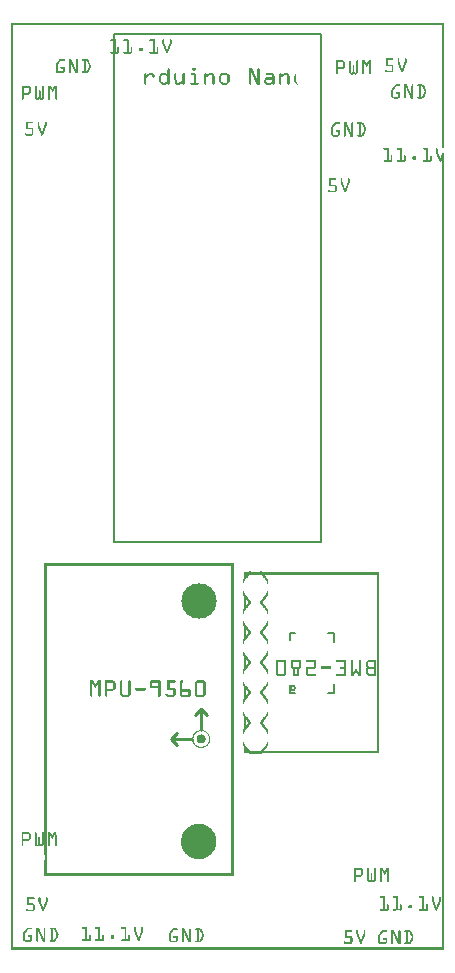
<source format=gto>
G04 MADE WITH FRITZING*
G04 WWW.FRITZING.ORG*
G04 DOUBLE SIDED*
G04 HOLES PLATED*
G04 CONTOUR ON CENTER OF CONTOUR VECTOR*
%ASAXBY*%
%FSLAX23Y23*%
%MOIN*%
%OFA0B0*%
%SFA1.0B1.0*%
%ADD10C,0.020830X0.0107903*%
%ADD11C,0.118110*%
%ADD12C,0.008031*%
%ADD13C,0.005020*%
%ADD14C,0.010000*%
%ADD15C,0.008000*%
%ADD16R,0.001000X0.001000*%
%LNSILK1*%
G90*
G70*
G54D10*
X941Y875D03*
G54D11*
X626Y1165D03*
G54D12*
X797Y657D02*
X834Y657D01*
D02*
X797Y1259D02*
X834Y1259D01*
G54D13*
D02*
X929Y859D02*
X947Y859D01*
D02*
X929Y859D02*
X929Y883D01*
D02*
X929Y1057D02*
X929Y1033D01*
D02*
X929Y1057D02*
X947Y1057D01*
D02*
X1076Y859D02*
X1058Y859D01*
D02*
X1076Y859D02*
X1076Y887D01*
D02*
X1076Y1057D02*
X1076Y1029D01*
D02*
X1076Y1057D02*
X1058Y1057D01*
G54D14*
D02*
X604Y703D02*
X534Y703D01*
D02*
X534Y703D02*
X554Y683D01*
D02*
X534Y703D02*
X554Y723D01*
D02*
X634Y733D02*
X634Y803D01*
D02*
X614Y783D02*
X634Y803D01*
D02*
X634Y803D02*
X654Y783D01*
G54D15*
X343Y1362D02*
X1035Y1362D01*
X1035Y3055D01*
X343Y3055D01*
X343Y1362D01*
D02*
G54D16*
X0Y3091D02*
X1443Y3091D01*
X0Y3090D02*
X1443Y3090D01*
X0Y3089D02*
X1443Y3089D01*
X0Y3088D02*
X1443Y3088D01*
X0Y3087D02*
X1443Y3087D01*
X0Y3086D02*
X1443Y3086D01*
X0Y3085D02*
X1443Y3085D01*
X0Y3084D02*
X1443Y3084D01*
X0Y3083D02*
X7Y3083D01*
X1436Y3083D02*
X1443Y3083D01*
X0Y3082D02*
X7Y3082D01*
X1436Y3082D02*
X1443Y3082D01*
X0Y3081D02*
X7Y3081D01*
X1436Y3081D02*
X1443Y3081D01*
X0Y3080D02*
X7Y3080D01*
X1436Y3080D02*
X1443Y3080D01*
X0Y3079D02*
X7Y3079D01*
X1436Y3079D02*
X1443Y3079D01*
X0Y3078D02*
X7Y3078D01*
X1436Y3078D02*
X1443Y3078D01*
X0Y3077D02*
X7Y3077D01*
X1436Y3077D02*
X1443Y3077D01*
X0Y3076D02*
X7Y3076D01*
X1436Y3076D02*
X1443Y3076D01*
X0Y3075D02*
X7Y3075D01*
X1436Y3075D02*
X1443Y3075D01*
X0Y3074D02*
X7Y3074D01*
X1436Y3074D02*
X1443Y3074D01*
X0Y3073D02*
X7Y3073D01*
X1436Y3073D02*
X1443Y3073D01*
X0Y3072D02*
X7Y3072D01*
X1436Y3072D02*
X1443Y3072D01*
X0Y3071D02*
X7Y3071D01*
X1436Y3071D02*
X1443Y3071D01*
X0Y3070D02*
X7Y3070D01*
X1436Y3070D02*
X1443Y3070D01*
X0Y3069D02*
X7Y3069D01*
X1436Y3069D02*
X1443Y3069D01*
X0Y3068D02*
X7Y3068D01*
X1436Y3068D02*
X1443Y3068D01*
X0Y3067D02*
X7Y3067D01*
X1436Y3067D02*
X1443Y3067D01*
X0Y3066D02*
X7Y3066D01*
X1436Y3066D02*
X1443Y3066D01*
X0Y3065D02*
X7Y3065D01*
X1436Y3065D02*
X1443Y3065D01*
X0Y3064D02*
X7Y3064D01*
X1436Y3064D02*
X1443Y3064D01*
X0Y3063D02*
X7Y3063D01*
X1436Y3063D02*
X1443Y3063D01*
X0Y3062D02*
X7Y3062D01*
X1436Y3062D02*
X1443Y3062D01*
X0Y3061D02*
X7Y3061D01*
X1436Y3061D02*
X1443Y3061D01*
X0Y3060D02*
X7Y3060D01*
X1436Y3060D02*
X1443Y3060D01*
X0Y3059D02*
X7Y3059D01*
X1436Y3059D02*
X1443Y3059D01*
X0Y3058D02*
X7Y3058D01*
X1436Y3058D02*
X1443Y3058D01*
X0Y3057D02*
X7Y3057D01*
X1436Y3057D02*
X1443Y3057D01*
X0Y3056D02*
X7Y3056D01*
X1436Y3056D02*
X1443Y3056D01*
X0Y3055D02*
X7Y3055D01*
X1436Y3055D02*
X1443Y3055D01*
X0Y3054D02*
X7Y3054D01*
X1436Y3054D02*
X1443Y3054D01*
X0Y3053D02*
X7Y3053D01*
X1436Y3053D02*
X1443Y3053D01*
X0Y3052D02*
X7Y3052D01*
X1436Y3052D02*
X1443Y3052D01*
X0Y3051D02*
X7Y3051D01*
X1436Y3051D02*
X1443Y3051D01*
X0Y3050D02*
X7Y3050D01*
X1436Y3050D02*
X1443Y3050D01*
X0Y3049D02*
X7Y3049D01*
X1436Y3049D02*
X1443Y3049D01*
X0Y3048D02*
X7Y3048D01*
X1436Y3048D02*
X1443Y3048D01*
X0Y3047D02*
X7Y3047D01*
X1436Y3047D02*
X1443Y3047D01*
X0Y3046D02*
X7Y3046D01*
X1436Y3046D02*
X1443Y3046D01*
X0Y3045D02*
X7Y3045D01*
X1436Y3045D02*
X1443Y3045D01*
X0Y3044D02*
X7Y3044D01*
X1436Y3044D02*
X1443Y3044D01*
X0Y3043D02*
X7Y3043D01*
X1436Y3043D02*
X1443Y3043D01*
X0Y3042D02*
X7Y3042D01*
X1436Y3042D02*
X1443Y3042D01*
X0Y3041D02*
X7Y3041D01*
X1436Y3041D02*
X1443Y3041D01*
X0Y3040D02*
X7Y3040D01*
X1436Y3040D02*
X1443Y3040D01*
X0Y3039D02*
X7Y3039D01*
X1436Y3039D02*
X1443Y3039D01*
X0Y3038D02*
X7Y3038D01*
X1436Y3038D02*
X1443Y3038D01*
X0Y3037D02*
X7Y3037D01*
X1436Y3037D02*
X1443Y3037D01*
X0Y3036D02*
X7Y3036D01*
X333Y3036D02*
X348Y3036D01*
X377Y3036D02*
X391Y3036D01*
X464Y3036D02*
X479Y3036D01*
X507Y3036D02*
X509Y3036D01*
X532Y3036D02*
X533Y3036D01*
X1436Y3036D02*
X1443Y3036D01*
X0Y3035D02*
X7Y3035D01*
X332Y3035D02*
X348Y3035D01*
X375Y3035D02*
X392Y3035D01*
X463Y3035D02*
X479Y3035D01*
X506Y3035D02*
X510Y3035D01*
X530Y3035D02*
X534Y3035D01*
X1436Y3035D02*
X1443Y3035D01*
X0Y3034D02*
X7Y3034D01*
X331Y3034D02*
X348Y3034D01*
X375Y3034D02*
X392Y3034D01*
X462Y3034D02*
X479Y3034D01*
X506Y3034D02*
X510Y3034D01*
X530Y3034D02*
X535Y3034D01*
X1436Y3034D02*
X1443Y3034D01*
X0Y3033D02*
X7Y3033D01*
X331Y3033D02*
X348Y3033D01*
X375Y3033D02*
X392Y3033D01*
X462Y3033D02*
X479Y3033D01*
X505Y3033D02*
X511Y3033D01*
X530Y3033D02*
X535Y3033D01*
X1436Y3033D02*
X1443Y3033D01*
X0Y3032D02*
X7Y3032D01*
X331Y3032D02*
X348Y3032D01*
X375Y3032D02*
X392Y3032D01*
X462Y3032D02*
X479Y3032D01*
X505Y3032D02*
X511Y3032D01*
X530Y3032D02*
X535Y3032D01*
X1436Y3032D02*
X1443Y3032D01*
X0Y3031D02*
X7Y3031D01*
X332Y3031D02*
X348Y3031D01*
X376Y3031D02*
X392Y3031D01*
X463Y3031D02*
X479Y3031D01*
X505Y3031D02*
X511Y3031D01*
X530Y3031D02*
X535Y3031D01*
X1436Y3031D02*
X1443Y3031D01*
X0Y3030D02*
X7Y3030D01*
X343Y3030D02*
X348Y3030D01*
X386Y3030D02*
X392Y3030D01*
X473Y3030D02*
X479Y3030D01*
X505Y3030D02*
X511Y3030D01*
X530Y3030D02*
X535Y3030D01*
X1436Y3030D02*
X1443Y3030D01*
X0Y3029D02*
X7Y3029D01*
X343Y3029D02*
X348Y3029D01*
X387Y3029D02*
X392Y3029D01*
X474Y3029D02*
X479Y3029D01*
X505Y3029D02*
X511Y3029D01*
X530Y3029D02*
X535Y3029D01*
X1436Y3029D02*
X1443Y3029D01*
X0Y3028D02*
X7Y3028D01*
X343Y3028D02*
X348Y3028D01*
X387Y3028D02*
X392Y3028D01*
X474Y3028D02*
X479Y3028D01*
X505Y3028D02*
X511Y3028D01*
X530Y3028D02*
X535Y3028D01*
X1436Y3028D02*
X1443Y3028D01*
X0Y3027D02*
X7Y3027D01*
X343Y3027D02*
X348Y3027D01*
X387Y3027D02*
X392Y3027D01*
X474Y3027D02*
X479Y3027D01*
X505Y3027D02*
X511Y3027D01*
X530Y3027D02*
X535Y3027D01*
X1436Y3027D02*
X1443Y3027D01*
X0Y3026D02*
X7Y3026D01*
X343Y3026D02*
X348Y3026D01*
X387Y3026D02*
X392Y3026D01*
X474Y3026D02*
X479Y3026D01*
X505Y3026D02*
X511Y3026D01*
X530Y3026D02*
X535Y3026D01*
X1436Y3026D02*
X1443Y3026D01*
X0Y3025D02*
X7Y3025D01*
X343Y3025D02*
X348Y3025D01*
X387Y3025D02*
X392Y3025D01*
X474Y3025D02*
X479Y3025D01*
X505Y3025D02*
X511Y3025D01*
X530Y3025D02*
X535Y3025D01*
X1436Y3025D02*
X1443Y3025D01*
X0Y3024D02*
X7Y3024D01*
X343Y3024D02*
X348Y3024D01*
X387Y3024D02*
X392Y3024D01*
X474Y3024D02*
X479Y3024D01*
X505Y3024D02*
X511Y3024D01*
X530Y3024D02*
X535Y3024D01*
X1436Y3024D02*
X1443Y3024D01*
X0Y3023D02*
X7Y3023D01*
X343Y3023D02*
X348Y3023D01*
X387Y3023D02*
X392Y3023D01*
X474Y3023D02*
X479Y3023D01*
X505Y3023D02*
X511Y3023D01*
X529Y3023D02*
X535Y3023D01*
X1436Y3023D02*
X1443Y3023D01*
X0Y3022D02*
X7Y3022D01*
X343Y3022D02*
X348Y3022D01*
X387Y3022D02*
X392Y3022D01*
X474Y3022D02*
X479Y3022D01*
X506Y3022D02*
X511Y3022D01*
X529Y3022D02*
X535Y3022D01*
X1436Y3022D02*
X1443Y3022D01*
X0Y3021D02*
X7Y3021D01*
X343Y3021D02*
X348Y3021D01*
X387Y3021D02*
X392Y3021D01*
X474Y3021D02*
X479Y3021D01*
X506Y3021D02*
X512Y3021D01*
X529Y3021D02*
X534Y3021D01*
X1436Y3021D02*
X1443Y3021D01*
X0Y3020D02*
X7Y3020D01*
X343Y3020D02*
X348Y3020D01*
X387Y3020D02*
X392Y3020D01*
X474Y3020D02*
X479Y3020D01*
X506Y3020D02*
X512Y3020D01*
X528Y3020D02*
X534Y3020D01*
X1436Y3020D02*
X1443Y3020D01*
X0Y3019D02*
X7Y3019D01*
X343Y3019D02*
X348Y3019D01*
X387Y3019D02*
X392Y3019D01*
X474Y3019D02*
X479Y3019D01*
X507Y3019D02*
X512Y3019D01*
X528Y3019D02*
X533Y3019D01*
X1436Y3019D02*
X1443Y3019D01*
X0Y3018D02*
X7Y3018D01*
X343Y3018D02*
X348Y3018D01*
X387Y3018D02*
X392Y3018D01*
X474Y3018D02*
X479Y3018D01*
X507Y3018D02*
X513Y3018D01*
X527Y3018D02*
X533Y3018D01*
X1436Y3018D02*
X1443Y3018D01*
X0Y3017D02*
X7Y3017D01*
X343Y3017D02*
X348Y3017D01*
X387Y3017D02*
X392Y3017D01*
X474Y3017D02*
X479Y3017D01*
X507Y3017D02*
X513Y3017D01*
X527Y3017D02*
X533Y3017D01*
X1436Y3017D02*
X1443Y3017D01*
X0Y3016D02*
X7Y3016D01*
X343Y3016D02*
X348Y3016D01*
X387Y3016D02*
X392Y3016D01*
X474Y3016D02*
X479Y3016D01*
X508Y3016D02*
X514Y3016D01*
X527Y3016D02*
X532Y3016D01*
X1436Y3016D02*
X1443Y3016D01*
X0Y3015D02*
X7Y3015D01*
X343Y3015D02*
X348Y3015D01*
X387Y3015D02*
X392Y3015D01*
X474Y3015D02*
X479Y3015D01*
X508Y3015D02*
X514Y3015D01*
X526Y3015D02*
X532Y3015D01*
X1436Y3015D02*
X1443Y3015D01*
X0Y3014D02*
X7Y3014D01*
X343Y3014D02*
X348Y3014D01*
X387Y3014D02*
X392Y3014D01*
X474Y3014D02*
X479Y3014D01*
X509Y3014D02*
X514Y3014D01*
X526Y3014D02*
X531Y3014D01*
X1436Y3014D02*
X1443Y3014D01*
X0Y3013D02*
X7Y3013D01*
X343Y3013D02*
X348Y3013D01*
X387Y3013D02*
X392Y3013D01*
X474Y3013D02*
X479Y3013D01*
X509Y3013D02*
X515Y3013D01*
X525Y3013D02*
X531Y3013D01*
X1436Y3013D02*
X1443Y3013D01*
X0Y3012D02*
X7Y3012D01*
X343Y3012D02*
X348Y3012D01*
X387Y3012D02*
X392Y3012D01*
X474Y3012D02*
X479Y3012D01*
X509Y3012D02*
X515Y3012D01*
X525Y3012D02*
X531Y3012D01*
X1436Y3012D02*
X1443Y3012D01*
X0Y3011D02*
X7Y3011D01*
X343Y3011D02*
X348Y3011D01*
X387Y3011D02*
X392Y3011D01*
X474Y3011D02*
X479Y3011D01*
X510Y3011D02*
X515Y3011D01*
X525Y3011D02*
X530Y3011D01*
X1436Y3011D02*
X1443Y3011D01*
X0Y3010D02*
X7Y3010D01*
X343Y3010D02*
X348Y3010D01*
X356Y3010D02*
X359Y3010D01*
X387Y3010D02*
X392Y3010D01*
X400Y3010D02*
X402Y3010D01*
X474Y3010D02*
X479Y3010D01*
X487Y3010D02*
X490Y3010D01*
X510Y3010D02*
X516Y3010D01*
X524Y3010D02*
X530Y3010D01*
X1436Y3010D02*
X1443Y3010D01*
X0Y3009D02*
X7Y3009D01*
X343Y3009D02*
X348Y3009D01*
X355Y3009D02*
X360Y3009D01*
X387Y3009D02*
X392Y3009D01*
X399Y3009D02*
X403Y3009D01*
X474Y3009D02*
X479Y3009D01*
X486Y3009D02*
X491Y3009D01*
X511Y3009D02*
X516Y3009D01*
X524Y3009D02*
X529Y3009D01*
X1436Y3009D02*
X1443Y3009D01*
X0Y3008D02*
X7Y3008D01*
X343Y3008D02*
X348Y3008D01*
X355Y3008D02*
X360Y3008D01*
X387Y3008D02*
X392Y3008D01*
X399Y3008D02*
X404Y3008D01*
X474Y3008D02*
X479Y3008D01*
X486Y3008D02*
X491Y3008D01*
X511Y3008D02*
X517Y3008D01*
X524Y3008D02*
X529Y3008D01*
X1436Y3008D02*
X1443Y3008D01*
X0Y3007D02*
X7Y3007D01*
X343Y3007D02*
X348Y3007D01*
X355Y3007D02*
X360Y3007D01*
X387Y3007D02*
X392Y3007D01*
X399Y3007D02*
X404Y3007D01*
X428Y3007D02*
X437Y3007D01*
X474Y3007D02*
X479Y3007D01*
X486Y3007D02*
X491Y3007D01*
X511Y3007D02*
X517Y3007D01*
X523Y3007D02*
X529Y3007D01*
X1436Y3007D02*
X1443Y3007D01*
X0Y3006D02*
X7Y3006D01*
X343Y3006D02*
X348Y3006D01*
X355Y3006D02*
X360Y3006D01*
X387Y3006D02*
X392Y3006D01*
X399Y3006D02*
X404Y3006D01*
X427Y3006D02*
X438Y3006D01*
X474Y3006D02*
X479Y3006D01*
X486Y3006D02*
X491Y3006D01*
X512Y3006D02*
X517Y3006D01*
X523Y3006D02*
X528Y3006D01*
X1436Y3006D02*
X1443Y3006D01*
X0Y3005D02*
X7Y3005D01*
X343Y3005D02*
X348Y3005D01*
X355Y3005D02*
X360Y3005D01*
X387Y3005D02*
X392Y3005D01*
X399Y3005D02*
X404Y3005D01*
X427Y3005D02*
X438Y3005D01*
X474Y3005D02*
X479Y3005D01*
X486Y3005D02*
X491Y3005D01*
X512Y3005D02*
X518Y3005D01*
X522Y3005D02*
X528Y3005D01*
X1436Y3005D02*
X1443Y3005D01*
X0Y3004D02*
X7Y3004D01*
X343Y3004D02*
X348Y3004D01*
X355Y3004D02*
X360Y3004D01*
X387Y3004D02*
X392Y3004D01*
X399Y3004D02*
X404Y3004D01*
X427Y3004D02*
X438Y3004D01*
X474Y3004D02*
X479Y3004D01*
X486Y3004D02*
X491Y3004D01*
X513Y3004D02*
X518Y3004D01*
X522Y3004D02*
X528Y3004D01*
X1436Y3004D02*
X1443Y3004D01*
X0Y3003D02*
X7Y3003D01*
X343Y3003D02*
X348Y3003D01*
X355Y3003D02*
X360Y3003D01*
X387Y3003D02*
X392Y3003D01*
X399Y3003D02*
X404Y3003D01*
X427Y3003D02*
X438Y3003D01*
X474Y3003D02*
X479Y3003D01*
X486Y3003D02*
X491Y3003D01*
X513Y3003D02*
X519Y3003D01*
X522Y3003D02*
X527Y3003D01*
X1436Y3003D02*
X1443Y3003D01*
X0Y3002D02*
X7Y3002D01*
X343Y3002D02*
X348Y3002D01*
X355Y3002D02*
X360Y3002D01*
X387Y3002D02*
X392Y3002D01*
X399Y3002D02*
X404Y3002D01*
X427Y3002D02*
X438Y3002D01*
X474Y3002D02*
X479Y3002D01*
X486Y3002D02*
X491Y3002D01*
X513Y3002D02*
X519Y3002D01*
X521Y3002D02*
X527Y3002D01*
X1436Y3002D02*
X1443Y3002D01*
X0Y3001D02*
X7Y3001D01*
X343Y3001D02*
X348Y3001D01*
X355Y3001D02*
X360Y3001D01*
X387Y3001D02*
X392Y3001D01*
X399Y3001D02*
X404Y3001D01*
X427Y3001D02*
X438Y3001D01*
X474Y3001D02*
X479Y3001D01*
X486Y3001D02*
X491Y3001D01*
X514Y3001D02*
X526Y3001D01*
X1436Y3001D02*
X1443Y3001D01*
X0Y3000D02*
X7Y3000D01*
X343Y3000D02*
X348Y3000D01*
X355Y3000D02*
X360Y3000D01*
X387Y3000D02*
X392Y3000D01*
X399Y3000D02*
X404Y3000D01*
X427Y3000D02*
X438Y3000D01*
X474Y3000D02*
X479Y3000D01*
X486Y3000D02*
X491Y3000D01*
X514Y3000D02*
X526Y3000D01*
X1436Y3000D02*
X1443Y3000D01*
X0Y2999D02*
X7Y2999D01*
X343Y2999D02*
X348Y2999D01*
X355Y2999D02*
X360Y2999D01*
X387Y2999D02*
X392Y2999D01*
X399Y2999D02*
X404Y2999D01*
X427Y2999D02*
X438Y2999D01*
X474Y2999D02*
X479Y2999D01*
X486Y2999D02*
X491Y2999D01*
X514Y2999D02*
X526Y2999D01*
X1436Y2999D02*
X1443Y2999D01*
X0Y2998D02*
X7Y2998D01*
X343Y2998D02*
X348Y2998D01*
X355Y2998D02*
X360Y2998D01*
X387Y2998D02*
X392Y2998D01*
X399Y2998D02*
X404Y2998D01*
X428Y2998D02*
X438Y2998D01*
X474Y2998D02*
X479Y2998D01*
X486Y2998D02*
X491Y2998D01*
X515Y2998D02*
X525Y2998D01*
X1436Y2998D02*
X1443Y2998D01*
X0Y2997D02*
X7Y2997D01*
X343Y2997D02*
X348Y2997D01*
X355Y2997D02*
X360Y2997D01*
X387Y2997D02*
X392Y2997D01*
X399Y2997D02*
X404Y2997D01*
X429Y2997D02*
X437Y2997D01*
X474Y2997D02*
X479Y2997D01*
X486Y2997D02*
X491Y2997D01*
X515Y2997D02*
X525Y2997D01*
X1436Y2997D02*
X1443Y2997D01*
X0Y2996D02*
X7Y2996D01*
X343Y2996D02*
X348Y2996D01*
X355Y2996D02*
X360Y2996D01*
X387Y2996D02*
X392Y2996D01*
X399Y2996D02*
X404Y2996D01*
X474Y2996D02*
X479Y2996D01*
X486Y2996D02*
X491Y2996D01*
X516Y2996D02*
X524Y2996D01*
X1436Y2996D02*
X1443Y2996D01*
X0Y2995D02*
X7Y2995D01*
X334Y2995D02*
X360Y2995D01*
X377Y2995D02*
X404Y2995D01*
X465Y2995D02*
X491Y2995D01*
X516Y2995D02*
X524Y2995D01*
X1436Y2995D02*
X1443Y2995D01*
X0Y2994D02*
X7Y2994D01*
X332Y2994D02*
X360Y2994D01*
X375Y2994D02*
X404Y2994D01*
X463Y2994D02*
X491Y2994D01*
X516Y2994D02*
X524Y2994D01*
X1436Y2994D02*
X1443Y2994D01*
X0Y2993D02*
X7Y2993D01*
X331Y2993D02*
X360Y2993D01*
X375Y2993D02*
X404Y2993D01*
X462Y2993D02*
X491Y2993D01*
X517Y2993D02*
X523Y2993D01*
X1436Y2993D02*
X1443Y2993D01*
X0Y2992D02*
X7Y2992D01*
X331Y2992D02*
X360Y2992D01*
X375Y2992D02*
X404Y2992D01*
X462Y2992D02*
X491Y2992D01*
X517Y2992D02*
X523Y2992D01*
X1436Y2992D02*
X1443Y2992D01*
X0Y2991D02*
X7Y2991D01*
X331Y2991D02*
X360Y2991D01*
X375Y2991D02*
X403Y2991D01*
X462Y2991D02*
X491Y2991D01*
X518Y2991D02*
X522Y2991D01*
X1436Y2991D02*
X1443Y2991D01*
X0Y2990D02*
X7Y2990D01*
X332Y2990D02*
X359Y2990D01*
X375Y2990D02*
X403Y2990D01*
X463Y2990D02*
X490Y2990D01*
X518Y2990D02*
X522Y2990D01*
X1436Y2990D02*
X1443Y2990D01*
X0Y2989D02*
X7Y2989D01*
X334Y2989D02*
X357Y2989D01*
X377Y2989D02*
X401Y2989D01*
X465Y2989D02*
X488Y2989D01*
X520Y2989D02*
X520Y2989D01*
X1436Y2989D02*
X1443Y2989D01*
X0Y2988D02*
X7Y2988D01*
X1436Y2988D02*
X1443Y2988D01*
X0Y2987D02*
X7Y2987D01*
X1436Y2987D02*
X1443Y2987D01*
X0Y2986D02*
X7Y2986D01*
X1436Y2986D02*
X1443Y2986D01*
X0Y2985D02*
X7Y2985D01*
X1436Y2985D02*
X1443Y2985D01*
X0Y2984D02*
X7Y2984D01*
X1436Y2984D02*
X1443Y2984D01*
X0Y2983D02*
X7Y2983D01*
X1436Y2983D02*
X1443Y2983D01*
X0Y2982D02*
X7Y2982D01*
X1436Y2982D02*
X1443Y2982D01*
X0Y2981D02*
X7Y2981D01*
X1436Y2981D02*
X1443Y2981D01*
X0Y2980D02*
X7Y2980D01*
X1436Y2980D02*
X1443Y2980D01*
X0Y2979D02*
X7Y2979D01*
X1436Y2979D02*
X1443Y2979D01*
X0Y2978D02*
X7Y2978D01*
X1436Y2978D02*
X1443Y2978D01*
X0Y2977D02*
X7Y2977D01*
X1436Y2977D02*
X1443Y2977D01*
X0Y2976D02*
X7Y2976D01*
X1436Y2976D02*
X1443Y2976D01*
X0Y2975D02*
X7Y2975D01*
X1436Y2975D02*
X1443Y2975D01*
X0Y2974D02*
X7Y2974D01*
X1436Y2974D02*
X1443Y2974D01*
X0Y2973D02*
X7Y2973D01*
X1251Y2973D02*
X1273Y2973D01*
X1291Y2973D02*
X1292Y2973D01*
X1315Y2973D02*
X1316Y2973D01*
X1436Y2973D02*
X1443Y2973D01*
X0Y2972D02*
X7Y2972D01*
X1251Y2972D02*
X1274Y2972D01*
X1289Y2972D02*
X1293Y2972D01*
X1313Y2972D02*
X1317Y2972D01*
X1436Y2972D02*
X1443Y2972D01*
X0Y2971D02*
X7Y2971D01*
X1251Y2971D02*
X1274Y2971D01*
X1289Y2971D02*
X1294Y2971D01*
X1313Y2971D02*
X1318Y2971D01*
X1436Y2971D02*
X1443Y2971D01*
X0Y2970D02*
X7Y2970D01*
X164Y2970D02*
X177Y2970D01*
X193Y2970D02*
X200Y2970D01*
X218Y2970D02*
X221Y2970D01*
X238Y2970D02*
X253Y2970D01*
X1251Y2970D02*
X1274Y2970D01*
X1289Y2970D02*
X1294Y2970D01*
X1313Y2970D02*
X1318Y2970D01*
X1436Y2970D02*
X1443Y2970D01*
X0Y2969D02*
X7Y2969D01*
X162Y2969D02*
X178Y2969D01*
X193Y2969D02*
X201Y2969D01*
X217Y2969D02*
X222Y2969D01*
X237Y2969D02*
X255Y2969D01*
X1251Y2969D02*
X1274Y2969D01*
X1289Y2969D02*
X1294Y2969D01*
X1313Y2969D02*
X1318Y2969D01*
X1436Y2969D02*
X1443Y2969D01*
X0Y2968D02*
X7Y2968D01*
X161Y2968D02*
X178Y2968D01*
X193Y2968D02*
X201Y2968D01*
X217Y2968D02*
X222Y2968D01*
X237Y2968D02*
X256Y2968D01*
X1251Y2968D02*
X1273Y2968D01*
X1289Y2968D02*
X1294Y2968D01*
X1313Y2968D02*
X1318Y2968D01*
X1436Y2968D02*
X1443Y2968D01*
X0Y2967D02*
X7Y2967D01*
X160Y2967D02*
X178Y2967D01*
X193Y2967D02*
X202Y2967D01*
X217Y2967D02*
X222Y2967D01*
X237Y2967D02*
X257Y2967D01*
X1251Y2967D02*
X1256Y2967D01*
X1289Y2967D02*
X1294Y2967D01*
X1313Y2967D02*
X1318Y2967D01*
X1436Y2967D02*
X1443Y2967D01*
X0Y2966D02*
X7Y2966D01*
X159Y2966D02*
X178Y2966D01*
X193Y2966D02*
X202Y2966D01*
X217Y2966D02*
X222Y2966D01*
X237Y2966D02*
X258Y2966D01*
X1084Y2966D02*
X1106Y2966D01*
X1129Y2966D02*
X1130Y2966D01*
X1153Y2966D02*
X1155Y2966D01*
X1171Y2966D02*
X1178Y2966D01*
X1193Y2966D02*
X1200Y2966D01*
X1251Y2966D02*
X1256Y2966D01*
X1289Y2966D02*
X1294Y2966D01*
X1313Y2966D02*
X1318Y2966D01*
X1436Y2966D02*
X1443Y2966D01*
X0Y2965D02*
X7Y2965D01*
X159Y2965D02*
X177Y2965D01*
X193Y2965D02*
X203Y2965D01*
X217Y2965D02*
X222Y2965D01*
X238Y2965D02*
X258Y2965D01*
X1084Y2965D02*
X1108Y2965D01*
X1128Y2965D02*
X1132Y2965D01*
X1152Y2965D02*
X1156Y2965D01*
X1171Y2965D02*
X1178Y2965D01*
X1193Y2965D02*
X1200Y2965D01*
X1251Y2965D02*
X1256Y2965D01*
X1289Y2965D02*
X1294Y2965D01*
X1313Y2965D02*
X1318Y2965D01*
X1436Y2965D02*
X1443Y2965D01*
X0Y2964D02*
X7Y2964D01*
X158Y2964D02*
X165Y2964D01*
X193Y2964D02*
X203Y2964D01*
X217Y2964D02*
X222Y2964D01*
X243Y2964D02*
X248Y2964D01*
X253Y2964D02*
X259Y2964D01*
X1084Y2964D02*
X1110Y2964D01*
X1127Y2964D02*
X1132Y2964D01*
X1151Y2964D02*
X1156Y2964D01*
X1171Y2964D02*
X1179Y2964D01*
X1192Y2964D02*
X1200Y2964D01*
X1251Y2964D02*
X1256Y2964D01*
X1289Y2964D02*
X1294Y2964D01*
X1313Y2964D02*
X1318Y2964D01*
X1436Y2964D02*
X1443Y2964D01*
X0Y2963D02*
X7Y2963D01*
X157Y2963D02*
X164Y2963D01*
X193Y2963D02*
X203Y2963D01*
X217Y2963D02*
X222Y2963D01*
X243Y2963D02*
X248Y2963D01*
X253Y2963D02*
X259Y2963D01*
X1084Y2963D02*
X1111Y2963D01*
X1127Y2963D02*
X1132Y2963D01*
X1151Y2963D02*
X1156Y2963D01*
X1171Y2963D02*
X1180Y2963D01*
X1191Y2963D02*
X1200Y2963D01*
X1251Y2963D02*
X1256Y2963D01*
X1289Y2963D02*
X1294Y2963D01*
X1313Y2963D02*
X1318Y2963D01*
X1436Y2963D02*
X1443Y2963D01*
X0Y2962D02*
X7Y2962D01*
X156Y2962D02*
X163Y2962D01*
X193Y2962D02*
X204Y2962D01*
X217Y2962D02*
X222Y2962D01*
X243Y2962D02*
X248Y2962D01*
X254Y2962D02*
X260Y2962D01*
X1084Y2962D02*
X1111Y2962D01*
X1127Y2962D02*
X1132Y2962D01*
X1151Y2962D02*
X1156Y2962D01*
X1171Y2962D02*
X1181Y2962D01*
X1190Y2962D02*
X1200Y2962D01*
X1251Y2962D02*
X1256Y2962D01*
X1289Y2962D02*
X1294Y2962D01*
X1313Y2962D02*
X1318Y2962D01*
X1436Y2962D02*
X1443Y2962D01*
X0Y2961D02*
X7Y2961D01*
X155Y2961D02*
X162Y2961D01*
X193Y2961D02*
X204Y2961D01*
X217Y2961D02*
X222Y2961D01*
X243Y2961D02*
X248Y2961D01*
X255Y2961D02*
X260Y2961D01*
X1084Y2961D02*
X1112Y2961D01*
X1127Y2961D02*
X1132Y2961D01*
X1151Y2961D02*
X1156Y2961D01*
X1171Y2961D02*
X1181Y2961D01*
X1190Y2961D02*
X1200Y2961D01*
X1251Y2961D02*
X1256Y2961D01*
X1289Y2961D02*
X1294Y2961D01*
X1313Y2961D02*
X1318Y2961D01*
X1436Y2961D02*
X1443Y2961D01*
X0Y2960D02*
X7Y2960D01*
X155Y2960D02*
X161Y2960D01*
X193Y2960D02*
X205Y2960D01*
X217Y2960D02*
X222Y2960D01*
X243Y2960D02*
X248Y2960D01*
X255Y2960D02*
X261Y2960D01*
X1084Y2960D02*
X1089Y2960D01*
X1105Y2960D02*
X1112Y2960D01*
X1127Y2960D02*
X1132Y2960D01*
X1151Y2960D02*
X1156Y2960D01*
X1171Y2960D02*
X1182Y2960D01*
X1189Y2960D02*
X1200Y2960D01*
X1251Y2960D02*
X1256Y2960D01*
X1289Y2960D02*
X1294Y2960D01*
X1313Y2960D02*
X1318Y2960D01*
X1436Y2960D02*
X1443Y2960D01*
X0Y2959D02*
X7Y2959D01*
X154Y2959D02*
X161Y2959D01*
X193Y2959D02*
X205Y2959D01*
X217Y2959D02*
X222Y2959D01*
X243Y2959D02*
X248Y2959D01*
X256Y2959D02*
X261Y2959D01*
X1084Y2959D02*
X1089Y2959D01*
X1107Y2959D02*
X1113Y2959D01*
X1127Y2959D02*
X1132Y2959D01*
X1151Y2959D02*
X1156Y2959D01*
X1171Y2959D02*
X1183Y2959D01*
X1188Y2959D02*
X1200Y2959D01*
X1251Y2959D02*
X1256Y2959D01*
X1289Y2959D02*
X1295Y2959D01*
X1312Y2959D02*
X1318Y2959D01*
X1436Y2959D02*
X1443Y2959D01*
X0Y2958D02*
X7Y2958D01*
X153Y2958D02*
X160Y2958D01*
X193Y2958D02*
X198Y2958D01*
X200Y2958D02*
X206Y2958D01*
X217Y2958D02*
X222Y2958D01*
X243Y2958D02*
X248Y2958D01*
X256Y2958D02*
X262Y2958D01*
X1084Y2958D02*
X1089Y2958D01*
X1107Y2958D02*
X1113Y2958D01*
X1127Y2958D02*
X1132Y2958D01*
X1151Y2958D02*
X1156Y2958D01*
X1171Y2958D02*
X1183Y2958D01*
X1188Y2958D02*
X1200Y2958D01*
X1251Y2958D02*
X1256Y2958D01*
X1289Y2958D02*
X1295Y2958D01*
X1312Y2958D02*
X1317Y2958D01*
X1436Y2958D02*
X1443Y2958D01*
X0Y2957D02*
X7Y2957D01*
X152Y2957D02*
X159Y2957D01*
X193Y2957D02*
X198Y2957D01*
X200Y2957D02*
X206Y2957D01*
X217Y2957D02*
X222Y2957D01*
X243Y2957D02*
X248Y2957D01*
X257Y2957D02*
X262Y2957D01*
X1084Y2957D02*
X1089Y2957D01*
X1108Y2957D02*
X1113Y2957D01*
X1127Y2957D02*
X1132Y2957D01*
X1151Y2957D02*
X1156Y2957D01*
X1171Y2957D02*
X1176Y2957D01*
X1178Y2957D02*
X1184Y2957D01*
X1187Y2957D02*
X1193Y2957D01*
X1195Y2957D02*
X1200Y2957D01*
X1251Y2957D02*
X1256Y2957D01*
X1290Y2957D02*
X1295Y2957D01*
X1312Y2957D02*
X1317Y2957D01*
X1436Y2957D02*
X1443Y2957D01*
X0Y2956D02*
X7Y2956D01*
X152Y2956D02*
X158Y2956D01*
X193Y2956D02*
X198Y2956D01*
X201Y2956D02*
X207Y2956D01*
X217Y2956D02*
X222Y2956D01*
X243Y2956D02*
X248Y2956D01*
X257Y2956D02*
X263Y2956D01*
X1084Y2956D02*
X1089Y2956D01*
X1108Y2956D02*
X1113Y2956D01*
X1127Y2956D02*
X1132Y2956D01*
X1151Y2956D02*
X1156Y2956D01*
X1171Y2956D02*
X1176Y2956D01*
X1178Y2956D02*
X1193Y2956D01*
X1195Y2956D02*
X1200Y2956D01*
X1251Y2956D02*
X1256Y2956D01*
X1290Y2956D02*
X1296Y2956D01*
X1311Y2956D02*
X1317Y2956D01*
X1436Y2956D02*
X1443Y2956D01*
X0Y2955D02*
X7Y2955D01*
X151Y2955D02*
X158Y2955D01*
X193Y2955D02*
X198Y2955D01*
X201Y2955D02*
X207Y2955D01*
X217Y2955D02*
X222Y2955D01*
X243Y2955D02*
X248Y2955D01*
X258Y2955D02*
X263Y2955D01*
X1084Y2955D02*
X1089Y2955D01*
X1108Y2955D02*
X1113Y2955D01*
X1127Y2955D02*
X1132Y2955D01*
X1151Y2955D02*
X1156Y2955D01*
X1171Y2955D02*
X1176Y2955D01*
X1179Y2955D02*
X1192Y2955D01*
X1195Y2955D02*
X1200Y2955D01*
X1251Y2955D02*
X1256Y2955D01*
X1291Y2955D02*
X1296Y2955D01*
X1311Y2955D02*
X1316Y2955D01*
X1436Y2955D02*
X1443Y2955D01*
X0Y2954D02*
X7Y2954D01*
X150Y2954D02*
X157Y2954D01*
X193Y2954D02*
X198Y2954D01*
X202Y2954D02*
X207Y2954D01*
X217Y2954D02*
X222Y2954D01*
X243Y2954D02*
X248Y2954D01*
X258Y2954D02*
X264Y2954D01*
X1084Y2954D02*
X1089Y2954D01*
X1108Y2954D02*
X1113Y2954D01*
X1127Y2954D02*
X1132Y2954D01*
X1151Y2954D02*
X1156Y2954D01*
X1171Y2954D02*
X1176Y2954D01*
X1180Y2954D02*
X1191Y2954D01*
X1195Y2954D02*
X1200Y2954D01*
X1251Y2954D02*
X1256Y2954D01*
X1291Y2954D02*
X1297Y2954D01*
X1310Y2954D02*
X1316Y2954D01*
X1436Y2954D02*
X1443Y2954D01*
X0Y2953D02*
X7Y2953D01*
X150Y2953D02*
X156Y2953D01*
X193Y2953D02*
X198Y2953D01*
X202Y2953D02*
X208Y2953D01*
X217Y2953D02*
X222Y2953D01*
X243Y2953D02*
X248Y2953D01*
X259Y2953D02*
X264Y2953D01*
X1084Y2953D02*
X1089Y2953D01*
X1108Y2953D02*
X1113Y2953D01*
X1127Y2953D02*
X1132Y2953D01*
X1151Y2953D02*
X1156Y2953D01*
X1171Y2953D02*
X1176Y2953D01*
X1180Y2953D02*
X1191Y2953D01*
X1195Y2953D02*
X1200Y2953D01*
X1251Y2953D02*
X1257Y2953D01*
X1291Y2953D02*
X1297Y2953D01*
X1310Y2953D02*
X1316Y2953D01*
X1436Y2953D02*
X1443Y2953D01*
X0Y2952D02*
X7Y2952D01*
X150Y2952D02*
X155Y2952D01*
X193Y2952D02*
X198Y2952D01*
X203Y2952D02*
X208Y2952D01*
X217Y2952D02*
X222Y2952D01*
X243Y2952D02*
X248Y2952D01*
X259Y2952D02*
X265Y2952D01*
X1084Y2952D02*
X1089Y2952D01*
X1108Y2952D02*
X1113Y2952D01*
X1127Y2952D02*
X1132Y2952D01*
X1151Y2952D02*
X1156Y2952D01*
X1171Y2952D02*
X1176Y2952D01*
X1181Y2952D02*
X1190Y2952D01*
X1195Y2952D02*
X1200Y2952D01*
X1251Y2952D02*
X1271Y2952D01*
X1292Y2952D02*
X1297Y2952D01*
X1310Y2952D02*
X1315Y2952D01*
X1436Y2952D02*
X1443Y2952D01*
X0Y2951D02*
X7Y2951D01*
X150Y2951D02*
X155Y2951D01*
X193Y2951D02*
X198Y2951D01*
X203Y2951D02*
X209Y2951D01*
X217Y2951D02*
X222Y2951D01*
X243Y2951D02*
X248Y2951D01*
X260Y2951D02*
X265Y2951D01*
X1084Y2951D02*
X1089Y2951D01*
X1108Y2951D02*
X1113Y2951D01*
X1127Y2951D02*
X1132Y2951D01*
X1151Y2951D02*
X1156Y2951D01*
X1171Y2951D02*
X1176Y2951D01*
X1182Y2951D02*
X1189Y2951D01*
X1195Y2951D02*
X1200Y2951D01*
X1251Y2951D02*
X1272Y2951D01*
X1292Y2951D02*
X1298Y2951D01*
X1309Y2951D02*
X1315Y2951D01*
X1436Y2951D02*
X1443Y2951D01*
X0Y2950D02*
X7Y2950D01*
X149Y2950D02*
X155Y2950D01*
X193Y2950D02*
X198Y2950D01*
X203Y2950D02*
X209Y2950D01*
X217Y2950D02*
X222Y2950D01*
X243Y2950D02*
X248Y2950D01*
X260Y2950D02*
X265Y2950D01*
X1084Y2950D02*
X1089Y2950D01*
X1108Y2950D02*
X1113Y2950D01*
X1127Y2950D02*
X1132Y2950D01*
X1140Y2950D02*
X1143Y2950D01*
X1151Y2950D02*
X1156Y2950D01*
X1171Y2950D02*
X1176Y2950D01*
X1182Y2950D02*
X1188Y2950D01*
X1195Y2950D02*
X1200Y2950D01*
X1251Y2950D02*
X1273Y2950D01*
X1293Y2950D02*
X1298Y2950D01*
X1309Y2950D02*
X1314Y2950D01*
X1436Y2950D02*
X1443Y2950D01*
X0Y2949D02*
X7Y2949D01*
X149Y2949D02*
X155Y2949D01*
X193Y2949D02*
X198Y2949D01*
X204Y2949D02*
X210Y2949D01*
X217Y2949D02*
X222Y2949D01*
X243Y2949D02*
X248Y2949D01*
X260Y2949D02*
X266Y2949D01*
X1084Y2949D02*
X1089Y2949D01*
X1108Y2949D02*
X1113Y2949D01*
X1127Y2949D02*
X1132Y2949D01*
X1140Y2949D02*
X1144Y2949D01*
X1151Y2949D02*
X1156Y2949D01*
X1171Y2949D02*
X1176Y2949D01*
X1183Y2949D02*
X1188Y2949D01*
X1195Y2949D02*
X1200Y2949D01*
X1251Y2949D02*
X1274Y2949D01*
X1293Y2949D02*
X1299Y2949D01*
X1308Y2949D02*
X1314Y2949D01*
X1436Y2949D02*
X1443Y2949D01*
X0Y2948D02*
X7Y2948D01*
X149Y2948D02*
X155Y2948D01*
X193Y2948D02*
X198Y2948D01*
X204Y2948D02*
X210Y2948D01*
X217Y2948D02*
X222Y2948D01*
X243Y2948D02*
X248Y2948D01*
X261Y2948D02*
X266Y2948D01*
X1084Y2948D02*
X1089Y2948D01*
X1108Y2948D02*
X1113Y2948D01*
X1127Y2948D02*
X1132Y2948D01*
X1139Y2948D02*
X1144Y2948D01*
X1151Y2948D02*
X1156Y2948D01*
X1171Y2948D02*
X1176Y2948D01*
X1183Y2948D02*
X1188Y2948D01*
X1195Y2948D02*
X1200Y2948D01*
X1251Y2948D02*
X1274Y2948D01*
X1293Y2948D02*
X1299Y2948D01*
X1308Y2948D02*
X1314Y2948D01*
X1436Y2948D02*
X1443Y2948D01*
X0Y2947D02*
X7Y2947D01*
X149Y2947D02*
X155Y2947D01*
X193Y2947D02*
X198Y2947D01*
X205Y2947D02*
X210Y2947D01*
X217Y2947D02*
X222Y2947D01*
X243Y2947D02*
X248Y2947D01*
X261Y2947D02*
X266Y2947D01*
X1084Y2947D02*
X1089Y2947D01*
X1108Y2947D02*
X1113Y2947D01*
X1127Y2947D02*
X1132Y2947D01*
X1139Y2947D02*
X1144Y2947D01*
X1151Y2947D02*
X1156Y2947D01*
X1171Y2947D02*
X1176Y2947D01*
X1183Y2947D02*
X1188Y2947D01*
X1195Y2947D02*
X1200Y2947D01*
X1251Y2947D02*
X1274Y2947D01*
X1294Y2947D02*
X1299Y2947D01*
X1308Y2947D02*
X1313Y2947D01*
X1436Y2947D02*
X1443Y2947D01*
X0Y2946D02*
X7Y2946D01*
X149Y2946D02*
X155Y2946D01*
X193Y2946D02*
X198Y2946D01*
X205Y2946D02*
X211Y2946D01*
X217Y2946D02*
X222Y2946D01*
X243Y2946D02*
X248Y2946D01*
X261Y2946D02*
X266Y2946D01*
X1084Y2946D02*
X1089Y2946D01*
X1108Y2946D02*
X1113Y2946D01*
X1127Y2946D02*
X1132Y2946D01*
X1139Y2946D02*
X1144Y2946D01*
X1151Y2946D02*
X1156Y2946D01*
X1171Y2946D02*
X1176Y2946D01*
X1184Y2946D02*
X1187Y2946D01*
X1195Y2946D02*
X1200Y2946D01*
X1269Y2946D02*
X1274Y2946D01*
X1294Y2946D02*
X1300Y2946D01*
X1307Y2946D02*
X1313Y2946D01*
X1436Y2946D02*
X1443Y2946D01*
X0Y2945D02*
X7Y2945D01*
X149Y2945D02*
X155Y2945D01*
X193Y2945D02*
X198Y2945D01*
X206Y2945D02*
X211Y2945D01*
X217Y2945D02*
X222Y2945D01*
X243Y2945D02*
X248Y2945D01*
X260Y2945D02*
X266Y2945D01*
X1084Y2945D02*
X1089Y2945D01*
X1107Y2945D02*
X1113Y2945D01*
X1127Y2945D02*
X1132Y2945D01*
X1139Y2945D02*
X1144Y2945D01*
X1151Y2945D02*
X1156Y2945D01*
X1171Y2945D02*
X1176Y2945D01*
X1185Y2945D02*
X1186Y2945D01*
X1195Y2945D02*
X1200Y2945D01*
X1269Y2945D02*
X1274Y2945D01*
X1294Y2945D02*
X1300Y2945D01*
X1307Y2945D02*
X1312Y2945D01*
X1436Y2945D02*
X1443Y2945D01*
X0Y2944D02*
X7Y2944D01*
X149Y2944D02*
X155Y2944D01*
X165Y2944D02*
X179Y2944D01*
X193Y2944D02*
X198Y2944D01*
X206Y2944D02*
X212Y2944D01*
X217Y2944D02*
X222Y2944D01*
X243Y2944D02*
X248Y2944D01*
X260Y2944D02*
X265Y2944D01*
X1084Y2944D02*
X1089Y2944D01*
X1107Y2944D02*
X1113Y2944D01*
X1127Y2944D02*
X1132Y2944D01*
X1139Y2944D02*
X1144Y2944D01*
X1151Y2944D02*
X1156Y2944D01*
X1171Y2944D02*
X1176Y2944D01*
X1195Y2944D02*
X1200Y2944D01*
X1269Y2944D02*
X1274Y2944D01*
X1295Y2944D02*
X1300Y2944D01*
X1306Y2944D02*
X1312Y2944D01*
X1436Y2944D02*
X1443Y2944D01*
X0Y2943D02*
X7Y2943D01*
X149Y2943D02*
X155Y2943D01*
X165Y2943D02*
X179Y2943D01*
X193Y2943D02*
X198Y2943D01*
X206Y2943D02*
X212Y2943D01*
X217Y2943D02*
X222Y2943D01*
X243Y2943D02*
X248Y2943D01*
X260Y2943D02*
X265Y2943D01*
X1084Y2943D02*
X1112Y2943D01*
X1127Y2943D02*
X1132Y2943D01*
X1139Y2943D02*
X1144Y2943D01*
X1151Y2943D02*
X1156Y2943D01*
X1171Y2943D02*
X1176Y2943D01*
X1195Y2943D02*
X1200Y2943D01*
X1269Y2943D02*
X1274Y2943D01*
X1295Y2943D02*
X1301Y2943D01*
X1306Y2943D02*
X1312Y2943D01*
X1436Y2943D02*
X1443Y2943D01*
X0Y2942D02*
X7Y2942D01*
X149Y2942D02*
X155Y2942D01*
X164Y2942D02*
X179Y2942D01*
X193Y2942D02*
X198Y2942D01*
X207Y2942D02*
X213Y2942D01*
X217Y2942D02*
X222Y2942D01*
X243Y2942D02*
X248Y2942D01*
X259Y2942D02*
X265Y2942D01*
X608Y2942D02*
X612Y2942D01*
X1084Y2942D02*
X1112Y2942D01*
X1127Y2942D02*
X1132Y2942D01*
X1139Y2942D02*
X1144Y2942D01*
X1151Y2942D02*
X1156Y2942D01*
X1171Y2942D02*
X1176Y2942D01*
X1195Y2942D02*
X1200Y2942D01*
X1269Y2942D02*
X1274Y2942D01*
X1296Y2942D02*
X1301Y2942D01*
X1306Y2942D02*
X1311Y2942D01*
X1436Y2942D02*
X1443Y2942D01*
X0Y2941D02*
X7Y2941D01*
X149Y2941D02*
X155Y2941D01*
X165Y2941D02*
X179Y2941D01*
X193Y2941D02*
X198Y2941D01*
X207Y2941D02*
X213Y2941D01*
X217Y2941D02*
X222Y2941D01*
X243Y2941D02*
X248Y2941D01*
X259Y2941D02*
X264Y2941D01*
X606Y2941D02*
X614Y2941D01*
X1084Y2941D02*
X1111Y2941D01*
X1127Y2941D02*
X1132Y2941D01*
X1139Y2941D02*
X1144Y2941D01*
X1151Y2941D02*
X1156Y2941D01*
X1171Y2941D02*
X1176Y2941D01*
X1195Y2941D02*
X1200Y2941D01*
X1269Y2941D02*
X1274Y2941D01*
X1296Y2941D02*
X1302Y2941D01*
X1305Y2941D02*
X1311Y2941D01*
X1436Y2941D02*
X1443Y2941D01*
X0Y2940D02*
X7Y2940D01*
X149Y2940D02*
X155Y2940D01*
X165Y2940D02*
X179Y2940D01*
X193Y2940D02*
X198Y2940D01*
X208Y2940D02*
X214Y2940D01*
X217Y2940D02*
X222Y2940D01*
X243Y2940D02*
X248Y2940D01*
X258Y2940D02*
X264Y2940D01*
X605Y2940D02*
X614Y2940D01*
X1084Y2940D02*
X1110Y2940D01*
X1127Y2940D02*
X1132Y2940D01*
X1139Y2940D02*
X1144Y2940D01*
X1151Y2940D02*
X1156Y2940D01*
X1171Y2940D02*
X1176Y2940D01*
X1195Y2940D02*
X1200Y2940D01*
X1269Y2940D02*
X1274Y2940D01*
X1296Y2940D02*
X1302Y2940D01*
X1305Y2940D02*
X1310Y2940D01*
X1436Y2940D02*
X1443Y2940D01*
X0Y2939D02*
X7Y2939D01*
X149Y2939D02*
X155Y2939D01*
X167Y2939D02*
X179Y2939D01*
X193Y2939D02*
X198Y2939D01*
X208Y2939D02*
X214Y2939D01*
X217Y2939D02*
X222Y2939D01*
X243Y2939D02*
X248Y2939D01*
X258Y2939D02*
X263Y2939D01*
X525Y2939D02*
X526Y2939D01*
X605Y2939D02*
X615Y2939D01*
X795Y2939D02*
X803Y2939D01*
X825Y2939D02*
X826Y2939D01*
X1084Y2939D02*
X1109Y2939D01*
X1127Y2939D02*
X1132Y2939D01*
X1139Y2939D02*
X1144Y2939D01*
X1151Y2939D02*
X1156Y2939D01*
X1171Y2939D02*
X1176Y2939D01*
X1195Y2939D02*
X1200Y2939D01*
X1269Y2939D02*
X1274Y2939D01*
X1297Y2939D02*
X1302Y2939D01*
X1304Y2939D02*
X1310Y2939D01*
X1436Y2939D02*
X1443Y2939D01*
X0Y2938D02*
X7Y2938D01*
X149Y2938D02*
X155Y2938D01*
X173Y2938D02*
X179Y2938D01*
X193Y2938D02*
X198Y2938D01*
X209Y2938D02*
X214Y2938D01*
X217Y2938D02*
X222Y2938D01*
X243Y2938D02*
X248Y2938D01*
X257Y2938D02*
X263Y2938D01*
X523Y2938D02*
X528Y2938D01*
X605Y2938D02*
X615Y2938D01*
X795Y2938D02*
X804Y2938D01*
X823Y2938D02*
X828Y2938D01*
X1084Y2938D02*
X1108Y2938D01*
X1127Y2938D02*
X1132Y2938D01*
X1139Y2938D02*
X1144Y2938D01*
X1151Y2938D02*
X1156Y2938D01*
X1171Y2938D02*
X1176Y2938D01*
X1195Y2938D02*
X1200Y2938D01*
X1269Y2938D02*
X1274Y2938D01*
X1297Y2938D02*
X1310Y2938D01*
X1436Y2938D02*
X1443Y2938D01*
X0Y2937D02*
X7Y2937D01*
X149Y2937D02*
X155Y2937D01*
X173Y2937D02*
X179Y2937D01*
X193Y2937D02*
X198Y2937D01*
X209Y2937D02*
X215Y2937D01*
X217Y2937D02*
X222Y2937D01*
X243Y2937D02*
X248Y2937D01*
X257Y2937D02*
X262Y2937D01*
X523Y2937D02*
X528Y2937D01*
X605Y2937D02*
X615Y2937D01*
X795Y2937D02*
X804Y2937D01*
X823Y2937D02*
X828Y2937D01*
X1084Y2937D02*
X1103Y2937D01*
X1127Y2937D02*
X1132Y2937D01*
X1139Y2937D02*
X1144Y2937D01*
X1151Y2937D02*
X1156Y2937D01*
X1171Y2937D02*
X1176Y2937D01*
X1195Y2937D02*
X1200Y2937D01*
X1269Y2937D02*
X1274Y2937D01*
X1298Y2937D02*
X1309Y2937D01*
X1436Y2937D02*
X1443Y2937D01*
X0Y2936D02*
X7Y2936D01*
X149Y2936D02*
X155Y2936D01*
X173Y2936D02*
X179Y2936D01*
X193Y2936D02*
X198Y2936D01*
X210Y2936D02*
X215Y2936D01*
X217Y2936D02*
X222Y2936D01*
X243Y2936D02*
X248Y2936D01*
X256Y2936D02*
X262Y2936D01*
X523Y2936D02*
X528Y2936D01*
X605Y2936D02*
X615Y2936D01*
X795Y2936D02*
X805Y2936D01*
X822Y2936D02*
X828Y2936D01*
X1084Y2936D02*
X1089Y2936D01*
X1127Y2936D02*
X1132Y2936D01*
X1139Y2936D02*
X1144Y2936D01*
X1151Y2936D02*
X1156Y2936D01*
X1171Y2936D02*
X1176Y2936D01*
X1195Y2936D02*
X1200Y2936D01*
X1269Y2936D02*
X1274Y2936D01*
X1298Y2936D02*
X1309Y2936D01*
X1436Y2936D02*
X1443Y2936D01*
X0Y2935D02*
X7Y2935D01*
X149Y2935D02*
X155Y2935D01*
X173Y2935D02*
X179Y2935D01*
X193Y2935D02*
X198Y2935D01*
X210Y2935D02*
X222Y2935D01*
X243Y2935D02*
X248Y2935D01*
X256Y2935D02*
X262Y2935D01*
X522Y2935D02*
X528Y2935D01*
X605Y2935D02*
X614Y2935D01*
X795Y2935D02*
X805Y2935D01*
X822Y2935D02*
X828Y2935D01*
X1084Y2935D02*
X1089Y2935D01*
X1127Y2935D02*
X1132Y2935D01*
X1139Y2935D02*
X1144Y2935D01*
X1151Y2935D02*
X1156Y2935D01*
X1171Y2935D02*
X1176Y2935D01*
X1195Y2935D02*
X1200Y2935D01*
X1269Y2935D02*
X1274Y2935D01*
X1298Y2935D02*
X1309Y2935D01*
X1436Y2935D02*
X1443Y2935D01*
X0Y2934D02*
X7Y2934D01*
X149Y2934D02*
X155Y2934D01*
X173Y2934D02*
X179Y2934D01*
X193Y2934D02*
X198Y2934D01*
X210Y2934D02*
X222Y2934D01*
X243Y2934D02*
X248Y2934D01*
X255Y2934D02*
X261Y2934D01*
X522Y2934D02*
X528Y2934D01*
X606Y2934D02*
X614Y2934D01*
X795Y2934D02*
X805Y2934D01*
X822Y2934D02*
X828Y2934D01*
X1084Y2934D02*
X1089Y2934D01*
X1127Y2934D02*
X1132Y2934D01*
X1139Y2934D02*
X1144Y2934D01*
X1151Y2934D02*
X1156Y2934D01*
X1171Y2934D02*
X1176Y2934D01*
X1195Y2934D02*
X1200Y2934D01*
X1246Y2934D02*
X1250Y2934D01*
X1269Y2934D02*
X1274Y2934D01*
X1299Y2934D02*
X1308Y2934D01*
X1436Y2934D02*
X1443Y2934D01*
X0Y2933D02*
X7Y2933D01*
X149Y2933D02*
X155Y2933D01*
X173Y2933D02*
X179Y2933D01*
X193Y2933D02*
X198Y2933D01*
X211Y2933D02*
X222Y2933D01*
X243Y2933D02*
X248Y2933D01*
X255Y2933D02*
X261Y2933D01*
X522Y2933D02*
X528Y2933D01*
X607Y2933D02*
X613Y2933D01*
X795Y2933D02*
X806Y2933D01*
X822Y2933D02*
X828Y2933D01*
X1084Y2933D02*
X1089Y2933D01*
X1127Y2933D02*
X1132Y2933D01*
X1139Y2933D02*
X1144Y2933D01*
X1151Y2933D02*
X1156Y2933D01*
X1171Y2933D02*
X1176Y2933D01*
X1195Y2933D02*
X1200Y2933D01*
X1246Y2933D02*
X1252Y2933D01*
X1269Y2933D02*
X1274Y2933D01*
X1299Y2933D02*
X1308Y2933D01*
X1436Y2933D02*
X1443Y2933D01*
X0Y2932D02*
X7Y2932D01*
X149Y2932D02*
X155Y2932D01*
X173Y2932D02*
X179Y2932D01*
X193Y2932D02*
X198Y2932D01*
X211Y2932D02*
X222Y2932D01*
X243Y2932D02*
X248Y2932D01*
X254Y2932D02*
X260Y2932D01*
X522Y2932D02*
X528Y2932D01*
X795Y2932D02*
X806Y2932D01*
X822Y2932D02*
X828Y2932D01*
X1084Y2932D02*
X1089Y2932D01*
X1127Y2932D02*
X1132Y2932D01*
X1139Y2932D02*
X1144Y2932D01*
X1151Y2932D02*
X1156Y2932D01*
X1171Y2932D02*
X1176Y2932D01*
X1195Y2932D02*
X1200Y2932D01*
X1245Y2932D02*
X1274Y2932D01*
X1300Y2932D02*
X1307Y2932D01*
X1436Y2932D02*
X1443Y2932D01*
X0Y2931D02*
X7Y2931D01*
X150Y2931D02*
X155Y2931D01*
X173Y2931D02*
X178Y2931D01*
X193Y2931D02*
X198Y2931D01*
X212Y2931D02*
X222Y2931D01*
X243Y2931D02*
X248Y2931D01*
X253Y2931D02*
X260Y2931D01*
X522Y2931D02*
X528Y2931D01*
X795Y2931D02*
X807Y2931D01*
X822Y2931D02*
X828Y2931D01*
X1084Y2931D02*
X1089Y2931D01*
X1127Y2931D02*
X1132Y2931D01*
X1139Y2931D02*
X1144Y2931D01*
X1151Y2931D02*
X1156Y2931D01*
X1171Y2931D02*
X1176Y2931D01*
X1195Y2931D02*
X1200Y2931D01*
X1245Y2931D02*
X1274Y2931D01*
X1300Y2931D02*
X1307Y2931D01*
X1436Y2931D02*
X1443Y2931D01*
X0Y2930D02*
X7Y2930D01*
X150Y2930D02*
X156Y2930D01*
X172Y2930D02*
X178Y2930D01*
X193Y2930D02*
X198Y2930D01*
X212Y2930D02*
X222Y2930D01*
X243Y2930D02*
X248Y2930D01*
X253Y2930D02*
X259Y2930D01*
X522Y2930D02*
X528Y2930D01*
X795Y2930D02*
X807Y2930D01*
X822Y2930D02*
X828Y2930D01*
X1084Y2930D02*
X1089Y2930D01*
X1127Y2930D02*
X1132Y2930D01*
X1139Y2930D02*
X1144Y2930D01*
X1151Y2930D02*
X1156Y2930D01*
X1171Y2930D02*
X1176Y2930D01*
X1195Y2930D02*
X1200Y2930D01*
X1246Y2930D02*
X1274Y2930D01*
X1300Y2930D02*
X1307Y2930D01*
X1436Y2930D02*
X1443Y2930D01*
X0Y2929D02*
X7Y2929D01*
X150Y2929D02*
X178Y2929D01*
X193Y2929D02*
X198Y2929D01*
X213Y2929D02*
X222Y2929D01*
X238Y2929D02*
X259Y2929D01*
X522Y2929D02*
X528Y2929D01*
X795Y2929D02*
X808Y2929D01*
X822Y2929D02*
X828Y2929D01*
X1084Y2929D02*
X1089Y2929D01*
X1127Y2929D02*
X1132Y2929D01*
X1139Y2929D02*
X1144Y2929D01*
X1151Y2929D02*
X1156Y2929D01*
X1171Y2929D02*
X1176Y2929D01*
X1195Y2929D02*
X1200Y2929D01*
X1247Y2929D02*
X1273Y2929D01*
X1301Y2929D02*
X1306Y2929D01*
X1436Y2929D02*
X1443Y2929D01*
X0Y2928D02*
X7Y2928D01*
X151Y2928D02*
X177Y2928D01*
X193Y2928D02*
X198Y2928D01*
X213Y2928D02*
X222Y2928D01*
X237Y2928D02*
X258Y2928D01*
X522Y2928D02*
X528Y2928D01*
X795Y2928D02*
X808Y2928D01*
X822Y2928D02*
X828Y2928D01*
X1084Y2928D02*
X1089Y2928D01*
X1127Y2928D02*
X1132Y2928D01*
X1139Y2928D02*
X1145Y2928D01*
X1151Y2928D02*
X1156Y2928D01*
X1171Y2928D02*
X1176Y2928D01*
X1195Y2928D02*
X1200Y2928D01*
X1249Y2928D02*
X1273Y2928D01*
X1301Y2928D02*
X1306Y2928D01*
X1436Y2928D02*
X1443Y2928D01*
X0Y2927D02*
X7Y2927D01*
X151Y2927D02*
X177Y2927D01*
X193Y2927D02*
X198Y2927D01*
X213Y2927D02*
X222Y2927D01*
X237Y2927D02*
X257Y2927D01*
X522Y2927D02*
X528Y2927D01*
X795Y2927D02*
X809Y2927D01*
X822Y2927D02*
X828Y2927D01*
X1084Y2927D02*
X1089Y2927D01*
X1127Y2927D02*
X1133Y2927D01*
X1139Y2927D02*
X1145Y2927D01*
X1151Y2927D02*
X1156Y2927D01*
X1171Y2927D02*
X1176Y2927D01*
X1195Y2927D02*
X1200Y2927D01*
X1251Y2927D02*
X1271Y2927D01*
X1302Y2927D02*
X1305Y2927D01*
X1436Y2927D02*
X1443Y2927D01*
X0Y2926D02*
X7Y2926D01*
X152Y2926D02*
X176Y2926D01*
X193Y2926D02*
X198Y2926D01*
X214Y2926D02*
X222Y2926D01*
X237Y2926D02*
X256Y2926D01*
X522Y2926D02*
X528Y2926D01*
X795Y2926D02*
X809Y2926D01*
X822Y2926D02*
X828Y2926D01*
X1084Y2926D02*
X1089Y2926D01*
X1127Y2926D02*
X1134Y2926D01*
X1138Y2926D02*
X1146Y2926D01*
X1150Y2926D02*
X1156Y2926D01*
X1171Y2926D02*
X1176Y2926D01*
X1195Y2926D02*
X1200Y2926D01*
X1436Y2926D02*
X1443Y2926D01*
X0Y2925D02*
X7Y2925D01*
X153Y2925D02*
X174Y2925D01*
X193Y2925D02*
X198Y2925D01*
X214Y2925D02*
X222Y2925D01*
X237Y2925D02*
X255Y2925D01*
X522Y2925D02*
X528Y2925D01*
X795Y2925D02*
X801Y2925D01*
X803Y2925D02*
X809Y2925D01*
X822Y2925D02*
X828Y2925D01*
X1084Y2925D02*
X1089Y2925D01*
X1128Y2925D02*
X1156Y2925D01*
X1171Y2925D02*
X1176Y2925D01*
X1195Y2925D02*
X1200Y2925D01*
X1436Y2925D02*
X1443Y2925D01*
X0Y2924D02*
X7Y2924D01*
X155Y2924D02*
X173Y2924D01*
X194Y2924D02*
X197Y2924D01*
X215Y2924D02*
X222Y2924D01*
X238Y2924D02*
X253Y2924D01*
X447Y2924D02*
X449Y2924D01*
X460Y2924D02*
X471Y2924D01*
X504Y2924D02*
X515Y2924D01*
X522Y2924D02*
X528Y2924D01*
X547Y2924D02*
X549Y2924D01*
X574Y2924D02*
X577Y2924D01*
X600Y2924D02*
X613Y2924D01*
X647Y2924D02*
X649Y2924D01*
X661Y2924D02*
X670Y2924D01*
X704Y2924D02*
X719Y2924D01*
X795Y2924D02*
X801Y2924D01*
X803Y2924D02*
X810Y2924D01*
X822Y2924D02*
X828Y2924D01*
X853Y2924D02*
X870Y2924D01*
X897Y2924D02*
X899Y2924D01*
X911Y2924D02*
X920Y2924D01*
X1084Y2924D02*
X1089Y2924D01*
X1129Y2924D02*
X1155Y2924D01*
X1171Y2924D02*
X1176Y2924D01*
X1195Y2924D02*
X1200Y2924D01*
X1436Y2924D02*
X1443Y2924D01*
X0Y2923D02*
X7Y2923D01*
X446Y2923D02*
X450Y2923D01*
X459Y2923D02*
X473Y2923D01*
X502Y2923D02*
X517Y2923D01*
X522Y2923D02*
X528Y2923D01*
X546Y2923D02*
X550Y2923D01*
X573Y2923D02*
X578Y2923D01*
X599Y2923D02*
X614Y2923D01*
X646Y2923D02*
X650Y2923D01*
X659Y2923D02*
X673Y2923D01*
X702Y2923D02*
X721Y2923D01*
X795Y2923D02*
X801Y2923D01*
X804Y2923D02*
X810Y2923D01*
X822Y2923D02*
X828Y2923D01*
X852Y2923D02*
X873Y2923D01*
X896Y2923D02*
X900Y2923D01*
X909Y2923D02*
X923Y2923D01*
X1084Y2923D02*
X1089Y2923D01*
X1129Y2923D02*
X1154Y2923D01*
X1171Y2923D02*
X1176Y2923D01*
X1195Y2923D02*
X1200Y2923D01*
X1436Y2923D02*
X1443Y2923D01*
X0Y2922D02*
X7Y2922D01*
X445Y2922D02*
X451Y2922D01*
X458Y2922D02*
X475Y2922D01*
X501Y2922D02*
X519Y2922D01*
X522Y2922D02*
X528Y2922D01*
X545Y2922D02*
X551Y2922D01*
X573Y2922D02*
X578Y2922D01*
X598Y2922D02*
X614Y2922D01*
X645Y2922D02*
X651Y2922D01*
X657Y2922D02*
X674Y2922D01*
X701Y2922D02*
X722Y2922D01*
X795Y2922D02*
X801Y2922D01*
X804Y2922D02*
X811Y2922D01*
X822Y2922D02*
X828Y2922D01*
X852Y2922D02*
X874Y2922D01*
X895Y2922D02*
X901Y2922D01*
X907Y2922D02*
X924Y2922D01*
X951Y2922D02*
X951Y2922D01*
X1084Y2922D02*
X1089Y2922D01*
X1130Y2922D02*
X1154Y2922D01*
X1171Y2922D02*
X1176Y2922D01*
X1195Y2922D02*
X1200Y2922D01*
X1436Y2922D02*
X1443Y2922D01*
X0Y2921D02*
X7Y2921D01*
X445Y2921D02*
X451Y2921D01*
X457Y2921D02*
X476Y2921D01*
X500Y2921D02*
X520Y2921D01*
X522Y2921D02*
X528Y2921D01*
X545Y2921D02*
X551Y2921D01*
X572Y2921D02*
X578Y2921D01*
X598Y2921D02*
X615Y2921D01*
X645Y2921D02*
X651Y2921D01*
X656Y2921D02*
X675Y2921D01*
X700Y2921D02*
X724Y2921D01*
X795Y2921D02*
X801Y2921D01*
X804Y2921D02*
X811Y2921D01*
X822Y2921D02*
X828Y2921D01*
X852Y2921D02*
X875Y2921D01*
X895Y2921D02*
X901Y2921D01*
X906Y2921D02*
X925Y2921D01*
X950Y2921D02*
X950Y2921D01*
X1084Y2921D02*
X1088Y2921D01*
X1130Y2921D02*
X1153Y2921D01*
X1171Y2921D02*
X1176Y2921D01*
X1195Y2921D02*
X1200Y2921D01*
X1436Y2921D02*
X1443Y2921D01*
X0Y2920D02*
X7Y2920D01*
X445Y2920D02*
X451Y2920D01*
X455Y2920D02*
X477Y2920D01*
X499Y2920D02*
X528Y2920D01*
X545Y2920D02*
X551Y2920D01*
X572Y2920D02*
X578Y2920D01*
X599Y2920D02*
X615Y2920D01*
X645Y2920D02*
X651Y2920D01*
X654Y2920D02*
X676Y2920D01*
X699Y2920D02*
X725Y2920D01*
X795Y2920D02*
X801Y2920D01*
X805Y2920D02*
X812Y2920D01*
X822Y2920D02*
X828Y2920D01*
X852Y2920D02*
X876Y2920D01*
X895Y2920D02*
X901Y2920D01*
X904Y2920D02*
X926Y2920D01*
X949Y2920D02*
X950Y2920D01*
X1084Y2920D02*
X1088Y2920D01*
X1131Y2920D02*
X1140Y2920D01*
X1143Y2920D02*
X1152Y2920D01*
X1172Y2920D02*
X1175Y2920D01*
X1196Y2920D02*
X1199Y2920D01*
X1436Y2920D02*
X1443Y2920D01*
X0Y2919D02*
X7Y2919D01*
X445Y2919D02*
X451Y2919D01*
X454Y2919D02*
X477Y2919D01*
X498Y2919D02*
X528Y2919D01*
X545Y2919D02*
X551Y2919D01*
X572Y2919D02*
X578Y2919D01*
X599Y2919D02*
X615Y2919D01*
X645Y2919D02*
X676Y2919D01*
X698Y2919D02*
X726Y2919D01*
X795Y2919D02*
X801Y2919D01*
X805Y2919D02*
X812Y2919D01*
X822Y2919D02*
X828Y2919D01*
X852Y2919D02*
X876Y2919D01*
X895Y2919D02*
X926Y2919D01*
X948Y2919D02*
X950Y2919D01*
X1134Y2919D02*
X1138Y2919D01*
X1146Y2919D02*
X1150Y2919D01*
X1436Y2919D02*
X1443Y2919D01*
X0Y2918D02*
X7Y2918D01*
X445Y2918D02*
X451Y2918D01*
X453Y2918D02*
X478Y2918D01*
X497Y2918D02*
X528Y2918D01*
X545Y2918D02*
X551Y2918D01*
X572Y2918D02*
X578Y2918D01*
X600Y2918D02*
X615Y2918D01*
X645Y2918D02*
X677Y2918D01*
X697Y2918D02*
X727Y2918D01*
X795Y2918D02*
X801Y2918D01*
X806Y2918D02*
X812Y2918D01*
X822Y2918D02*
X828Y2918D01*
X854Y2918D02*
X877Y2918D01*
X895Y2918D02*
X927Y2918D01*
X947Y2918D02*
X950Y2918D01*
X1436Y2918D02*
X1443Y2918D01*
X0Y2917D02*
X7Y2917D01*
X445Y2917D02*
X462Y2917D01*
X471Y2917D02*
X478Y2917D01*
X496Y2917D02*
X505Y2917D01*
X515Y2917D02*
X528Y2917D01*
X545Y2917D02*
X551Y2917D01*
X572Y2917D02*
X578Y2917D01*
X609Y2917D02*
X615Y2917D01*
X645Y2917D02*
X661Y2917D01*
X670Y2917D02*
X677Y2917D01*
X696Y2917D02*
X705Y2917D01*
X718Y2917D02*
X727Y2917D01*
X795Y2917D02*
X801Y2917D01*
X806Y2917D02*
X813Y2917D01*
X822Y2917D02*
X828Y2917D01*
X870Y2917D02*
X877Y2917D01*
X895Y2917D02*
X911Y2917D01*
X920Y2917D02*
X927Y2917D01*
X946Y2917D02*
X949Y2917D01*
X1436Y2917D02*
X1443Y2917D01*
X0Y2916D02*
X7Y2916D01*
X445Y2916D02*
X461Y2916D01*
X472Y2916D02*
X478Y2916D01*
X496Y2916D02*
X504Y2916D01*
X516Y2916D02*
X528Y2916D01*
X545Y2916D02*
X551Y2916D01*
X572Y2916D02*
X578Y2916D01*
X609Y2916D02*
X615Y2916D01*
X645Y2916D02*
X660Y2916D01*
X671Y2916D02*
X677Y2916D01*
X696Y2916D02*
X704Y2916D01*
X720Y2916D02*
X728Y2916D01*
X795Y2916D02*
X801Y2916D01*
X807Y2916D02*
X813Y2916D01*
X822Y2916D02*
X828Y2916D01*
X871Y2916D02*
X877Y2916D01*
X895Y2916D02*
X910Y2916D01*
X921Y2916D02*
X927Y2916D01*
X946Y2916D02*
X949Y2916D01*
X1436Y2916D02*
X1443Y2916D01*
X0Y2915D02*
X7Y2915D01*
X445Y2915D02*
X459Y2915D01*
X472Y2915D02*
X478Y2915D01*
X495Y2915D02*
X503Y2915D01*
X517Y2915D02*
X528Y2915D01*
X545Y2915D02*
X551Y2915D01*
X572Y2915D02*
X578Y2915D01*
X609Y2915D02*
X615Y2915D01*
X645Y2915D02*
X658Y2915D01*
X671Y2915D02*
X678Y2915D01*
X695Y2915D02*
X703Y2915D01*
X721Y2915D02*
X728Y2915D01*
X795Y2915D02*
X801Y2915D01*
X807Y2915D02*
X814Y2915D01*
X822Y2915D02*
X828Y2915D01*
X871Y2915D02*
X877Y2915D01*
X895Y2915D02*
X908Y2915D01*
X921Y2915D02*
X927Y2915D01*
X945Y2915D02*
X949Y2915D01*
X1436Y2915D02*
X1443Y2915D01*
X0Y2914D02*
X7Y2914D01*
X445Y2914D02*
X458Y2914D01*
X472Y2914D02*
X478Y2914D01*
X495Y2914D02*
X502Y2914D01*
X518Y2914D02*
X528Y2914D01*
X545Y2914D02*
X551Y2914D01*
X572Y2914D02*
X578Y2914D01*
X609Y2914D02*
X615Y2914D01*
X645Y2914D02*
X657Y2914D01*
X672Y2914D02*
X678Y2914D01*
X695Y2914D02*
X702Y2914D01*
X722Y2914D02*
X728Y2914D01*
X795Y2914D02*
X801Y2914D01*
X808Y2914D02*
X814Y2914D01*
X822Y2914D02*
X828Y2914D01*
X871Y2914D02*
X878Y2914D01*
X895Y2914D02*
X907Y2914D01*
X922Y2914D02*
X928Y2914D01*
X945Y2914D02*
X949Y2914D01*
X1436Y2914D02*
X1443Y2914D01*
X0Y2913D02*
X7Y2913D01*
X445Y2913D02*
X457Y2913D01*
X472Y2913D02*
X478Y2913D01*
X495Y2913D02*
X501Y2913D01*
X520Y2913D02*
X528Y2913D01*
X545Y2913D02*
X551Y2913D01*
X572Y2913D02*
X578Y2913D01*
X609Y2913D02*
X615Y2913D01*
X645Y2913D02*
X655Y2913D01*
X672Y2913D02*
X678Y2913D01*
X695Y2913D02*
X701Y2913D01*
X722Y2913D02*
X728Y2913D01*
X795Y2913D02*
X801Y2913D01*
X808Y2913D02*
X815Y2913D01*
X822Y2913D02*
X828Y2913D01*
X872Y2913D02*
X878Y2913D01*
X895Y2913D02*
X905Y2913D01*
X922Y2913D02*
X928Y2913D01*
X945Y2913D02*
X949Y2913D01*
X1436Y2913D02*
X1443Y2913D01*
X0Y2912D02*
X7Y2912D01*
X445Y2912D02*
X456Y2912D01*
X473Y2912D02*
X478Y2912D01*
X495Y2912D02*
X501Y2912D01*
X521Y2912D02*
X528Y2912D01*
X545Y2912D02*
X551Y2912D01*
X572Y2912D02*
X578Y2912D01*
X609Y2912D02*
X615Y2912D01*
X645Y2912D02*
X654Y2912D01*
X672Y2912D02*
X678Y2912D01*
X695Y2912D02*
X701Y2912D01*
X722Y2912D02*
X728Y2912D01*
X795Y2912D02*
X801Y2912D01*
X808Y2912D02*
X815Y2912D01*
X822Y2912D02*
X828Y2912D01*
X872Y2912D02*
X878Y2912D01*
X895Y2912D02*
X904Y2912D01*
X922Y2912D02*
X928Y2912D01*
X945Y2912D02*
X949Y2912D01*
X1436Y2912D02*
X1443Y2912D01*
X0Y2911D02*
X7Y2911D01*
X445Y2911D02*
X455Y2911D01*
X473Y2911D02*
X478Y2911D01*
X495Y2911D02*
X501Y2911D01*
X522Y2911D02*
X528Y2911D01*
X545Y2911D02*
X551Y2911D01*
X572Y2911D02*
X578Y2911D01*
X609Y2911D02*
X615Y2911D01*
X645Y2911D02*
X652Y2911D01*
X672Y2911D02*
X678Y2911D01*
X695Y2911D02*
X701Y2911D01*
X722Y2911D02*
X728Y2911D01*
X795Y2911D02*
X801Y2911D01*
X809Y2911D02*
X816Y2911D01*
X822Y2911D02*
X828Y2911D01*
X872Y2911D02*
X878Y2911D01*
X895Y2911D02*
X902Y2911D01*
X922Y2911D02*
X928Y2911D01*
X945Y2911D02*
X949Y2911D01*
X1436Y2911D02*
X1443Y2911D01*
X0Y2910D02*
X7Y2910D01*
X445Y2910D02*
X454Y2910D01*
X473Y2910D02*
X478Y2910D01*
X495Y2910D02*
X501Y2910D01*
X522Y2910D02*
X528Y2910D01*
X545Y2910D02*
X551Y2910D01*
X572Y2910D02*
X578Y2910D01*
X609Y2910D02*
X615Y2910D01*
X645Y2910D02*
X651Y2910D01*
X672Y2910D02*
X678Y2910D01*
X695Y2910D02*
X701Y2910D01*
X722Y2910D02*
X728Y2910D01*
X795Y2910D02*
X801Y2910D01*
X809Y2910D02*
X816Y2910D01*
X822Y2910D02*
X828Y2910D01*
X872Y2910D02*
X878Y2910D01*
X895Y2910D02*
X901Y2910D01*
X922Y2910D02*
X928Y2910D01*
X945Y2910D02*
X949Y2910D01*
X1436Y2910D02*
X1443Y2910D01*
X0Y2909D02*
X7Y2909D01*
X445Y2909D02*
X453Y2909D01*
X475Y2909D02*
X476Y2909D01*
X495Y2909D02*
X501Y2909D01*
X522Y2909D02*
X528Y2909D01*
X545Y2909D02*
X551Y2909D01*
X572Y2909D02*
X578Y2909D01*
X609Y2909D02*
X615Y2909D01*
X645Y2909D02*
X651Y2909D01*
X672Y2909D02*
X678Y2909D01*
X695Y2909D02*
X701Y2909D01*
X722Y2909D02*
X728Y2909D01*
X795Y2909D02*
X801Y2909D01*
X810Y2909D02*
X816Y2909D01*
X822Y2909D02*
X828Y2909D01*
X851Y2909D02*
X878Y2909D01*
X895Y2909D02*
X901Y2909D01*
X922Y2909D02*
X928Y2909D01*
X945Y2909D02*
X948Y2909D01*
X1436Y2909D02*
X1443Y2909D01*
X0Y2908D02*
X7Y2908D01*
X445Y2908D02*
X451Y2908D01*
X495Y2908D02*
X501Y2908D01*
X522Y2908D02*
X528Y2908D01*
X545Y2908D02*
X551Y2908D01*
X572Y2908D02*
X578Y2908D01*
X609Y2908D02*
X615Y2908D01*
X645Y2908D02*
X651Y2908D01*
X672Y2908D02*
X678Y2908D01*
X695Y2908D02*
X701Y2908D01*
X722Y2908D02*
X728Y2908D01*
X795Y2908D02*
X801Y2908D01*
X810Y2908D02*
X817Y2908D01*
X822Y2908D02*
X828Y2908D01*
X849Y2908D02*
X878Y2908D01*
X895Y2908D02*
X901Y2908D01*
X922Y2908D02*
X928Y2908D01*
X945Y2908D02*
X948Y2908D01*
X1436Y2908D02*
X1443Y2908D01*
X0Y2907D02*
X7Y2907D01*
X445Y2907D02*
X451Y2907D01*
X495Y2907D02*
X501Y2907D01*
X522Y2907D02*
X528Y2907D01*
X545Y2907D02*
X551Y2907D01*
X572Y2907D02*
X578Y2907D01*
X609Y2907D02*
X615Y2907D01*
X645Y2907D02*
X651Y2907D01*
X672Y2907D02*
X678Y2907D01*
X695Y2907D02*
X701Y2907D01*
X722Y2907D02*
X728Y2907D01*
X795Y2907D02*
X801Y2907D01*
X811Y2907D02*
X817Y2907D01*
X822Y2907D02*
X828Y2907D01*
X848Y2907D02*
X878Y2907D01*
X895Y2907D02*
X901Y2907D01*
X922Y2907D02*
X928Y2907D01*
X945Y2907D02*
X949Y2907D01*
X1436Y2907D02*
X1443Y2907D01*
X0Y2906D02*
X7Y2906D01*
X445Y2906D02*
X451Y2906D01*
X495Y2906D02*
X501Y2906D01*
X522Y2906D02*
X528Y2906D01*
X545Y2906D02*
X551Y2906D01*
X572Y2906D02*
X578Y2906D01*
X609Y2906D02*
X615Y2906D01*
X645Y2906D02*
X651Y2906D01*
X672Y2906D02*
X678Y2906D01*
X695Y2906D02*
X701Y2906D01*
X722Y2906D02*
X728Y2906D01*
X795Y2906D02*
X801Y2906D01*
X811Y2906D02*
X818Y2906D01*
X822Y2906D02*
X828Y2906D01*
X847Y2906D02*
X878Y2906D01*
X895Y2906D02*
X901Y2906D01*
X922Y2906D02*
X928Y2906D01*
X945Y2906D02*
X949Y2906D01*
X1436Y2906D02*
X1443Y2906D01*
X0Y2905D02*
X7Y2905D01*
X445Y2905D02*
X451Y2905D01*
X495Y2905D02*
X501Y2905D01*
X522Y2905D02*
X528Y2905D01*
X545Y2905D02*
X551Y2905D01*
X572Y2905D02*
X578Y2905D01*
X609Y2905D02*
X615Y2905D01*
X645Y2905D02*
X651Y2905D01*
X672Y2905D02*
X678Y2905D01*
X695Y2905D02*
X701Y2905D01*
X722Y2905D02*
X728Y2905D01*
X795Y2905D02*
X801Y2905D01*
X811Y2905D02*
X818Y2905D01*
X822Y2905D02*
X828Y2905D01*
X847Y2905D02*
X878Y2905D01*
X895Y2905D02*
X901Y2905D01*
X922Y2905D02*
X928Y2905D01*
X945Y2905D02*
X949Y2905D01*
X1436Y2905D02*
X1443Y2905D01*
X0Y2904D02*
X7Y2904D01*
X445Y2904D02*
X451Y2904D01*
X495Y2904D02*
X501Y2904D01*
X522Y2904D02*
X528Y2904D01*
X545Y2904D02*
X551Y2904D01*
X572Y2904D02*
X578Y2904D01*
X609Y2904D02*
X615Y2904D01*
X645Y2904D02*
X651Y2904D01*
X672Y2904D02*
X678Y2904D01*
X695Y2904D02*
X701Y2904D01*
X722Y2904D02*
X728Y2904D01*
X795Y2904D02*
X801Y2904D01*
X812Y2904D02*
X819Y2904D01*
X822Y2904D02*
X828Y2904D01*
X846Y2904D02*
X878Y2904D01*
X895Y2904D02*
X901Y2904D01*
X922Y2904D02*
X928Y2904D01*
X945Y2904D02*
X949Y2904D01*
X1436Y2904D02*
X1443Y2904D01*
X0Y2903D02*
X7Y2903D01*
X445Y2903D02*
X451Y2903D01*
X495Y2903D02*
X501Y2903D01*
X522Y2903D02*
X528Y2903D01*
X545Y2903D02*
X551Y2903D01*
X572Y2903D02*
X578Y2903D01*
X609Y2903D02*
X615Y2903D01*
X645Y2903D02*
X651Y2903D01*
X672Y2903D02*
X678Y2903D01*
X695Y2903D02*
X701Y2903D01*
X722Y2903D02*
X728Y2903D01*
X795Y2903D02*
X801Y2903D01*
X812Y2903D02*
X819Y2903D01*
X822Y2903D02*
X828Y2903D01*
X846Y2903D02*
X878Y2903D01*
X895Y2903D02*
X901Y2903D01*
X922Y2903D02*
X928Y2903D01*
X945Y2903D02*
X949Y2903D01*
X1436Y2903D02*
X1443Y2903D01*
X0Y2902D02*
X7Y2902D01*
X445Y2902D02*
X451Y2902D01*
X495Y2902D02*
X501Y2902D01*
X522Y2902D02*
X528Y2902D01*
X546Y2902D02*
X552Y2902D01*
X572Y2902D02*
X578Y2902D01*
X609Y2902D02*
X615Y2902D01*
X645Y2902D02*
X651Y2902D01*
X672Y2902D02*
X678Y2902D01*
X695Y2902D02*
X701Y2902D01*
X722Y2902D02*
X728Y2902D01*
X795Y2902D02*
X801Y2902D01*
X813Y2902D02*
X819Y2902D01*
X822Y2902D02*
X828Y2902D01*
X845Y2902D02*
X852Y2902D01*
X871Y2902D02*
X878Y2902D01*
X895Y2902D02*
X901Y2902D01*
X922Y2902D02*
X928Y2902D01*
X945Y2902D02*
X949Y2902D01*
X1436Y2902D02*
X1443Y2902D01*
X0Y2901D02*
X7Y2901D01*
X445Y2901D02*
X451Y2901D01*
X495Y2901D02*
X501Y2901D01*
X522Y2901D02*
X528Y2901D01*
X546Y2901D02*
X552Y2901D01*
X572Y2901D02*
X578Y2901D01*
X609Y2901D02*
X615Y2901D01*
X645Y2901D02*
X651Y2901D01*
X672Y2901D02*
X678Y2901D01*
X695Y2901D02*
X701Y2901D01*
X722Y2901D02*
X728Y2901D01*
X795Y2901D02*
X801Y2901D01*
X813Y2901D02*
X820Y2901D01*
X822Y2901D02*
X828Y2901D01*
X845Y2901D02*
X851Y2901D01*
X872Y2901D02*
X878Y2901D01*
X895Y2901D02*
X901Y2901D01*
X922Y2901D02*
X928Y2901D01*
X945Y2901D02*
X949Y2901D01*
X1436Y2901D02*
X1443Y2901D01*
X0Y2900D02*
X7Y2900D01*
X445Y2900D02*
X451Y2900D01*
X495Y2900D02*
X501Y2900D01*
X522Y2900D02*
X528Y2900D01*
X546Y2900D02*
X552Y2900D01*
X572Y2900D02*
X578Y2900D01*
X609Y2900D02*
X615Y2900D01*
X645Y2900D02*
X651Y2900D01*
X672Y2900D02*
X678Y2900D01*
X695Y2900D02*
X701Y2900D01*
X722Y2900D02*
X728Y2900D01*
X795Y2900D02*
X801Y2900D01*
X814Y2900D02*
X820Y2900D01*
X822Y2900D02*
X828Y2900D01*
X845Y2900D02*
X851Y2900D01*
X872Y2900D02*
X878Y2900D01*
X895Y2900D02*
X901Y2900D01*
X922Y2900D02*
X928Y2900D01*
X945Y2900D02*
X950Y2900D01*
X1436Y2900D02*
X1443Y2900D01*
X0Y2899D02*
X7Y2899D01*
X445Y2899D02*
X451Y2899D01*
X495Y2899D02*
X501Y2899D01*
X522Y2899D02*
X528Y2899D01*
X546Y2899D02*
X552Y2899D01*
X572Y2899D02*
X578Y2899D01*
X609Y2899D02*
X615Y2899D01*
X645Y2899D02*
X651Y2899D01*
X672Y2899D02*
X678Y2899D01*
X695Y2899D02*
X701Y2899D01*
X722Y2899D02*
X728Y2899D01*
X795Y2899D02*
X801Y2899D01*
X814Y2899D02*
X828Y2899D01*
X845Y2899D02*
X851Y2899D01*
X872Y2899D02*
X878Y2899D01*
X895Y2899D02*
X901Y2899D01*
X922Y2899D02*
X928Y2899D01*
X945Y2899D02*
X950Y2899D01*
X1436Y2899D02*
X1443Y2899D01*
X0Y2898D02*
X7Y2898D01*
X445Y2898D02*
X451Y2898D01*
X495Y2898D02*
X501Y2898D01*
X521Y2898D02*
X528Y2898D01*
X546Y2898D02*
X552Y2898D01*
X570Y2898D02*
X578Y2898D01*
X609Y2898D02*
X615Y2898D01*
X645Y2898D02*
X651Y2898D01*
X672Y2898D02*
X678Y2898D01*
X695Y2898D02*
X701Y2898D01*
X722Y2898D02*
X728Y2898D01*
X795Y2898D02*
X801Y2898D01*
X815Y2898D02*
X828Y2898D01*
X845Y2898D02*
X851Y2898D01*
X872Y2898D02*
X878Y2898D01*
X895Y2898D02*
X901Y2898D01*
X922Y2898D02*
X928Y2898D01*
X945Y2898D02*
X950Y2898D01*
X1436Y2898D02*
X1443Y2898D01*
X0Y2897D02*
X7Y2897D01*
X445Y2897D02*
X451Y2897D01*
X495Y2897D02*
X501Y2897D01*
X520Y2897D02*
X528Y2897D01*
X546Y2897D02*
X552Y2897D01*
X569Y2897D02*
X578Y2897D01*
X609Y2897D02*
X615Y2897D01*
X645Y2897D02*
X651Y2897D01*
X672Y2897D02*
X678Y2897D01*
X695Y2897D02*
X701Y2897D01*
X722Y2897D02*
X728Y2897D01*
X795Y2897D02*
X801Y2897D01*
X815Y2897D02*
X828Y2897D01*
X845Y2897D02*
X851Y2897D01*
X872Y2897D02*
X878Y2897D01*
X895Y2897D02*
X901Y2897D01*
X922Y2897D02*
X928Y2897D01*
X945Y2897D02*
X950Y2897D01*
X1436Y2897D02*
X1443Y2897D01*
X0Y2896D02*
X7Y2896D01*
X445Y2896D02*
X451Y2896D01*
X495Y2896D02*
X501Y2896D01*
X519Y2896D02*
X528Y2896D01*
X546Y2896D02*
X552Y2896D01*
X567Y2896D02*
X578Y2896D01*
X609Y2896D02*
X615Y2896D01*
X645Y2896D02*
X651Y2896D01*
X672Y2896D02*
X678Y2896D01*
X695Y2896D02*
X701Y2896D01*
X722Y2896D02*
X728Y2896D01*
X795Y2896D02*
X801Y2896D01*
X815Y2896D02*
X828Y2896D01*
X845Y2896D02*
X851Y2896D01*
X871Y2896D02*
X878Y2896D01*
X895Y2896D02*
X901Y2896D01*
X922Y2896D02*
X928Y2896D01*
X945Y2896D02*
X951Y2896D01*
X1436Y2896D02*
X1443Y2896D01*
X0Y2895D02*
X7Y2895D01*
X445Y2895D02*
X451Y2895D01*
X495Y2895D02*
X502Y2895D01*
X518Y2895D02*
X528Y2895D01*
X546Y2895D02*
X552Y2895D01*
X566Y2895D02*
X578Y2895D01*
X609Y2895D02*
X615Y2895D01*
X645Y2895D02*
X651Y2895D01*
X672Y2895D02*
X678Y2895D01*
X695Y2895D02*
X702Y2895D01*
X721Y2895D02*
X728Y2895D01*
X795Y2895D02*
X801Y2895D01*
X816Y2895D02*
X828Y2895D01*
X845Y2895D02*
X851Y2895D01*
X869Y2895D02*
X878Y2895D01*
X895Y2895D02*
X901Y2895D01*
X922Y2895D02*
X928Y2895D01*
X945Y2895D02*
X951Y2895D01*
X1436Y2895D02*
X1443Y2895D01*
X0Y2894D02*
X7Y2894D01*
X445Y2894D02*
X451Y2894D01*
X496Y2894D02*
X503Y2894D01*
X516Y2894D02*
X528Y2894D01*
X546Y2894D02*
X552Y2894D01*
X564Y2894D02*
X578Y2894D01*
X609Y2894D02*
X615Y2894D01*
X645Y2894D02*
X651Y2894D01*
X672Y2894D02*
X678Y2894D01*
X696Y2894D02*
X703Y2894D01*
X720Y2894D02*
X728Y2894D01*
X795Y2894D02*
X801Y2894D01*
X816Y2894D02*
X828Y2894D01*
X845Y2894D02*
X851Y2894D01*
X868Y2894D02*
X878Y2894D01*
X895Y2894D02*
X901Y2894D01*
X922Y2894D02*
X928Y2894D01*
X946Y2894D02*
X951Y2894D01*
X1436Y2894D02*
X1443Y2894D01*
X0Y2893D02*
X7Y2893D01*
X445Y2893D02*
X451Y2893D01*
X496Y2893D02*
X505Y2893D01*
X515Y2893D02*
X528Y2893D01*
X546Y2893D02*
X553Y2893D01*
X562Y2893D02*
X578Y2893D01*
X609Y2893D02*
X615Y2893D01*
X645Y2893D02*
X651Y2893D01*
X672Y2893D02*
X678Y2893D01*
X696Y2893D02*
X705Y2893D01*
X719Y2893D02*
X727Y2893D01*
X795Y2893D02*
X801Y2893D01*
X817Y2893D02*
X828Y2893D01*
X845Y2893D02*
X852Y2893D01*
X866Y2893D02*
X878Y2893D01*
X895Y2893D02*
X901Y2893D01*
X922Y2893D02*
X928Y2893D01*
X946Y2893D02*
X952Y2893D01*
X1436Y2893D02*
X1443Y2893D01*
X0Y2892D02*
X7Y2892D01*
X445Y2892D02*
X451Y2892D01*
X497Y2892D02*
X528Y2892D01*
X546Y2892D02*
X578Y2892D01*
X601Y2892D02*
X622Y2892D01*
X645Y2892D02*
X651Y2892D01*
X672Y2892D02*
X678Y2892D01*
X697Y2892D02*
X727Y2892D01*
X795Y2892D02*
X801Y2892D01*
X817Y2892D02*
X828Y2892D01*
X846Y2892D02*
X878Y2892D01*
X895Y2892D02*
X901Y2892D01*
X922Y2892D02*
X928Y2892D01*
X947Y2892D02*
X952Y2892D01*
X1436Y2892D02*
X1443Y2892D01*
X0Y2891D02*
X7Y2891D01*
X445Y2891D02*
X451Y2891D01*
X497Y2891D02*
X528Y2891D01*
X547Y2891D02*
X578Y2891D01*
X599Y2891D02*
X624Y2891D01*
X645Y2891D02*
X651Y2891D01*
X672Y2891D02*
X678Y2891D01*
X697Y2891D02*
X726Y2891D01*
X795Y2891D02*
X801Y2891D01*
X818Y2891D02*
X828Y2891D01*
X846Y2891D02*
X878Y2891D01*
X895Y2891D02*
X901Y2891D01*
X922Y2891D02*
X928Y2891D01*
X947Y2891D02*
X953Y2891D01*
X1436Y2891D02*
X1443Y2891D01*
X0Y2890D02*
X7Y2890D01*
X445Y2890D02*
X451Y2890D01*
X498Y2890D02*
X528Y2890D01*
X547Y2890D02*
X570Y2890D01*
X572Y2890D02*
X578Y2890D01*
X599Y2890D02*
X625Y2890D01*
X645Y2890D02*
X651Y2890D01*
X672Y2890D02*
X678Y2890D01*
X698Y2890D02*
X725Y2890D01*
X795Y2890D02*
X801Y2890D01*
X818Y2890D02*
X828Y2890D01*
X846Y2890D02*
X878Y2890D01*
X895Y2890D02*
X901Y2890D01*
X922Y2890D02*
X928Y2890D01*
X948Y2890D02*
X953Y2890D01*
X1436Y2890D02*
X1443Y2890D01*
X0Y2889D02*
X7Y2889D01*
X445Y2889D02*
X451Y2889D01*
X499Y2889D02*
X528Y2889D01*
X548Y2889D02*
X568Y2889D01*
X572Y2889D02*
X578Y2889D01*
X598Y2889D02*
X625Y2889D01*
X645Y2889D02*
X651Y2889D01*
X672Y2889D02*
X678Y2889D01*
X699Y2889D02*
X724Y2889D01*
X795Y2889D02*
X801Y2889D01*
X818Y2889D02*
X828Y2889D01*
X847Y2889D02*
X878Y2889D01*
X895Y2889D02*
X901Y2889D01*
X922Y2889D02*
X928Y2889D01*
X949Y2889D02*
X954Y2889D01*
X1436Y2889D02*
X1443Y2889D01*
X0Y2888D02*
X7Y2888D01*
X445Y2888D02*
X451Y2888D01*
X501Y2888D02*
X519Y2888D01*
X523Y2888D02*
X528Y2888D01*
X549Y2888D02*
X567Y2888D01*
X573Y2888D02*
X578Y2888D01*
X598Y2888D02*
X625Y2888D01*
X645Y2888D02*
X651Y2888D01*
X673Y2888D02*
X678Y2888D01*
X701Y2888D02*
X723Y2888D01*
X795Y2888D02*
X801Y2888D01*
X819Y2888D02*
X828Y2888D01*
X848Y2888D02*
X870Y2888D01*
X873Y2888D02*
X878Y2888D01*
X895Y2888D02*
X901Y2888D01*
X923Y2888D02*
X928Y2888D01*
X951Y2888D02*
X954Y2888D01*
X1436Y2888D02*
X1443Y2888D01*
X0Y2887D02*
X7Y2887D01*
X445Y2887D02*
X450Y2887D01*
X502Y2887D02*
X518Y2887D01*
X523Y2887D02*
X528Y2887D01*
X550Y2887D02*
X565Y2887D01*
X573Y2887D02*
X578Y2887D01*
X599Y2887D02*
X625Y2887D01*
X645Y2887D02*
X650Y2887D01*
X673Y2887D02*
X678Y2887D01*
X702Y2887D02*
X721Y2887D01*
X795Y2887D02*
X800Y2887D01*
X819Y2887D02*
X828Y2887D01*
X849Y2887D02*
X869Y2887D01*
X873Y2887D02*
X878Y2887D01*
X895Y2887D02*
X900Y2887D01*
X923Y2887D02*
X928Y2887D01*
X952Y2887D02*
X955Y2887D01*
X1436Y2887D02*
X1443Y2887D01*
X0Y2886D02*
X7Y2886D01*
X446Y2886D02*
X450Y2886D01*
X504Y2886D02*
X516Y2886D01*
X524Y2886D02*
X527Y2886D01*
X552Y2886D02*
X563Y2886D01*
X574Y2886D02*
X577Y2886D01*
X600Y2886D02*
X624Y2886D01*
X646Y2886D02*
X650Y2886D01*
X674Y2886D02*
X677Y2886D01*
X704Y2886D02*
X720Y2886D01*
X796Y2886D02*
X800Y2886D01*
X820Y2886D02*
X828Y2886D01*
X851Y2886D02*
X867Y2886D01*
X874Y2886D02*
X877Y2886D01*
X896Y2886D02*
X900Y2886D01*
X924Y2886D02*
X927Y2886D01*
X954Y2886D02*
X956Y2886D01*
X1284Y2886D02*
X1295Y2886D01*
X1312Y2886D02*
X1319Y2886D01*
X1337Y2886D02*
X1339Y2886D01*
X1357Y2886D02*
X1370Y2886D01*
X1436Y2886D02*
X1443Y2886D01*
X0Y2885D02*
X7Y2885D01*
X1281Y2885D02*
X1296Y2885D01*
X1311Y2885D02*
X1319Y2885D01*
X1336Y2885D02*
X1340Y2885D01*
X1356Y2885D02*
X1373Y2885D01*
X1436Y2885D02*
X1443Y2885D01*
X0Y2884D02*
X7Y2884D01*
X1280Y2884D02*
X1297Y2884D01*
X1311Y2884D02*
X1320Y2884D01*
X1336Y2884D02*
X1340Y2884D01*
X1355Y2884D02*
X1374Y2884D01*
X1436Y2884D02*
X1443Y2884D01*
X0Y2883D02*
X7Y2883D01*
X1279Y2883D02*
X1297Y2883D01*
X1311Y2883D02*
X1320Y2883D01*
X1336Y2883D02*
X1341Y2883D01*
X1355Y2883D02*
X1375Y2883D01*
X1436Y2883D02*
X1443Y2883D01*
X0Y2882D02*
X7Y2882D01*
X37Y2882D02*
X58Y2882D01*
X83Y2882D02*
X83Y2882D01*
X107Y2882D02*
X107Y2882D01*
X125Y2882D02*
X131Y2882D01*
X147Y2882D02*
X153Y2882D01*
X1278Y2882D02*
X1297Y2882D01*
X1311Y2882D02*
X1320Y2882D01*
X1335Y2882D02*
X1341Y2882D01*
X1355Y2882D02*
X1376Y2882D01*
X1436Y2882D02*
X1443Y2882D01*
X0Y2881D02*
X7Y2881D01*
X37Y2881D02*
X61Y2881D01*
X81Y2881D02*
X85Y2881D01*
X105Y2881D02*
X109Y2881D01*
X124Y2881D02*
X132Y2881D01*
X146Y2881D02*
X153Y2881D01*
X1277Y2881D02*
X1296Y2881D01*
X1311Y2881D02*
X1321Y2881D01*
X1335Y2881D02*
X1341Y2881D01*
X1356Y2881D02*
X1377Y2881D01*
X1436Y2881D02*
X1443Y2881D01*
X0Y2880D02*
X7Y2880D01*
X37Y2880D02*
X63Y2880D01*
X81Y2880D02*
X85Y2880D01*
X105Y2880D02*
X110Y2880D01*
X124Y2880D02*
X132Y2880D01*
X145Y2880D02*
X153Y2880D01*
X1276Y2880D02*
X1284Y2880D01*
X1311Y2880D02*
X1321Y2880D01*
X1335Y2880D02*
X1341Y2880D01*
X1361Y2880D02*
X1366Y2880D01*
X1370Y2880D02*
X1377Y2880D01*
X1436Y2880D02*
X1443Y2880D01*
X0Y2879D02*
X7Y2879D01*
X37Y2879D02*
X64Y2879D01*
X81Y2879D02*
X86Y2879D01*
X105Y2879D02*
X110Y2879D01*
X124Y2879D02*
X133Y2879D01*
X145Y2879D02*
X153Y2879D01*
X1276Y2879D02*
X1283Y2879D01*
X1311Y2879D02*
X1322Y2879D01*
X1335Y2879D02*
X1341Y2879D01*
X1361Y2879D02*
X1366Y2879D01*
X1372Y2879D02*
X1378Y2879D01*
X1436Y2879D02*
X1443Y2879D01*
X0Y2878D02*
X7Y2878D01*
X37Y2878D02*
X65Y2878D01*
X81Y2878D02*
X86Y2878D01*
X105Y2878D02*
X110Y2878D01*
X124Y2878D02*
X134Y2878D01*
X144Y2878D02*
X153Y2878D01*
X1275Y2878D02*
X1282Y2878D01*
X1311Y2878D02*
X1322Y2878D01*
X1335Y2878D02*
X1341Y2878D01*
X1361Y2878D02*
X1366Y2878D01*
X1372Y2878D02*
X1378Y2878D01*
X1436Y2878D02*
X1443Y2878D01*
X0Y2877D02*
X7Y2877D01*
X37Y2877D02*
X65Y2877D01*
X81Y2877D02*
X86Y2877D01*
X105Y2877D02*
X110Y2877D01*
X124Y2877D02*
X134Y2877D01*
X143Y2877D02*
X153Y2877D01*
X1274Y2877D02*
X1281Y2877D01*
X1311Y2877D02*
X1323Y2877D01*
X1335Y2877D02*
X1341Y2877D01*
X1361Y2877D02*
X1366Y2877D01*
X1373Y2877D02*
X1379Y2877D01*
X1436Y2877D02*
X1443Y2877D01*
X0Y2876D02*
X7Y2876D01*
X37Y2876D02*
X66Y2876D01*
X81Y2876D02*
X86Y2876D01*
X105Y2876D02*
X110Y2876D01*
X124Y2876D02*
X135Y2876D01*
X142Y2876D02*
X153Y2876D01*
X1273Y2876D02*
X1280Y2876D01*
X1311Y2876D02*
X1323Y2876D01*
X1335Y2876D02*
X1341Y2876D01*
X1361Y2876D02*
X1366Y2876D01*
X1373Y2876D02*
X1379Y2876D01*
X1436Y2876D02*
X1443Y2876D01*
X0Y2875D02*
X7Y2875D01*
X37Y2875D02*
X42Y2875D01*
X60Y2875D02*
X66Y2875D01*
X81Y2875D02*
X86Y2875D01*
X105Y2875D02*
X110Y2875D01*
X124Y2875D02*
X136Y2875D01*
X142Y2875D02*
X153Y2875D01*
X1273Y2875D02*
X1279Y2875D01*
X1311Y2875D02*
X1323Y2875D01*
X1335Y2875D02*
X1341Y2875D01*
X1361Y2875D02*
X1366Y2875D01*
X1374Y2875D02*
X1380Y2875D01*
X1436Y2875D02*
X1443Y2875D01*
X0Y2874D02*
X7Y2874D01*
X37Y2874D02*
X42Y2874D01*
X61Y2874D02*
X66Y2874D01*
X81Y2874D02*
X86Y2874D01*
X105Y2874D02*
X110Y2874D01*
X124Y2874D02*
X137Y2874D01*
X141Y2874D02*
X153Y2874D01*
X1272Y2874D02*
X1279Y2874D01*
X1311Y2874D02*
X1324Y2874D01*
X1335Y2874D02*
X1341Y2874D01*
X1361Y2874D02*
X1366Y2874D01*
X1374Y2874D02*
X1380Y2874D01*
X1436Y2874D02*
X1443Y2874D01*
X0Y2873D02*
X7Y2873D01*
X37Y2873D02*
X42Y2873D01*
X61Y2873D02*
X66Y2873D01*
X81Y2873D02*
X86Y2873D01*
X105Y2873D02*
X110Y2873D01*
X124Y2873D02*
X137Y2873D01*
X140Y2873D02*
X153Y2873D01*
X1271Y2873D02*
X1278Y2873D01*
X1311Y2873D02*
X1317Y2873D01*
X1319Y2873D02*
X1324Y2873D01*
X1335Y2873D02*
X1341Y2873D01*
X1361Y2873D02*
X1366Y2873D01*
X1375Y2873D02*
X1381Y2873D01*
X1436Y2873D02*
X1443Y2873D01*
X0Y2872D02*
X7Y2872D01*
X37Y2872D02*
X42Y2872D01*
X61Y2872D02*
X66Y2872D01*
X81Y2872D02*
X86Y2872D01*
X105Y2872D02*
X110Y2872D01*
X124Y2872D02*
X129Y2872D01*
X131Y2872D02*
X138Y2872D01*
X140Y2872D02*
X146Y2872D01*
X148Y2872D02*
X153Y2872D01*
X1270Y2872D02*
X1277Y2872D01*
X1311Y2872D02*
X1317Y2872D01*
X1319Y2872D02*
X1325Y2872D01*
X1335Y2872D02*
X1341Y2872D01*
X1361Y2872D02*
X1366Y2872D01*
X1375Y2872D02*
X1381Y2872D01*
X1436Y2872D02*
X1443Y2872D01*
X0Y2871D02*
X7Y2871D01*
X37Y2871D02*
X42Y2871D01*
X61Y2871D02*
X66Y2871D01*
X81Y2871D02*
X86Y2871D01*
X105Y2871D02*
X110Y2871D01*
X124Y2871D02*
X129Y2871D01*
X132Y2871D02*
X145Y2871D01*
X148Y2871D02*
X153Y2871D01*
X1270Y2871D02*
X1276Y2871D01*
X1311Y2871D02*
X1317Y2871D01*
X1319Y2871D02*
X1325Y2871D01*
X1335Y2871D02*
X1341Y2871D01*
X1361Y2871D02*
X1366Y2871D01*
X1376Y2871D02*
X1382Y2871D01*
X1436Y2871D02*
X1443Y2871D01*
X0Y2870D02*
X7Y2870D01*
X37Y2870D02*
X42Y2870D01*
X61Y2870D02*
X66Y2870D01*
X81Y2870D02*
X86Y2870D01*
X105Y2870D02*
X110Y2870D01*
X124Y2870D02*
X129Y2870D01*
X133Y2870D02*
X145Y2870D01*
X148Y2870D02*
X153Y2870D01*
X1269Y2870D02*
X1275Y2870D01*
X1311Y2870D02*
X1317Y2870D01*
X1320Y2870D02*
X1326Y2870D01*
X1335Y2870D02*
X1341Y2870D01*
X1361Y2870D02*
X1366Y2870D01*
X1376Y2870D02*
X1382Y2870D01*
X1436Y2870D02*
X1443Y2870D01*
X0Y2869D02*
X7Y2869D01*
X37Y2869D02*
X42Y2869D01*
X61Y2869D02*
X66Y2869D01*
X81Y2869D02*
X86Y2869D01*
X105Y2869D02*
X110Y2869D01*
X124Y2869D02*
X129Y2869D01*
X134Y2869D02*
X144Y2869D01*
X148Y2869D02*
X153Y2869D01*
X1269Y2869D02*
X1275Y2869D01*
X1311Y2869D02*
X1317Y2869D01*
X1320Y2869D02*
X1326Y2869D01*
X1335Y2869D02*
X1341Y2869D01*
X1361Y2869D02*
X1366Y2869D01*
X1377Y2869D02*
X1383Y2869D01*
X1436Y2869D02*
X1443Y2869D01*
X0Y2868D02*
X7Y2868D01*
X37Y2868D02*
X42Y2868D01*
X61Y2868D02*
X66Y2868D01*
X81Y2868D02*
X86Y2868D01*
X105Y2868D02*
X110Y2868D01*
X124Y2868D02*
X129Y2868D01*
X134Y2868D02*
X143Y2868D01*
X148Y2868D02*
X153Y2868D01*
X1268Y2868D02*
X1274Y2868D01*
X1311Y2868D02*
X1317Y2868D01*
X1321Y2868D02*
X1327Y2868D01*
X1335Y2868D02*
X1341Y2868D01*
X1361Y2868D02*
X1366Y2868D01*
X1377Y2868D02*
X1383Y2868D01*
X1436Y2868D02*
X1443Y2868D01*
X0Y2867D02*
X7Y2867D01*
X37Y2867D02*
X42Y2867D01*
X61Y2867D02*
X66Y2867D01*
X81Y2867D02*
X86Y2867D01*
X105Y2867D02*
X110Y2867D01*
X124Y2867D02*
X129Y2867D01*
X135Y2867D02*
X143Y2867D01*
X148Y2867D02*
X153Y2867D01*
X1268Y2867D02*
X1273Y2867D01*
X1311Y2867D02*
X1317Y2867D01*
X1321Y2867D02*
X1327Y2867D01*
X1335Y2867D02*
X1341Y2867D01*
X1361Y2867D02*
X1366Y2867D01*
X1378Y2867D02*
X1383Y2867D01*
X1436Y2867D02*
X1443Y2867D01*
X0Y2866D02*
X7Y2866D01*
X37Y2866D02*
X42Y2866D01*
X61Y2866D02*
X66Y2866D01*
X81Y2866D02*
X86Y2866D01*
X94Y2866D02*
X96Y2866D01*
X105Y2866D02*
X110Y2866D01*
X124Y2866D02*
X129Y2866D01*
X136Y2866D02*
X142Y2866D01*
X148Y2866D02*
X153Y2866D01*
X1268Y2866D02*
X1273Y2866D01*
X1311Y2866D02*
X1317Y2866D01*
X1322Y2866D02*
X1327Y2866D01*
X1335Y2866D02*
X1341Y2866D01*
X1361Y2866D02*
X1366Y2866D01*
X1378Y2866D02*
X1384Y2866D01*
X1436Y2866D02*
X1443Y2866D01*
X0Y2865D02*
X7Y2865D01*
X37Y2865D02*
X42Y2865D01*
X61Y2865D02*
X66Y2865D01*
X81Y2865D02*
X86Y2865D01*
X93Y2865D02*
X97Y2865D01*
X105Y2865D02*
X110Y2865D01*
X124Y2865D02*
X129Y2865D01*
X136Y2865D02*
X141Y2865D01*
X148Y2865D02*
X153Y2865D01*
X1268Y2865D02*
X1273Y2865D01*
X1311Y2865D02*
X1317Y2865D01*
X1322Y2865D02*
X1328Y2865D01*
X1335Y2865D02*
X1341Y2865D01*
X1361Y2865D02*
X1366Y2865D01*
X1379Y2865D02*
X1384Y2865D01*
X1436Y2865D02*
X1443Y2865D01*
X0Y2864D02*
X7Y2864D01*
X37Y2864D02*
X42Y2864D01*
X61Y2864D02*
X66Y2864D01*
X81Y2864D02*
X86Y2864D01*
X93Y2864D02*
X98Y2864D01*
X105Y2864D02*
X110Y2864D01*
X124Y2864D02*
X129Y2864D01*
X136Y2864D02*
X141Y2864D01*
X148Y2864D02*
X153Y2864D01*
X1268Y2864D02*
X1273Y2864D01*
X1311Y2864D02*
X1317Y2864D01*
X1323Y2864D02*
X1328Y2864D01*
X1335Y2864D02*
X1341Y2864D01*
X1361Y2864D02*
X1366Y2864D01*
X1379Y2864D02*
X1384Y2864D01*
X1436Y2864D02*
X1443Y2864D01*
X0Y2863D02*
X7Y2863D01*
X37Y2863D02*
X42Y2863D01*
X61Y2863D02*
X66Y2863D01*
X81Y2863D02*
X86Y2863D01*
X93Y2863D02*
X98Y2863D01*
X105Y2863D02*
X110Y2863D01*
X124Y2863D02*
X129Y2863D01*
X136Y2863D02*
X141Y2863D01*
X148Y2863D02*
X153Y2863D01*
X1268Y2863D02*
X1273Y2863D01*
X1311Y2863D02*
X1317Y2863D01*
X1323Y2863D02*
X1329Y2863D01*
X1335Y2863D02*
X1341Y2863D01*
X1361Y2863D02*
X1366Y2863D01*
X1379Y2863D02*
X1384Y2863D01*
X1436Y2863D02*
X1443Y2863D01*
X0Y2862D02*
X7Y2862D01*
X37Y2862D02*
X42Y2862D01*
X61Y2862D02*
X66Y2862D01*
X81Y2862D02*
X86Y2862D01*
X93Y2862D02*
X98Y2862D01*
X105Y2862D02*
X110Y2862D01*
X124Y2862D02*
X129Y2862D01*
X137Y2862D02*
X141Y2862D01*
X148Y2862D02*
X153Y2862D01*
X1268Y2862D02*
X1273Y2862D01*
X1311Y2862D02*
X1317Y2862D01*
X1323Y2862D02*
X1329Y2862D01*
X1335Y2862D02*
X1341Y2862D01*
X1361Y2862D02*
X1366Y2862D01*
X1379Y2862D02*
X1384Y2862D01*
X1436Y2862D02*
X1443Y2862D01*
X0Y2861D02*
X7Y2861D01*
X37Y2861D02*
X42Y2861D01*
X61Y2861D02*
X66Y2861D01*
X81Y2861D02*
X86Y2861D01*
X93Y2861D02*
X98Y2861D01*
X105Y2861D02*
X110Y2861D01*
X124Y2861D02*
X129Y2861D01*
X138Y2861D02*
X140Y2861D01*
X148Y2861D02*
X153Y2861D01*
X1268Y2861D02*
X1273Y2861D01*
X1311Y2861D02*
X1317Y2861D01*
X1324Y2861D02*
X1330Y2861D01*
X1335Y2861D02*
X1341Y2861D01*
X1361Y2861D02*
X1366Y2861D01*
X1379Y2861D02*
X1384Y2861D01*
X1436Y2861D02*
X1443Y2861D01*
X0Y2860D02*
X7Y2860D01*
X37Y2860D02*
X42Y2860D01*
X60Y2860D02*
X66Y2860D01*
X81Y2860D02*
X86Y2860D01*
X93Y2860D02*
X98Y2860D01*
X105Y2860D02*
X110Y2860D01*
X124Y2860D02*
X129Y2860D01*
X148Y2860D02*
X153Y2860D01*
X1268Y2860D02*
X1273Y2860D01*
X1284Y2860D02*
X1297Y2860D01*
X1311Y2860D02*
X1317Y2860D01*
X1324Y2860D02*
X1330Y2860D01*
X1335Y2860D02*
X1341Y2860D01*
X1361Y2860D02*
X1366Y2860D01*
X1379Y2860D02*
X1384Y2860D01*
X1436Y2860D02*
X1443Y2860D01*
X0Y2859D02*
X7Y2859D01*
X37Y2859D02*
X42Y2859D01*
X58Y2859D02*
X66Y2859D01*
X81Y2859D02*
X86Y2859D01*
X93Y2859D02*
X98Y2859D01*
X105Y2859D02*
X110Y2859D01*
X124Y2859D02*
X129Y2859D01*
X148Y2859D02*
X153Y2859D01*
X1268Y2859D02*
X1273Y2859D01*
X1283Y2859D02*
X1297Y2859D01*
X1311Y2859D02*
X1317Y2859D01*
X1325Y2859D02*
X1330Y2859D01*
X1335Y2859D02*
X1341Y2859D01*
X1361Y2859D02*
X1366Y2859D01*
X1378Y2859D02*
X1384Y2859D01*
X1436Y2859D02*
X1443Y2859D01*
X0Y2858D02*
X7Y2858D01*
X37Y2858D02*
X65Y2858D01*
X81Y2858D02*
X86Y2858D01*
X93Y2858D02*
X98Y2858D01*
X105Y2858D02*
X110Y2858D01*
X124Y2858D02*
X129Y2858D01*
X148Y2858D02*
X153Y2858D01*
X1268Y2858D02*
X1273Y2858D01*
X1283Y2858D02*
X1297Y2858D01*
X1311Y2858D02*
X1317Y2858D01*
X1325Y2858D02*
X1331Y2858D01*
X1335Y2858D02*
X1341Y2858D01*
X1361Y2858D02*
X1366Y2858D01*
X1378Y2858D02*
X1383Y2858D01*
X1436Y2858D02*
X1443Y2858D01*
X0Y2857D02*
X7Y2857D01*
X37Y2857D02*
X65Y2857D01*
X81Y2857D02*
X86Y2857D01*
X93Y2857D02*
X98Y2857D01*
X105Y2857D02*
X110Y2857D01*
X124Y2857D02*
X129Y2857D01*
X148Y2857D02*
X153Y2857D01*
X1268Y2857D02*
X1273Y2857D01*
X1283Y2857D02*
X1297Y2857D01*
X1311Y2857D02*
X1317Y2857D01*
X1326Y2857D02*
X1331Y2857D01*
X1335Y2857D02*
X1341Y2857D01*
X1361Y2857D02*
X1366Y2857D01*
X1377Y2857D02*
X1383Y2857D01*
X1436Y2857D02*
X1443Y2857D01*
X0Y2856D02*
X7Y2856D01*
X37Y2856D02*
X64Y2856D01*
X81Y2856D02*
X86Y2856D01*
X93Y2856D02*
X98Y2856D01*
X105Y2856D02*
X110Y2856D01*
X124Y2856D02*
X129Y2856D01*
X148Y2856D02*
X153Y2856D01*
X1268Y2856D02*
X1273Y2856D01*
X1283Y2856D02*
X1297Y2856D01*
X1311Y2856D02*
X1317Y2856D01*
X1326Y2856D02*
X1332Y2856D01*
X1335Y2856D02*
X1341Y2856D01*
X1361Y2856D02*
X1366Y2856D01*
X1377Y2856D02*
X1383Y2856D01*
X1436Y2856D02*
X1443Y2856D01*
X0Y2855D02*
X7Y2855D01*
X37Y2855D02*
X63Y2855D01*
X81Y2855D02*
X86Y2855D01*
X93Y2855D02*
X98Y2855D01*
X105Y2855D02*
X110Y2855D01*
X124Y2855D02*
X129Y2855D01*
X148Y2855D02*
X153Y2855D01*
X1268Y2855D02*
X1273Y2855D01*
X1284Y2855D02*
X1297Y2855D01*
X1311Y2855D02*
X1317Y2855D01*
X1326Y2855D02*
X1332Y2855D01*
X1335Y2855D02*
X1341Y2855D01*
X1361Y2855D02*
X1366Y2855D01*
X1376Y2855D02*
X1382Y2855D01*
X1436Y2855D02*
X1443Y2855D01*
X0Y2854D02*
X7Y2854D01*
X37Y2854D02*
X61Y2854D01*
X81Y2854D02*
X86Y2854D01*
X93Y2854D02*
X98Y2854D01*
X105Y2854D02*
X110Y2854D01*
X124Y2854D02*
X129Y2854D01*
X148Y2854D02*
X153Y2854D01*
X1268Y2854D02*
X1273Y2854D01*
X1292Y2854D02*
X1297Y2854D01*
X1311Y2854D02*
X1317Y2854D01*
X1327Y2854D02*
X1333Y2854D01*
X1335Y2854D02*
X1341Y2854D01*
X1361Y2854D02*
X1366Y2854D01*
X1376Y2854D02*
X1382Y2854D01*
X1436Y2854D02*
X1443Y2854D01*
X0Y2853D02*
X7Y2853D01*
X37Y2853D02*
X59Y2853D01*
X81Y2853D02*
X86Y2853D01*
X93Y2853D02*
X98Y2853D01*
X105Y2853D02*
X110Y2853D01*
X124Y2853D02*
X129Y2853D01*
X148Y2853D02*
X153Y2853D01*
X1268Y2853D02*
X1273Y2853D01*
X1292Y2853D02*
X1297Y2853D01*
X1311Y2853D02*
X1317Y2853D01*
X1327Y2853D02*
X1333Y2853D01*
X1335Y2853D02*
X1341Y2853D01*
X1361Y2853D02*
X1366Y2853D01*
X1375Y2853D02*
X1381Y2853D01*
X1436Y2853D02*
X1443Y2853D01*
X0Y2852D02*
X7Y2852D01*
X37Y2852D02*
X42Y2852D01*
X81Y2852D02*
X86Y2852D01*
X93Y2852D02*
X98Y2852D01*
X105Y2852D02*
X110Y2852D01*
X124Y2852D02*
X129Y2852D01*
X148Y2852D02*
X153Y2852D01*
X1268Y2852D02*
X1273Y2852D01*
X1292Y2852D02*
X1297Y2852D01*
X1311Y2852D02*
X1317Y2852D01*
X1328Y2852D02*
X1341Y2852D01*
X1361Y2852D02*
X1366Y2852D01*
X1375Y2852D02*
X1381Y2852D01*
X1436Y2852D02*
X1443Y2852D01*
X0Y2851D02*
X7Y2851D01*
X37Y2851D02*
X42Y2851D01*
X81Y2851D02*
X86Y2851D01*
X93Y2851D02*
X98Y2851D01*
X105Y2851D02*
X110Y2851D01*
X124Y2851D02*
X129Y2851D01*
X148Y2851D02*
X153Y2851D01*
X1268Y2851D02*
X1273Y2851D01*
X1292Y2851D02*
X1297Y2851D01*
X1311Y2851D02*
X1317Y2851D01*
X1328Y2851D02*
X1341Y2851D01*
X1361Y2851D02*
X1366Y2851D01*
X1374Y2851D02*
X1380Y2851D01*
X1436Y2851D02*
X1443Y2851D01*
X0Y2850D02*
X7Y2850D01*
X37Y2850D02*
X42Y2850D01*
X81Y2850D02*
X86Y2850D01*
X93Y2850D02*
X98Y2850D01*
X105Y2850D02*
X110Y2850D01*
X124Y2850D02*
X129Y2850D01*
X148Y2850D02*
X153Y2850D01*
X1268Y2850D02*
X1273Y2850D01*
X1292Y2850D02*
X1297Y2850D01*
X1311Y2850D02*
X1317Y2850D01*
X1329Y2850D02*
X1341Y2850D01*
X1361Y2850D02*
X1366Y2850D01*
X1374Y2850D02*
X1380Y2850D01*
X1436Y2850D02*
X1443Y2850D01*
X0Y2849D02*
X7Y2849D01*
X37Y2849D02*
X42Y2849D01*
X81Y2849D02*
X86Y2849D01*
X93Y2849D02*
X98Y2849D01*
X105Y2849D02*
X110Y2849D01*
X124Y2849D02*
X129Y2849D01*
X148Y2849D02*
X153Y2849D01*
X1268Y2849D02*
X1273Y2849D01*
X1292Y2849D02*
X1297Y2849D01*
X1311Y2849D02*
X1317Y2849D01*
X1329Y2849D02*
X1341Y2849D01*
X1361Y2849D02*
X1366Y2849D01*
X1373Y2849D02*
X1379Y2849D01*
X1436Y2849D02*
X1443Y2849D01*
X0Y2848D02*
X7Y2848D01*
X37Y2848D02*
X42Y2848D01*
X81Y2848D02*
X86Y2848D01*
X93Y2848D02*
X98Y2848D01*
X105Y2848D02*
X110Y2848D01*
X124Y2848D02*
X129Y2848D01*
X148Y2848D02*
X153Y2848D01*
X1268Y2848D02*
X1273Y2848D01*
X1292Y2848D02*
X1297Y2848D01*
X1311Y2848D02*
X1317Y2848D01*
X1330Y2848D02*
X1341Y2848D01*
X1361Y2848D02*
X1366Y2848D01*
X1373Y2848D02*
X1379Y2848D01*
X1436Y2848D02*
X1443Y2848D01*
X0Y2847D02*
X7Y2847D01*
X37Y2847D02*
X42Y2847D01*
X81Y2847D02*
X86Y2847D01*
X93Y2847D02*
X98Y2847D01*
X105Y2847D02*
X110Y2847D01*
X124Y2847D02*
X129Y2847D01*
X148Y2847D02*
X153Y2847D01*
X1268Y2847D02*
X1273Y2847D01*
X1292Y2847D02*
X1297Y2847D01*
X1311Y2847D02*
X1317Y2847D01*
X1330Y2847D02*
X1341Y2847D01*
X1361Y2847D02*
X1366Y2847D01*
X1372Y2847D02*
X1378Y2847D01*
X1436Y2847D02*
X1443Y2847D01*
X0Y2846D02*
X7Y2846D01*
X37Y2846D02*
X42Y2846D01*
X81Y2846D02*
X86Y2846D01*
X93Y2846D02*
X98Y2846D01*
X105Y2846D02*
X110Y2846D01*
X124Y2846D02*
X129Y2846D01*
X148Y2846D02*
X153Y2846D01*
X1268Y2846D02*
X1274Y2846D01*
X1291Y2846D02*
X1297Y2846D01*
X1311Y2846D02*
X1317Y2846D01*
X1330Y2846D02*
X1341Y2846D01*
X1361Y2846D02*
X1366Y2846D01*
X1371Y2846D02*
X1378Y2846D01*
X1436Y2846D02*
X1443Y2846D01*
X0Y2845D02*
X7Y2845D01*
X37Y2845D02*
X42Y2845D01*
X81Y2845D02*
X86Y2845D01*
X93Y2845D02*
X98Y2845D01*
X105Y2845D02*
X110Y2845D01*
X124Y2845D02*
X129Y2845D01*
X148Y2845D02*
X153Y2845D01*
X1268Y2845D02*
X1296Y2845D01*
X1311Y2845D02*
X1317Y2845D01*
X1331Y2845D02*
X1341Y2845D01*
X1358Y2845D02*
X1377Y2845D01*
X1436Y2845D02*
X1443Y2845D01*
X0Y2844D02*
X7Y2844D01*
X37Y2844D02*
X42Y2844D01*
X81Y2844D02*
X86Y2844D01*
X92Y2844D02*
X98Y2844D01*
X105Y2844D02*
X110Y2844D01*
X124Y2844D02*
X129Y2844D01*
X148Y2844D02*
X153Y2844D01*
X1269Y2844D02*
X1296Y2844D01*
X1311Y2844D02*
X1317Y2844D01*
X1331Y2844D02*
X1341Y2844D01*
X1356Y2844D02*
X1377Y2844D01*
X1436Y2844D02*
X1443Y2844D01*
X0Y2843D02*
X7Y2843D01*
X37Y2843D02*
X42Y2843D01*
X81Y2843D02*
X86Y2843D01*
X92Y2843D02*
X98Y2843D01*
X104Y2843D02*
X110Y2843D01*
X124Y2843D02*
X129Y2843D01*
X148Y2843D02*
X153Y2843D01*
X1269Y2843D02*
X1295Y2843D01*
X1311Y2843D02*
X1317Y2843D01*
X1332Y2843D02*
X1341Y2843D01*
X1355Y2843D02*
X1376Y2843D01*
X1436Y2843D02*
X1443Y2843D01*
X0Y2842D02*
X7Y2842D01*
X37Y2842D02*
X42Y2842D01*
X81Y2842D02*
X87Y2842D01*
X91Y2842D02*
X99Y2842D01*
X104Y2842D02*
X110Y2842D01*
X124Y2842D02*
X129Y2842D01*
X148Y2842D02*
X153Y2842D01*
X1270Y2842D02*
X1294Y2842D01*
X1311Y2842D02*
X1317Y2842D01*
X1332Y2842D02*
X1341Y2842D01*
X1355Y2842D02*
X1375Y2842D01*
X1436Y2842D02*
X1443Y2842D01*
X0Y2841D02*
X7Y2841D01*
X37Y2841D02*
X42Y2841D01*
X81Y2841D02*
X88Y2841D01*
X91Y2841D02*
X100Y2841D01*
X103Y2841D02*
X109Y2841D01*
X124Y2841D02*
X129Y2841D01*
X148Y2841D02*
X153Y2841D01*
X1271Y2841D02*
X1293Y2841D01*
X1312Y2841D02*
X1316Y2841D01*
X1333Y2841D02*
X1341Y2841D01*
X1355Y2841D02*
X1374Y2841D01*
X1436Y2841D02*
X1443Y2841D01*
X0Y2840D02*
X7Y2840D01*
X37Y2840D02*
X42Y2840D01*
X82Y2840D02*
X108Y2840D01*
X124Y2840D02*
X129Y2840D01*
X148Y2840D02*
X153Y2840D01*
X1273Y2840D02*
X1292Y2840D01*
X1312Y2840D02*
X1316Y2840D01*
X1333Y2840D02*
X1341Y2840D01*
X1356Y2840D02*
X1372Y2840D01*
X1436Y2840D02*
X1443Y2840D01*
X0Y2839D02*
X7Y2839D01*
X37Y2839D02*
X42Y2839D01*
X82Y2839D02*
X108Y2839D01*
X124Y2839D02*
X129Y2839D01*
X148Y2839D02*
X153Y2839D01*
X1277Y2839D02*
X1288Y2839D01*
X1334Y2839D02*
X1340Y2839D01*
X1358Y2839D02*
X1368Y2839D01*
X1436Y2839D02*
X1443Y2839D01*
X0Y2838D02*
X7Y2838D01*
X37Y2838D02*
X42Y2838D01*
X83Y2838D02*
X107Y2838D01*
X124Y2838D02*
X129Y2838D01*
X148Y2838D02*
X153Y2838D01*
X1436Y2838D02*
X1443Y2838D01*
X0Y2837D02*
X7Y2837D01*
X37Y2837D02*
X42Y2837D01*
X84Y2837D02*
X107Y2837D01*
X124Y2837D02*
X129Y2837D01*
X148Y2837D02*
X153Y2837D01*
X1436Y2837D02*
X1443Y2837D01*
X0Y2836D02*
X7Y2836D01*
X38Y2836D02*
X41Y2836D01*
X84Y2836D02*
X94Y2836D01*
X96Y2836D02*
X106Y2836D01*
X125Y2836D02*
X129Y2836D01*
X149Y2836D02*
X153Y2836D01*
X1436Y2836D02*
X1443Y2836D01*
X0Y2835D02*
X7Y2835D01*
X39Y2835D02*
X40Y2835D01*
X86Y2835D02*
X92Y2835D01*
X98Y2835D02*
X104Y2835D01*
X126Y2835D02*
X127Y2835D01*
X150Y2835D02*
X151Y2835D01*
X1436Y2835D02*
X1443Y2835D01*
X0Y2834D02*
X7Y2834D01*
X1436Y2834D02*
X1443Y2834D01*
X0Y2833D02*
X7Y2833D01*
X1436Y2833D02*
X1443Y2833D01*
X0Y2832D02*
X7Y2832D01*
X1436Y2832D02*
X1443Y2832D01*
X0Y2831D02*
X7Y2831D01*
X1436Y2831D02*
X1443Y2831D01*
X0Y2830D02*
X7Y2830D01*
X1436Y2830D02*
X1443Y2830D01*
X0Y2829D02*
X7Y2829D01*
X1436Y2829D02*
X1443Y2829D01*
X0Y2828D02*
X7Y2828D01*
X1436Y2828D02*
X1443Y2828D01*
X0Y2827D02*
X7Y2827D01*
X1436Y2827D02*
X1443Y2827D01*
X0Y2826D02*
X7Y2826D01*
X1436Y2826D02*
X1443Y2826D01*
X0Y2825D02*
X7Y2825D01*
X1436Y2825D02*
X1443Y2825D01*
X0Y2824D02*
X7Y2824D01*
X1436Y2824D02*
X1443Y2824D01*
X0Y2823D02*
X7Y2823D01*
X1436Y2823D02*
X1443Y2823D01*
X0Y2822D02*
X7Y2822D01*
X1436Y2822D02*
X1443Y2822D01*
X0Y2821D02*
X7Y2821D01*
X1436Y2821D02*
X1443Y2821D01*
X0Y2820D02*
X7Y2820D01*
X1436Y2820D02*
X1443Y2820D01*
X0Y2819D02*
X7Y2819D01*
X1436Y2819D02*
X1443Y2819D01*
X0Y2818D02*
X7Y2818D01*
X1436Y2818D02*
X1443Y2818D01*
X0Y2817D02*
X7Y2817D01*
X1436Y2817D02*
X1443Y2817D01*
X0Y2816D02*
X7Y2816D01*
X1436Y2816D02*
X1443Y2816D01*
X0Y2815D02*
X7Y2815D01*
X1436Y2815D02*
X1443Y2815D01*
X0Y2814D02*
X7Y2814D01*
X1436Y2814D02*
X1443Y2814D01*
X0Y2813D02*
X7Y2813D01*
X1436Y2813D02*
X1443Y2813D01*
X0Y2812D02*
X7Y2812D01*
X1436Y2812D02*
X1443Y2812D01*
X0Y2811D02*
X7Y2811D01*
X1436Y2811D02*
X1443Y2811D01*
X0Y2810D02*
X7Y2810D01*
X1436Y2810D02*
X1443Y2810D01*
X0Y2809D02*
X7Y2809D01*
X1436Y2809D02*
X1443Y2809D01*
X0Y2808D02*
X7Y2808D01*
X1436Y2808D02*
X1443Y2808D01*
X0Y2807D02*
X7Y2807D01*
X1436Y2807D02*
X1443Y2807D01*
X0Y2806D02*
X7Y2806D01*
X1436Y2806D02*
X1443Y2806D01*
X0Y2805D02*
X7Y2805D01*
X1436Y2805D02*
X1443Y2805D01*
X0Y2804D02*
X7Y2804D01*
X1436Y2804D02*
X1443Y2804D01*
X0Y2803D02*
X7Y2803D01*
X1436Y2803D02*
X1443Y2803D01*
X0Y2802D02*
X7Y2802D01*
X1436Y2802D02*
X1443Y2802D01*
X0Y2801D02*
X7Y2801D01*
X1436Y2801D02*
X1443Y2801D01*
X0Y2800D02*
X7Y2800D01*
X1436Y2800D02*
X1443Y2800D01*
X0Y2799D02*
X7Y2799D01*
X1436Y2799D02*
X1443Y2799D01*
X0Y2798D02*
X7Y2798D01*
X1436Y2798D02*
X1443Y2798D01*
X0Y2797D02*
X7Y2797D01*
X1436Y2797D02*
X1443Y2797D01*
X0Y2796D02*
X7Y2796D01*
X1436Y2796D02*
X1443Y2796D01*
X0Y2795D02*
X7Y2795D01*
X1436Y2795D02*
X1443Y2795D01*
X0Y2794D02*
X7Y2794D01*
X1436Y2794D02*
X1443Y2794D01*
X0Y2793D02*
X7Y2793D01*
X1436Y2793D02*
X1443Y2793D01*
X0Y2792D02*
X7Y2792D01*
X1436Y2792D02*
X1443Y2792D01*
X0Y2791D02*
X7Y2791D01*
X1436Y2791D02*
X1443Y2791D01*
X0Y2790D02*
X7Y2790D01*
X1436Y2790D02*
X1443Y2790D01*
X0Y2789D02*
X7Y2789D01*
X1436Y2789D02*
X1443Y2789D01*
X0Y2788D02*
X7Y2788D01*
X1436Y2788D02*
X1443Y2788D01*
X0Y2787D02*
X7Y2787D01*
X1436Y2787D02*
X1443Y2787D01*
X0Y2786D02*
X7Y2786D01*
X1436Y2786D02*
X1443Y2786D01*
X0Y2785D02*
X7Y2785D01*
X1436Y2785D02*
X1443Y2785D01*
X0Y2784D02*
X7Y2784D01*
X1436Y2784D02*
X1443Y2784D01*
X0Y2783D02*
X7Y2783D01*
X1436Y2783D02*
X1443Y2783D01*
X0Y2782D02*
X7Y2782D01*
X1436Y2782D02*
X1443Y2782D01*
X0Y2781D02*
X7Y2781D01*
X1436Y2781D02*
X1443Y2781D01*
X0Y2780D02*
X7Y2780D01*
X1436Y2780D02*
X1443Y2780D01*
X0Y2779D02*
X7Y2779D01*
X1436Y2779D02*
X1443Y2779D01*
X0Y2778D02*
X7Y2778D01*
X1436Y2778D02*
X1443Y2778D01*
X0Y2777D02*
X7Y2777D01*
X1436Y2777D02*
X1443Y2777D01*
X0Y2776D02*
X7Y2776D01*
X1436Y2776D02*
X1443Y2776D01*
X0Y2775D02*
X7Y2775D01*
X1436Y2775D02*
X1443Y2775D01*
X0Y2774D02*
X7Y2774D01*
X1436Y2774D02*
X1443Y2774D01*
X0Y2773D02*
X7Y2773D01*
X1436Y2773D02*
X1443Y2773D01*
X0Y2772D02*
X7Y2772D01*
X1436Y2772D02*
X1443Y2772D01*
X0Y2771D02*
X7Y2771D01*
X1436Y2771D02*
X1443Y2771D01*
X0Y2770D02*
X7Y2770D01*
X1436Y2770D02*
X1443Y2770D01*
X0Y2769D02*
X7Y2769D01*
X1436Y2769D02*
X1443Y2769D01*
X0Y2768D02*
X7Y2768D01*
X1436Y2768D02*
X1443Y2768D01*
X0Y2767D02*
X7Y2767D01*
X1436Y2767D02*
X1443Y2767D01*
X0Y2766D02*
X7Y2766D01*
X1436Y2766D02*
X1443Y2766D01*
X0Y2765D02*
X7Y2765D01*
X1436Y2765D02*
X1443Y2765D01*
X0Y2764D02*
X7Y2764D01*
X1436Y2764D02*
X1443Y2764D01*
X0Y2763D02*
X7Y2763D01*
X1436Y2763D02*
X1443Y2763D01*
X0Y2762D02*
X7Y2762D01*
X51Y2762D02*
X73Y2762D01*
X90Y2762D02*
X93Y2762D01*
X114Y2762D02*
X117Y2762D01*
X1436Y2762D02*
X1443Y2762D01*
X0Y2761D02*
X7Y2761D01*
X51Y2761D02*
X74Y2761D01*
X89Y2761D02*
X93Y2761D01*
X113Y2761D02*
X117Y2761D01*
X1436Y2761D02*
X1443Y2761D01*
X0Y2760D02*
X7Y2760D01*
X51Y2760D02*
X74Y2760D01*
X89Y2760D02*
X94Y2760D01*
X113Y2760D02*
X118Y2760D01*
X1436Y2760D02*
X1443Y2760D01*
X0Y2759D02*
X7Y2759D01*
X51Y2759D02*
X74Y2759D01*
X89Y2759D02*
X94Y2759D01*
X113Y2759D02*
X118Y2759D01*
X1081Y2759D02*
X1095Y2759D01*
X1110Y2759D02*
X1118Y2759D01*
X1136Y2759D02*
X1139Y2759D01*
X1155Y2759D02*
X1171Y2759D01*
X1436Y2759D02*
X1443Y2759D01*
X0Y2758D02*
X7Y2758D01*
X51Y2758D02*
X74Y2758D01*
X89Y2758D02*
X94Y2758D01*
X113Y2758D02*
X118Y2758D01*
X1079Y2758D02*
X1096Y2758D01*
X1110Y2758D02*
X1118Y2758D01*
X1135Y2758D02*
X1139Y2758D01*
X1154Y2758D02*
X1173Y2758D01*
X1436Y2758D02*
X1443Y2758D01*
X0Y2757D02*
X7Y2757D01*
X51Y2757D02*
X72Y2757D01*
X89Y2757D02*
X94Y2757D01*
X113Y2757D02*
X118Y2757D01*
X1078Y2757D02*
X1096Y2757D01*
X1110Y2757D02*
X1119Y2757D01*
X1135Y2757D02*
X1140Y2757D01*
X1154Y2757D02*
X1174Y2757D01*
X1436Y2757D02*
X1443Y2757D01*
X0Y2756D02*
X7Y2756D01*
X51Y2756D02*
X56Y2756D01*
X89Y2756D02*
X94Y2756D01*
X113Y2756D02*
X118Y2756D01*
X1077Y2756D02*
X1096Y2756D01*
X1110Y2756D02*
X1119Y2756D01*
X1135Y2756D02*
X1140Y2756D01*
X1154Y2756D02*
X1175Y2756D01*
X1436Y2756D02*
X1443Y2756D01*
X0Y2755D02*
X7Y2755D01*
X51Y2755D02*
X56Y2755D01*
X89Y2755D02*
X94Y2755D01*
X113Y2755D02*
X118Y2755D01*
X1077Y2755D02*
X1095Y2755D01*
X1110Y2755D02*
X1120Y2755D01*
X1135Y2755D02*
X1140Y2755D01*
X1155Y2755D02*
X1175Y2755D01*
X1436Y2755D02*
X1443Y2755D01*
X0Y2754D02*
X7Y2754D01*
X51Y2754D02*
X56Y2754D01*
X89Y2754D02*
X94Y2754D01*
X113Y2754D02*
X118Y2754D01*
X1076Y2754D02*
X1094Y2754D01*
X1110Y2754D02*
X1120Y2754D01*
X1135Y2754D02*
X1140Y2754D01*
X1156Y2754D02*
X1176Y2754D01*
X1436Y2754D02*
X1443Y2754D01*
X0Y2753D02*
X7Y2753D01*
X51Y2753D02*
X56Y2753D01*
X89Y2753D02*
X94Y2753D01*
X113Y2753D02*
X118Y2753D01*
X1075Y2753D02*
X1082Y2753D01*
X1110Y2753D02*
X1121Y2753D01*
X1135Y2753D02*
X1140Y2753D01*
X1160Y2753D02*
X1165Y2753D01*
X1170Y2753D02*
X1176Y2753D01*
X1436Y2753D02*
X1443Y2753D01*
X0Y2752D02*
X7Y2752D01*
X51Y2752D02*
X56Y2752D01*
X89Y2752D02*
X94Y2752D01*
X113Y2752D02*
X118Y2752D01*
X1074Y2752D02*
X1081Y2752D01*
X1110Y2752D02*
X1121Y2752D01*
X1135Y2752D02*
X1140Y2752D01*
X1160Y2752D02*
X1165Y2752D01*
X1171Y2752D02*
X1177Y2752D01*
X1436Y2752D02*
X1443Y2752D01*
X0Y2751D02*
X7Y2751D01*
X51Y2751D02*
X56Y2751D01*
X89Y2751D02*
X94Y2751D01*
X113Y2751D02*
X118Y2751D01*
X1074Y2751D02*
X1080Y2751D01*
X1110Y2751D02*
X1121Y2751D01*
X1135Y2751D02*
X1140Y2751D01*
X1160Y2751D02*
X1165Y2751D01*
X1172Y2751D02*
X1177Y2751D01*
X1436Y2751D02*
X1443Y2751D01*
X0Y2750D02*
X7Y2750D01*
X51Y2750D02*
X56Y2750D01*
X89Y2750D02*
X94Y2750D01*
X113Y2750D02*
X118Y2750D01*
X1073Y2750D02*
X1080Y2750D01*
X1110Y2750D02*
X1122Y2750D01*
X1135Y2750D02*
X1140Y2750D01*
X1160Y2750D02*
X1165Y2750D01*
X1172Y2750D02*
X1178Y2750D01*
X1436Y2750D02*
X1443Y2750D01*
X0Y2749D02*
X7Y2749D01*
X51Y2749D02*
X56Y2749D01*
X89Y2749D02*
X94Y2749D01*
X112Y2749D02*
X118Y2749D01*
X1072Y2749D02*
X1079Y2749D01*
X1110Y2749D02*
X1122Y2749D01*
X1135Y2749D02*
X1140Y2749D01*
X1160Y2749D02*
X1165Y2749D01*
X1173Y2749D02*
X1178Y2749D01*
X1436Y2749D02*
X1443Y2749D01*
X0Y2748D02*
X7Y2748D01*
X51Y2748D02*
X56Y2748D01*
X89Y2748D02*
X95Y2748D01*
X112Y2748D02*
X118Y2748D01*
X1071Y2748D02*
X1078Y2748D01*
X1110Y2748D02*
X1123Y2748D01*
X1135Y2748D02*
X1140Y2748D01*
X1160Y2748D02*
X1165Y2748D01*
X1173Y2748D02*
X1179Y2748D01*
X1436Y2748D02*
X1443Y2748D01*
X0Y2747D02*
X7Y2747D01*
X51Y2747D02*
X56Y2747D01*
X89Y2747D02*
X95Y2747D01*
X112Y2747D02*
X117Y2747D01*
X1070Y2747D02*
X1077Y2747D01*
X1110Y2747D02*
X1123Y2747D01*
X1135Y2747D02*
X1140Y2747D01*
X1160Y2747D02*
X1165Y2747D01*
X1174Y2747D02*
X1179Y2747D01*
X1436Y2747D02*
X1443Y2747D01*
X0Y2746D02*
X7Y2746D01*
X51Y2746D02*
X56Y2746D01*
X90Y2746D02*
X95Y2746D01*
X111Y2746D02*
X117Y2746D01*
X1070Y2746D02*
X1076Y2746D01*
X1110Y2746D02*
X1116Y2746D01*
X1118Y2746D02*
X1124Y2746D01*
X1135Y2746D02*
X1140Y2746D01*
X1160Y2746D02*
X1165Y2746D01*
X1174Y2746D02*
X1180Y2746D01*
X1436Y2746D02*
X1443Y2746D01*
X0Y2745D02*
X7Y2745D01*
X51Y2745D02*
X56Y2745D01*
X90Y2745D02*
X96Y2745D01*
X111Y2745D02*
X116Y2745D01*
X1069Y2745D02*
X1076Y2745D01*
X1110Y2745D02*
X1116Y2745D01*
X1118Y2745D02*
X1124Y2745D01*
X1135Y2745D02*
X1140Y2745D01*
X1160Y2745D02*
X1165Y2745D01*
X1175Y2745D02*
X1181Y2745D01*
X1436Y2745D02*
X1443Y2745D01*
X0Y2744D02*
X7Y2744D01*
X51Y2744D02*
X56Y2744D01*
X90Y2744D02*
X96Y2744D01*
X110Y2744D02*
X116Y2744D01*
X1068Y2744D02*
X1075Y2744D01*
X1110Y2744D02*
X1116Y2744D01*
X1119Y2744D02*
X1124Y2744D01*
X1135Y2744D02*
X1140Y2744D01*
X1160Y2744D02*
X1165Y2744D01*
X1175Y2744D02*
X1181Y2744D01*
X1436Y2744D02*
X1443Y2744D01*
X0Y2743D02*
X7Y2743D01*
X51Y2743D02*
X56Y2743D01*
X91Y2743D02*
X96Y2743D01*
X110Y2743D02*
X116Y2743D01*
X1068Y2743D02*
X1074Y2743D01*
X1110Y2743D02*
X1116Y2743D01*
X1119Y2743D02*
X1125Y2743D01*
X1135Y2743D02*
X1140Y2743D01*
X1160Y2743D02*
X1165Y2743D01*
X1176Y2743D02*
X1182Y2743D01*
X1436Y2743D02*
X1443Y2743D01*
X0Y2742D02*
X7Y2742D01*
X51Y2742D02*
X69Y2742D01*
X91Y2742D02*
X97Y2742D01*
X110Y2742D02*
X115Y2742D01*
X1067Y2742D02*
X1073Y2742D01*
X1110Y2742D02*
X1116Y2742D01*
X1120Y2742D02*
X1125Y2742D01*
X1135Y2742D02*
X1140Y2742D01*
X1160Y2742D02*
X1165Y2742D01*
X1176Y2742D02*
X1182Y2742D01*
X1436Y2742D02*
X1443Y2742D01*
X0Y2741D02*
X7Y2741D01*
X51Y2741D02*
X71Y2741D01*
X92Y2741D02*
X97Y2741D01*
X109Y2741D02*
X115Y2741D01*
X1067Y2741D02*
X1073Y2741D01*
X1110Y2741D02*
X1116Y2741D01*
X1120Y2741D02*
X1126Y2741D01*
X1135Y2741D02*
X1140Y2741D01*
X1160Y2741D02*
X1165Y2741D01*
X1177Y2741D02*
X1182Y2741D01*
X1436Y2741D02*
X1443Y2741D01*
X0Y2740D02*
X7Y2740D01*
X51Y2740D02*
X73Y2740D01*
X92Y2740D02*
X98Y2740D01*
X109Y2740D02*
X114Y2740D01*
X1067Y2740D02*
X1072Y2740D01*
X1110Y2740D02*
X1116Y2740D01*
X1121Y2740D02*
X1126Y2740D01*
X1135Y2740D02*
X1140Y2740D01*
X1160Y2740D02*
X1165Y2740D01*
X1177Y2740D02*
X1183Y2740D01*
X1436Y2740D02*
X1443Y2740D01*
X0Y2739D02*
X7Y2739D01*
X51Y2739D02*
X73Y2739D01*
X92Y2739D02*
X98Y2739D01*
X108Y2739D02*
X114Y2739D01*
X1067Y2739D02*
X1072Y2739D01*
X1110Y2739D02*
X1116Y2739D01*
X1121Y2739D02*
X1127Y2739D01*
X1135Y2739D02*
X1140Y2739D01*
X1160Y2739D02*
X1165Y2739D01*
X1178Y2739D02*
X1183Y2739D01*
X1436Y2739D02*
X1443Y2739D01*
X0Y2738D02*
X7Y2738D01*
X51Y2738D02*
X74Y2738D01*
X93Y2738D02*
X98Y2738D01*
X108Y2738D02*
X114Y2738D01*
X1067Y2738D02*
X1072Y2738D01*
X1110Y2738D02*
X1116Y2738D01*
X1121Y2738D02*
X1127Y2738D01*
X1135Y2738D02*
X1140Y2738D01*
X1160Y2738D02*
X1165Y2738D01*
X1178Y2738D02*
X1183Y2738D01*
X1436Y2738D02*
X1443Y2738D01*
X0Y2737D02*
X7Y2737D01*
X51Y2737D02*
X74Y2737D01*
X93Y2737D02*
X99Y2737D01*
X108Y2737D02*
X113Y2737D01*
X1067Y2737D02*
X1072Y2737D01*
X1110Y2737D02*
X1116Y2737D01*
X1122Y2737D02*
X1128Y2737D01*
X1135Y2737D02*
X1140Y2737D01*
X1160Y2737D02*
X1165Y2737D01*
X1178Y2737D02*
X1183Y2737D01*
X1436Y2737D02*
X1443Y2737D01*
X0Y2736D02*
X7Y2736D01*
X69Y2736D02*
X74Y2736D01*
X94Y2736D02*
X99Y2736D01*
X107Y2736D02*
X113Y2736D01*
X1067Y2736D02*
X1072Y2736D01*
X1110Y2736D02*
X1116Y2736D01*
X1122Y2736D02*
X1128Y2736D01*
X1135Y2736D02*
X1140Y2736D01*
X1160Y2736D02*
X1165Y2736D01*
X1178Y2736D02*
X1183Y2736D01*
X1436Y2736D02*
X1443Y2736D01*
X0Y2735D02*
X7Y2735D01*
X69Y2735D02*
X74Y2735D01*
X94Y2735D02*
X100Y2735D01*
X107Y2735D02*
X112Y2735D01*
X1067Y2735D02*
X1072Y2735D01*
X1110Y2735D02*
X1116Y2735D01*
X1123Y2735D02*
X1128Y2735D01*
X1135Y2735D02*
X1140Y2735D01*
X1160Y2735D02*
X1165Y2735D01*
X1178Y2735D02*
X1183Y2735D01*
X1436Y2735D02*
X1443Y2735D01*
X0Y2734D02*
X7Y2734D01*
X69Y2734D02*
X74Y2734D01*
X94Y2734D02*
X100Y2734D01*
X106Y2734D02*
X112Y2734D01*
X1067Y2734D02*
X1072Y2734D01*
X1085Y2734D02*
X1096Y2734D01*
X1110Y2734D02*
X1116Y2734D01*
X1123Y2734D02*
X1129Y2734D01*
X1135Y2734D02*
X1140Y2734D01*
X1160Y2734D02*
X1165Y2734D01*
X1178Y2734D02*
X1183Y2734D01*
X1436Y2734D02*
X1443Y2734D01*
X0Y2733D02*
X7Y2733D01*
X69Y2733D02*
X74Y2733D01*
X95Y2733D02*
X100Y2733D01*
X106Y2733D02*
X112Y2733D01*
X1067Y2733D02*
X1072Y2733D01*
X1083Y2733D02*
X1096Y2733D01*
X1110Y2733D02*
X1116Y2733D01*
X1124Y2733D02*
X1129Y2733D01*
X1135Y2733D02*
X1140Y2733D01*
X1160Y2733D02*
X1165Y2733D01*
X1178Y2733D02*
X1183Y2733D01*
X1436Y2733D02*
X1443Y2733D01*
X0Y2732D02*
X7Y2732D01*
X69Y2732D02*
X74Y2732D01*
X95Y2732D02*
X101Y2732D01*
X106Y2732D02*
X111Y2732D01*
X1067Y2732D02*
X1072Y2732D01*
X1082Y2732D02*
X1096Y2732D01*
X1110Y2732D02*
X1116Y2732D01*
X1124Y2732D02*
X1130Y2732D01*
X1135Y2732D02*
X1140Y2732D01*
X1160Y2732D02*
X1165Y2732D01*
X1177Y2732D02*
X1183Y2732D01*
X1436Y2732D02*
X1443Y2732D01*
X0Y2731D02*
X7Y2731D01*
X69Y2731D02*
X74Y2731D01*
X96Y2731D02*
X101Y2731D01*
X105Y2731D02*
X111Y2731D01*
X1067Y2731D02*
X1072Y2731D01*
X1082Y2731D02*
X1096Y2731D01*
X1110Y2731D02*
X1116Y2731D01*
X1124Y2731D02*
X1130Y2731D01*
X1135Y2731D02*
X1140Y2731D01*
X1160Y2731D02*
X1165Y2731D01*
X1177Y2731D02*
X1182Y2731D01*
X1436Y2731D02*
X1443Y2731D01*
X0Y2730D02*
X7Y2730D01*
X69Y2730D02*
X74Y2730D01*
X96Y2730D02*
X102Y2730D01*
X105Y2730D02*
X111Y2730D01*
X1067Y2730D02*
X1072Y2730D01*
X1082Y2730D02*
X1096Y2730D01*
X1110Y2730D02*
X1116Y2730D01*
X1125Y2730D02*
X1131Y2730D01*
X1135Y2730D02*
X1140Y2730D01*
X1160Y2730D02*
X1165Y2730D01*
X1176Y2730D02*
X1182Y2730D01*
X1436Y2730D02*
X1443Y2730D01*
X0Y2729D02*
X7Y2729D01*
X69Y2729D02*
X74Y2729D01*
X96Y2729D02*
X102Y2729D01*
X105Y2729D02*
X110Y2729D01*
X1067Y2729D02*
X1072Y2729D01*
X1083Y2729D02*
X1096Y2729D01*
X1110Y2729D02*
X1116Y2729D01*
X1125Y2729D02*
X1131Y2729D01*
X1135Y2729D02*
X1140Y2729D01*
X1160Y2729D02*
X1165Y2729D01*
X1176Y2729D02*
X1181Y2729D01*
X1436Y2729D02*
X1443Y2729D01*
X0Y2728D02*
X7Y2728D01*
X69Y2728D02*
X74Y2728D01*
X97Y2728D02*
X102Y2728D01*
X104Y2728D02*
X110Y2728D01*
X1067Y2728D02*
X1072Y2728D01*
X1085Y2728D02*
X1096Y2728D01*
X1110Y2728D02*
X1116Y2728D01*
X1126Y2728D02*
X1132Y2728D01*
X1135Y2728D02*
X1140Y2728D01*
X1160Y2728D02*
X1165Y2728D01*
X1175Y2728D02*
X1181Y2728D01*
X1436Y2728D02*
X1443Y2728D01*
X0Y2727D02*
X7Y2727D01*
X69Y2727D02*
X74Y2727D01*
X97Y2727D02*
X109Y2727D01*
X1067Y2727D02*
X1072Y2727D01*
X1091Y2727D02*
X1096Y2727D01*
X1110Y2727D02*
X1116Y2727D01*
X1126Y2727D02*
X1132Y2727D01*
X1135Y2727D02*
X1140Y2727D01*
X1160Y2727D02*
X1165Y2727D01*
X1175Y2727D02*
X1180Y2727D01*
X1436Y2727D02*
X1443Y2727D01*
X0Y2726D02*
X7Y2726D01*
X69Y2726D02*
X74Y2726D01*
X97Y2726D02*
X109Y2726D01*
X1067Y2726D02*
X1072Y2726D01*
X1091Y2726D02*
X1096Y2726D01*
X1110Y2726D02*
X1116Y2726D01*
X1127Y2726D02*
X1132Y2726D01*
X1135Y2726D02*
X1140Y2726D01*
X1160Y2726D02*
X1165Y2726D01*
X1174Y2726D02*
X1180Y2726D01*
X1436Y2726D02*
X1443Y2726D01*
X0Y2725D02*
X7Y2725D01*
X69Y2725D02*
X74Y2725D01*
X98Y2725D02*
X109Y2725D01*
X1067Y2725D02*
X1072Y2725D01*
X1091Y2725D02*
X1096Y2725D01*
X1110Y2725D02*
X1116Y2725D01*
X1127Y2725D02*
X1133Y2725D01*
X1135Y2725D02*
X1140Y2725D01*
X1160Y2725D02*
X1165Y2725D01*
X1174Y2725D02*
X1179Y2725D01*
X1436Y2725D02*
X1443Y2725D01*
X0Y2724D02*
X7Y2724D01*
X47Y2724D02*
X48Y2724D01*
X69Y2724D02*
X74Y2724D01*
X98Y2724D02*
X108Y2724D01*
X1067Y2724D02*
X1072Y2724D01*
X1091Y2724D02*
X1096Y2724D01*
X1110Y2724D02*
X1116Y2724D01*
X1128Y2724D02*
X1140Y2724D01*
X1160Y2724D02*
X1165Y2724D01*
X1173Y2724D02*
X1179Y2724D01*
X1436Y2724D02*
X1443Y2724D01*
X0Y2723D02*
X7Y2723D01*
X46Y2723D02*
X50Y2723D01*
X69Y2723D02*
X74Y2723D01*
X99Y2723D02*
X108Y2723D01*
X1067Y2723D02*
X1072Y2723D01*
X1091Y2723D02*
X1096Y2723D01*
X1110Y2723D02*
X1116Y2723D01*
X1128Y2723D02*
X1140Y2723D01*
X1160Y2723D02*
X1165Y2723D01*
X1172Y2723D02*
X1178Y2723D01*
X1436Y2723D02*
X1443Y2723D01*
X0Y2722D02*
X7Y2722D01*
X45Y2722D02*
X53Y2722D01*
X69Y2722D02*
X74Y2722D01*
X99Y2722D02*
X107Y2722D01*
X1067Y2722D02*
X1072Y2722D01*
X1091Y2722D02*
X1096Y2722D01*
X1110Y2722D02*
X1116Y2722D01*
X1128Y2722D02*
X1140Y2722D01*
X1160Y2722D02*
X1165Y2722D01*
X1172Y2722D02*
X1178Y2722D01*
X1436Y2722D02*
X1443Y2722D01*
X0Y2721D02*
X7Y2721D01*
X45Y2721D02*
X74Y2721D01*
X99Y2721D02*
X107Y2721D01*
X1067Y2721D02*
X1072Y2721D01*
X1091Y2721D02*
X1096Y2721D01*
X1110Y2721D02*
X1116Y2721D01*
X1129Y2721D02*
X1140Y2721D01*
X1160Y2721D02*
X1165Y2721D01*
X1171Y2721D02*
X1177Y2721D01*
X1436Y2721D02*
X1443Y2721D01*
X0Y2720D02*
X7Y2720D01*
X45Y2720D02*
X74Y2720D01*
X100Y2720D02*
X107Y2720D01*
X1067Y2720D02*
X1073Y2720D01*
X1090Y2720D02*
X1096Y2720D01*
X1110Y2720D02*
X1116Y2720D01*
X1129Y2720D02*
X1140Y2720D01*
X1160Y2720D02*
X1165Y2720D01*
X1171Y2720D02*
X1177Y2720D01*
X1436Y2720D02*
X1443Y2720D01*
X0Y2719D02*
X7Y2719D01*
X46Y2719D02*
X74Y2719D01*
X100Y2719D02*
X106Y2719D01*
X1067Y2719D02*
X1074Y2719D01*
X1089Y2719D02*
X1096Y2719D01*
X1110Y2719D02*
X1116Y2719D01*
X1130Y2719D02*
X1140Y2719D01*
X1160Y2719D02*
X1165Y2719D01*
X1170Y2719D02*
X1176Y2719D01*
X1436Y2719D02*
X1443Y2719D01*
X0Y2718D02*
X7Y2718D01*
X47Y2718D02*
X73Y2718D01*
X101Y2718D02*
X106Y2718D01*
X1068Y2718D02*
X1095Y2718D01*
X1110Y2718D02*
X1116Y2718D01*
X1130Y2718D02*
X1140Y2718D01*
X1155Y2718D02*
X1176Y2718D01*
X1436Y2718D02*
X1443Y2718D01*
X0Y2717D02*
X7Y2717D01*
X49Y2717D02*
X72Y2717D01*
X101Y2717D02*
X105Y2717D01*
X1068Y2717D02*
X1095Y2717D01*
X1110Y2717D02*
X1116Y2717D01*
X1131Y2717D02*
X1140Y2717D01*
X1155Y2717D02*
X1175Y2717D01*
X1436Y2717D02*
X1443Y2717D01*
X0Y2716D02*
X7Y2716D01*
X52Y2716D02*
X70Y2716D01*
X102Y2716D02*
X104Y2716D01*
X1069Y2716D02*
X1094Y2716D01*
X1110Y2716D02*
X1116Y2716D01*
X1131Y2716D02*
X1140Y2716D01*
X1154Y2716D02*
X1175Y2716D01*
X1436Y2716D02*
X1443Y2716D01*
X0Y2715D02*
X7Y2715D01*
X1070Y2715D02*
X1093Y2715D01*
X1111Y2715D02*
X1116Y2715D01*
X1131Y2715D02*
X1140Y2715D01*
X1154Y2715D02*
X1174Y2715D01*
X1436Y2715D02*
X1443Y2715D01*
X0Y2714D02*
X7Y2714D01*
X1071Y2714D02*
X1092Y2714D01*
X1111Y2714D02*
X1115Y2714D01*
X1132Y2714D02*
X1140Y2714D01*
X1155Y2714D02*
X1173Y2714D01*
X1436Y2714D02*
X1443Y2714D01*
X0Y2713D02*
X7Y2713D01*
X1073Y2713D02*
X1090Y2713D01*
X1112Y2713D02*
X1114Y2713D01*
X1132Y2713D02*
X1140Y2713D01*
X1156Y2713D02*
X1170Y2713D01*
X1436Y2713D02*
X1443Y2713D01*
X0Y2712D02*
X7Y2712D01*
X1436Y2712D02*
X1443Y2712D01*
X0Y2711D02*
X7Y2711D01*
X1436Y2711D02*
X1443Y2711D01*
X0Y2710D02*
X7Y2710D01*
X1436Y2710D02*
X1443Y2710D01*
X0Y2709D02*
X7Y2709D01*
X1436Y2709D02*
X1443Y2709D01*
X0Y2708D02*
X7Y2708D01*
X1436Y2708D02*
X1443Y2708D01*
X0Y2707D02*
X7Y2707D01*
X1436Y2707D02*
X1443Y2707D01*
X0Y2706D02*
X7Y2706D01*
X1436Y2706D02*
X1443Y2706D01*
X0Y2705D02*
X7Y2705D01*
X1436Y2705D02*
X1443Y2705D01*
X0Y2704D02*
X7Y2704D01*
X1436Y2704D02*
X1443Y2704D01*
X0Y2703D02*
X7Y2703D01*
X1436Y2703D02*
X1443Y2703D01*
X0Y2702D02*
X7Y2702D01*
X1436Y2702D02*
X1443Y2702D01*
X0Y2701D02*
X7Y2701D01*
X1436Y2701D02*
X1443Y2701D01*
X0Y2700D02*
X7Y2700D01*
X1436Y2700D02*
X1443Y2700D01*
X0Y2699D02*
X7Y2699D01*
X1436Y2699D02*
X1443Y2699D01*
X0Y2698D02*
X7Y2698D01*
X1436Y2698D02*
X1443Y2698D01*
X0Y2697D02*
X7Y2697D01*
X1436Y2697D02*
X1443Y2697D01*
X0Y2696D02*
X7Y2696D01*
X1436Y2696D02*
X1443Y2696D01*
X0Y2695D02*
X7Y2695D01*
X1436Y2695D02*
X1443Y2695D01*
X0Y2694D02*
X7Y2694D01*
X1436Y2694D02*
X1443Y2694D01*
X0Y2693D02*
X7Y2693D01*
X1436Y2693D02*
X1443Y2693D01*
X0Y2692D02*
X7Y2692D01*
X1436Y2692D02*
X1443Y2692D01*
X0Y2691D02*
X7Y2691D01*
X1436Y2691D02*
X1443Y2691D01*
X0Y2690D02*
X7Y2690D01*
X1436Y2690D02*
X1443Y2690D01*
X0Y2689D02*
X7Y2689D01*
X1436Y2689D02*
X1443Y2689D01*
X0Y2688D02*
X7Y2688D01*
X1436Y2688D02*
X1443Y2688D01*
X0Y2687D02*
X7Y2687D01*
X1436Y2687D02*
X1443Y2687D01*
X0Y2686D02*
X7Y2686D01*
X1436Y2686D02*
X1443Y2686D01*
X0Y2685D02*
X7Y2685D01*
X1436Y2685D02*
X1443Y2685D01*
X0Y2684D02*
X7Y2684D01*
X1436Y2684D02*
X1443Y2684D01*
X0Y2683D02*
X7Y2683D01*
X1436Y2683D02*
X1443Y2683D01*
X0Y2682D02*
X7Y2682D01*
X1436Y2682D02*
X1443Y2682D01*
X0Y2681D02*
X7Y2681D01*
X1436Y2681D02*
X1443Y2681D01*
X0Y2680D02*
X7Y2680D01*
X1436Y2680D02*
X1443Y2680D01*
X0Y2679D02*
X7Y2679D01*
X1436Y2679D02*
X1443Y2679D01*
X0Y2678D02*
X7Y2678D01*
X1436Y2678D02*
X1443Y2678D01*
X0Y2677D02*
X7Y2677D01*
X1436Y2677D02*
X1443Y2677D01*
X0Y2676D02*
X7Y2676D01*
X1436Y2676D02*
X1443Y2676D01*
X0Y2675D02*
X7Y2675D01*
X1245Y2675D02*
X1259Y2675D01*
X1288Y2675D02*
X1302Y2675D01*
X1376Y2675D02*
X1390Y2675D01*
X1419Y2675D02*
X1419Y2675D01*
X1436Y2675D02*
X1443Y2675D01*
X0Y2674D02*
X7Y2674D01*
X1243Y2674D02*
X1259Y2674D01*
X1286Y2674D02*
X1303Y2674D01*
X1374Y2674D02*
X1390Y2674D01*
X1417Y2674D02*
X1421Y2674D01*
X0Y2673D02*
X7Y2673D01*
X1242Y2673D02*
X1259Y2673D01*
X1286Y2673D02*
X1303Y2673D01*
X1373Y2673D02*
X1390Y2673D01*
X1417Y2673D02*
X1421Y2673D01*
X0Y2672D02*
X7Y2672D01*
X1242Y2672D02*
X1259Y2672D01*
X1286Y2672D02*
X1303Y2672D01*
X1373Y2672D02*
X1390Y2672D01*
X1417Y2672D02*
X1422Y2672D01*
X0Y2671D02*
X7Y2671D01*
X1242Y2671D02*
X1259Y2671D01*
X1286Y2671D02*
X1303Y2671D01*
X1373Y2671D02*
X1390Y2671D01*
X1417Y2671D02*
X1422Y2671D01*
X0Y2670D02*
X7Y2670D01*
X1243Y2670D02*
X1259Y2670D01*
X1286Y2670D02*
X1303Y2670D01*
X1374Y2670D02*
X1390Y2670D01*
X1417Y2670D02*
X1422Y2670D01*
X0Y2669D02*
X7Y2669D01*
X1245Y2669D02*
X1259Y2669D01*
X1288Y2669D02*
X1303Y2669D01*
X1376Y2669D02*
X1390Y2669D01*
X1417Y2669D02*
X1422Y2669D01*
X0Y2668D02*
X7Y2668D01*
X1254Y2668D02*
X1259Y2668D01*
X1298Y2668D02*
X1303Y2668D01*
X1385Y2668D02*
X1390Y2668D01*
X1417Y2668D02*
X1422Y2668D01*
X0Y2667D02*
X7Y2667D01*
X1254Y2667D02*
X1259Y2667D01*
X1298Y2667D02*
X1303Y2667D01*
X1385Y2667D02*
X1390Y2667D01*
X1417Y2667D02*
X1422Y2667D01*
X0Y2666D02*
X7Y2666D01*
X1254Y2666D02*
X1259Y2666D01*
X1298Y2666D02*
X1303Y2666D01*
X1385Y2666D02*
X1390Y2666D01*
X1417Y2666D02*
X1422Y2666D01*
X0Y2665D02*
X7Y2665D01*
X1254Y2665D02*
X1259Y2665D01*
X1298Y2665D02*
X1303Y2665D01*
X1385Y2665D02*
X1390Y2665D01*
X1417Y2665D02*
X1422Y2665D01*
X0Y2664D02*
X7Y2664D01*
X1254Y2664D02*
X1259Y2664D01*
X1298Y2664D02*
X1303Y2664D01*
X1385Y2664D02*
X1390Y2664D01*
X1417Y2664D02*
X1422Y2664D01*
X0Y2663D02*
X7Y2663D01*
X1254Y2663D02*
X1259Y2663D01*
X1298Y2663D02*
X1303Y2663D01*
X1385Y2663D02*
X1390Y2663D01*
X1417Y2663D02*
X1422Y2663D01*
X0Y2662D02*
X7Y2662D01*
X1254Y2662D02*
X1259Y2662D01*
X1298Y2662D02*
X1303Y2662D01*
X1385Y2662D02*
X1390Y2662D01*
X1417Y2662D02*
X1422Y2662D01*
X0Y2661D02*
X7Y2661D01*
X1254Y2661D02*
X1259Y2661D01*
X1298Y2661D02*
X1303Y2661D01*
X1385Y2661D02*
X1390Y2661D01*
X1417Y2661D02*
X1422Y2661D01*
X0Y2660D02*
X7Y2660D01*
X1254Y2660D02*
X1259Y2660D01*
X1298Y2660D02*
X1303Y2660D01*
X1385Y2660D02*
X1390Y2660D01*
X1417Y2660D02*
X1423Y2660D01*
X0Y2659D02*
X7Y2659D01*
X1254Y2659D02*
X1259Y2659D01*
X1298Y2659D02*
X1303Y2659D01*
X1385Y2659D02*
X1390Y2659D01*
X1417Y2659D02*
X1423Y2659D01*
X0Y2658D02*
X7Y2658D01*
X1254Y2658D02*
X1259Y2658D01*
X1298Y2658D02*
X1303Y2658D01*
X1385Y2658D02*
X1390Y2658D01*
X1418Y2658D02*
X1423Y2658D01*
X1436Y2658D02*
X1444Y2658D01*
X0Y2657D02*
X7Y2657D01*
X1254Y2657D02*
X1259Y2657D01*
X1298Y2657D02*
X1303Y2657D01*
X1385Y2657D02*
X1390Y2657D01*
X1418Y2657D02*
X1424Y2657D01*
X1436Y2657D02*
X1444Y2657D01*
X0Y2656D02*
X7Y2656D01*
X1254Y2656D02*
X1259Y2656D01*
X1298Y2656D02*
X1303Y2656D01*
X1385Y2656D02*
X1390Y2656D01*
X1418Y2656D02*
X1424Y2656D01*
X1436Y2656D02*
X1444Y2656D01*
X0Y2655D02*
X7Y2655D01*
X1254Y2655D02*
X1259Y2655D01*
X1298Y2655D02*
X1303Y2655D01*
X1385Y2655D02*
X1390Y2655D01*
X1419Y2655D02*
X1424Y2655D01*
X1436Y2655D02*
X1443Y2655D01*
X0Y2654D02*
X7Y2654D01*
X1254Y2654D02*
X1259Y2654D01*
X1298Y2654D02*
X1303Y2654D01*
X1385Y2654D02*
X1390Y2654D01*
X1419Y2654D02*
X1425Y2654D01*
X1436Y2654D02*
X1443Y2654D01*
X0Y2653D02*
X7Y2653D01*
X1254Y2653D02*
X1259Y2653D01*
X1298Y2653D02*
X1303Y2653D01*
X1385Y2653D02*
X1390Y2653D01*
X1420Y2653D02*
X1425Y2653D01*
X1436Y2653D02*
X1443Y2653D01*
X0Y2652D02*
X7Y2652D01*
X1254Y2652D02*
X1259Y2652D01*
X1298Y2652D02*
X1303Y2652D01*
X1385Y2652D02*
X1390Y2652D01*
X1420Y2652D02*
X1426Y2652D01*
X1436Y2652D02*
X1443Y2652D01*
X0Y2651D02*
X7Y2651D01*
X1254Y2651D02*
X1259Y2651D01*
X1298Y2651D02*
X1303Y2651D01*
X1385Y2651D02*
X1390Y2651D01*
X1420Y2651D02*
X1426Y2651D01*
X1436Y2651D02*
X1443Y2651D01*
X0Y2650D02*
X7Y2650D01*
X1254Y2650D02*
X1259Y2650D01*
X1298Y2650D02*
X1303Y2650D01*
X1385Y2650D02*
X1390Y2650D01*
X1421Y2650D02*
X1426Y2650D01*
X1436Y2650D02*
X1443Y2650D01*
X0Y2649D02*
X7Y2649D01*
X1254Y2649D02*
X1259Y2649D01*
X1268Y2649D02*
X1269Y2649D01*
X1298Y2649D02*
X1303Y2649D01*
X1311Y2649D02*
X1313Y2649D01*
X1385Y2649D02*
X1390Y2649D01*
X1399Y2649D02*
X1400Y2649D01*
X1421Y2649D02*
X1427Y2649D01*
X1435Y2649D02*
X1443Y2649D01*
X0Y2648D02*
X7Y2648D01*
X1254Y2648D02*
X1259Y2648D01*
X1267Y2648D02*
X1270Y2648D01*
X1298Y2648D02*
X1303Y2648D01*
X1310Y2648D02*
X1314Y2648D01*
X1385Y2648D02*
X1390Y2648D01*
X1397Y2648D02*
X1401Y2648D01*
X1422Y2648D02*
X1427Y2648D01*
X1435Y2648D02*
X1443Y2648D01*
X0Y2647D02*
X7Y2647D01*
X1254Y2647D02*
X1259Y2647D01*
X1266Y2647D02*
X1271Y2647D01*
X1298Y2647D02*
X1303Y2647D01*
X1310Y2647D02*
X1315Y2647D01*
X1385Y2647D02*
X1390Y2647D01*
X1397Y2647D02*
X1402Y2647D01*
X1422Y2647D02*
X1428Y2647D01*
X1435Y2647D02*
X1443Y2647D01*
X0Y2646D02*
X7Y2646D01*
X1254Y2646D02*
X1259Y2646D01*
X1266Y2646D02*
X1271Y2646D01*
X1298Y2646D02*
X1303Y2646D01*
X1310Y2646D02*
X1315Y2646D01*
X1339Y2646D02*
X1348Y2646D01*
X1385Y2646D02*
X1390Y2646D01*
X1397Y2646D02*
X1402Y2646D01*
X1422Y2646D02*
X1428Y2646D01*
X1434Y2646D02*
X1443Y2646D01*
X0Y2645D02*
X7Y2645D01*
X1254Y2645D02*
X1259Y2645D01*
X1266Y2645D02*
X1271Y2645D01*
X1298Y2645D02*
X1303Y2645D01*
X1310Y2645D02*
X1315Y2645D01*
X1339Y2645D02*
X1349Y2645D01*
X1385Y2645D02*
X1390Y2645D01*
X1397Y2645D02*
X1402Y2645D01*
X1423Y2645D02*
X1428Y2645D01*
X1434Y2645D02*
X1443Y2645D01*
X0Y2644D02*
X7Y2644D01*
X1254Y2644D02*
X1259Y2644D01*
X1266Y2644D02*
X1271Y2644D01*
X1298Y2644D02*
X1303Y2644D01*
X1310Y2644D02*
X1315Y2644D01*
X1338Y2644D02*
X1349Y2644D01*
X1385Y2644D02*
X1390Y2644D01*
X1397Y2644D02*
X1402Y2644D01*
X1423Y2644D02*
X1429Y2644D01*
X1433Y2644D02*
X1443Y2644D01*
X0Y2643D02*
X7Y2643D01*
X1254Y2643D02*
X1259Y2643D01*
X1266Y2643D02*
X1271Y2643D01*
X1298Y2643D02*
X1303Y2643D01*
X1310Y2643D02*
X1315Y2643D01*
X1338Y2643D02*
X1349Y2643D01*
X1385Y2643D02*
X1390Y2643D01*
X1397Y2643D02*
X1402Y2643D01*
X1424Y2643D02*
X1429Y2643D01*
X1433Y2643D02*
X1443Y2643D01*
X0Y2642D02*
X7Y2642D01*
X1254Y2642D02*
X1259Y2642D01*
X1266Y2642D02*
X1271Y2642D01*
X1298Y2642D02*
X1303Y2642D01*
X1310Y2642D02*
X1315Y2642D01*
X1338Y2642D02*
X1349Y2642D01*
X1385Y2642D02*
X1390Y2642D01*
X1397Y2642D02*
X1402Y2642D01*
X1424Y2642D02*
X1430Y2642D01*
X1433Y2642D02*
X1443Y2642D01*
X0Y2641D02*
X7Y2641D01*
X1254Y2641D02*
X1259Y2641D01*
X1266Y2641D02*
X1271Y2641D01*
X1298Y2641D02*
X1303Y2641D01*
X1310Y2641D02*
X1315Y2641D01*
X1338Y2641D02*
X1349Y2641D01*
X1385Y2641D02*
X1390Y2641D01*
X1397Y2641D02*
X1402Y2641D01*
X1424Y2641D02*
X1430Y2641D01*
X1432Y2641D02*
X1443Y2641D01*
X0Y2640D02*
X7Y2640D01*
X1254Y2640D02*
X1259Y2640D01*
X1266Y2640D02*
X1271Y2640D01*
X1298Y2640D02*
X1303Y2640D01*
X1310Y2640D02*
X1315Y2640D01*
X1338Y2640D02*
X1349Y2640D01*
X1385Y2640D02*
X1390Y2640D01*
X1397Y2640D02*
X1402Y2640D01*
X1425Y2640D02*
X1443Y2640D01*
X0Y2639D02*
X7Y2639D01*
X1254Y2639D02*
X1259Y2639D01*
X1266Y2639D02*
X1271Y2639D01*
X1298Y2639D02*
X1303Y2639D01*
X1310Y2639D02*
X1315Y2639D01*
X1338Y2639D02*
X1349Y2639D01*
X1385Y2639D02*
X1390Y2639D01*
X1397Y2639D02*
X1402Y2639D01*
X1425Y2639D02*
X1443Y2639D01*
X0Y2638D02*
X7Y2638D01*
X1254Y2638D02*
X1259Y2638D01*
X1266Y2638D02*
X1271Y2638D01*
X1298Y2638D02*
X1303Y2638D01*
X1310Y2638D02*
X1315Y2638D01*
X1338Y2638D02*
X1349Y2638D01*
X1385Y2638D02*
X1390Y2638D01*
X1397Y2638D02*
X1402Y2638D01*
X1425Y2638D02*
X1443Y2638D01*
X0Y2637D02*
X7Y2637D01*
X1254Y2637D02*
X1259Y2637D01*
X1266Y2637D02*
X1271Y2637D01*
X1298Y2637D02*
X1303Y2637D01*
X1310Y2637D02*
X1315Y2637D01*
X1339Y2637D02*
X1349Y2637D01*
X1385Y2637D02*
X1390Y2637D01*
X1397Y2637D02*
X1402Y2637D01*
X1426Y2637D02*
X1443Y2637D01*
X0Y2636D02*
X7Y2636D01*
X1254Y2636D02*
X1259Y2636D01*
X1266Y2636D02*
X1271Y2636D01*
X1298Y2636D02*
X1303Y2636D01*
X1310Y2636D02*
X1315Y2636D01*
X1340Y2636D02*
X1348Y2636D01*
X1385Y2636D02*
X1390Y2636D01*
X1397Y2636D02*
X1402Y2636D01*
X1426Y2636D02*
X1443Y2636D01*
X0Y2635D02*
X7Y2635D01*
X1254Y2635D02*
X1259Y2635D01*
X1266Y2635D02*
X1271Y2635D01*
X1298Y2635D02*
X1303Y2635D01*
X1310Y2635D02*
X1315Y2635D01*
X1385Y2635D02*
X1390Y2635D01*
X1397Y2635D02*
X1402Y2635D01*
X1427Y2635D02*
X1443Y2635D01*
X0Y2634D02*
X7Y2634D01*
X1254Y2634D02*
X1259Y2634D01*
X1266Y2634D02*
X1271Y2634D01*
X1297Y2634D02*
X1303Y2634D01*
X1309Y2634D02*
X1315Y2634D01*
X1385Y2634D02*
X1390Y2634D01*
X1397Y2634D02*
X1402Y2634D01*
X1427Y2634D02*
X1443Y2634D01*
X0Y2633D02*
X7Y2633D01*
X1243Y2633D02*
X1271Y2633D01*
X1287Y2633D02*
X1315Y2633D01*
X1374Y2633D02*
X1402Y2633D01*
X1427Y2633D02*
X1443Y2633D01*
X0Y2632D02*
X7Y2632D01*
X1242Y2632D02*
X1271Y2632D01*
X1286Y2632D02*
X1315Y2632D01*
X1373Y2632D02*
X1402Y2632D01*
X1428Y2632D02*
X1434Y2632D01*
X1436Y2632D02*
X1443Y2632D01*
X0Y2631D02*
X7Y2631D01*
X1242Y2631D02*
X1271Y2631D01*
X1286Y2631D02*
X1315Y2631D01*
X1373Y2631D02*
X1402Y2631D01*
X1428Y2631D02*
X1434Y2631D01*
X1436Y2631D02*
X1443Y2631D01*
X0Y2630D02*
X7Y2630D01*
X1242Y2630D02*
X1271Y2630D01*
X1286Y2630D02*
X1315Y2630D01*
X1373Y2630D02*
X1402Y2630D01*
X1429Y2630D02*
X1434Y2630D01*
X1436Y2630D02*
X1443Y2630D01*
X0Y2629D02*
X7Y2629D01*
X1243Y2629D02*
X1270Y2629D01*
X1286Y2629D02*
X1314Y2629D01*
X1374Y2629D02*
X1401Y2629D01*
X1429Y2629D02*
X1433Y2629D01*
X1436Y2629D02*
X1443Y2629D01*
X0Y2628D02*
X7Y2628D01*
X1244Y2628D02*
X1269Y2628D01*
X1288Y2628D02*
X1313Y2628D01*
X1375Y2628D02*
X1400Y2628D01*
X1430Y2628D02*
X1432Y2628D01*
X1436Y2628D02*
X1443Y2628D01*
X0Y2627D02*
X7Y2627D01*
X1436Y2627D02*
X1443Y2627D01*
X0Y2626D02*
X7Y2626D01*
X1436Y2626D02*
X1443Y2626D01*
X0Y2625D02*
X7Y2625D01*
X1436Y2625D02*
X1443Y2625D01*
X0Y2624D02*
X7Y2624D01*
X1436Y2624D02*
X1443Y2624D01*
X0Y2623D02*
X7Y2623D01*
X1436Y2623D02*
X1443Y2623D01*
X0Y2622D02*
X7Y2622D01*
X1436Y2622D02*
X1443Y2622D01*
X0Y2621D02*
X7Y2621D01*
X1436Y2621D02*
X1443Y2621D01*
X0Y2620D02*
X7Y2620D01*
X1436Y2620D02*
X1443Y2620D01*
X0Y2619D02*
X7Y2619D01*
X1436Y2619D02*
X1443Y2619D01*
X0Y2618D02*
X7Y2618D01*
X1436Y2618D02*
X1443Y2618D01*
X0Y2617D02*
X7Y2617D01*
X1436Y2617D02*
X1443Y2617D01*
X0Y2616D02*
X7Y2616D01*
X1436Y2616D02*
X1443Y2616D01*
X0Y2615D02*
X7Y2615D01*
X1436Y2615D02*
X1443Y2615D01*
X0Y2614D02*
X7Y2614D01*
X1436Y2614D02*
X1443Y2614D01*
X0Y2613D02*
X7Y2613D01*
X1436Y2613D02*
X1443Y2613D01*
X0Y2612D02*
X7Y2612D01*
X1436Y2612D02*
X1443Y2612D01*
X0Y2611D02*
X7Y2611D01*
X1436Y2611D02*
X1443Y2611D01*
X0Y2610D02*
X7Y2610D01*
X1436Y2610D02*
X1443Y2610D01*
X0Y2609D02*
X7Y2609D01*
X1436Y2609D02*
X1443Y2609D01*
X0Y2608D02*
X7Y2608D01*
X1436Y2608D02*
X1443Y2608D01*
X0Y2607D02*
X7Y2607D01*
X1436Y2607D02*
X1443Y2607D01*
X0Y2606D02*
X7Y2606D01*
X1436Y2606D02*
X1443Y2606D01*
X0Y2605D02*
X7Y2605D01*
X1436Y2605D02*
X1443Y2605D01*
X0Y2604D02*
X7Y2604D01*
X1436Y2604D02*
X1443Y2604D01*
X0Y2603D02*
X7Y2603D01*
X1436Y2603D02*
X1443Y2603D01*
X0Y2602D02*
X7Y2602D01*
X1436Y2602D02*
X1443Y2602D01*
X0Y2601D02*
X7Y2601D01*
X1436Y2601D02*
X1443Y2601D01*
X0Y2600D02*
X7Y2600D01*
X1436Y2600D02*
X1443Y2600D01*
X0Y2599D02*
X7Y2599D01*
X1436Y2599D02*
X1443Y2599D01*
X0Y2598D02*
X7Y2598D01*
X1436Y2598D02*
X1443Y2598D01*
X0Y2597D02*
X7Y2597D01*
X1436Y2597D02*
X1443Y2597D01*
X0Y2596D02*
X7Y2596D01*
X1436Y2596D02*
X1443Y2596D01*
X0Y2595D02*
X7Y2595D01*
X1436Y2595D02*
X1443Y2595D01*
X0Y2594D02*
X7Y2594D01*
X1436Y2594D02*
X1443Y2594D01*
X0Y2593D02*
X7Y2593D01*
X1436Y2593D02*
X1443Y2593D01*
X0Y2592D02*
X7Y2592D01*
X1436Y2592D02*
X1443Y2592D01*
X0Y2591D02*
X7Y2591D01*
X1436Y2591D02*
X1443Y2591D01*
X0Y2590D02*
X7Y2590D01*
X1436Y2590D02*
X1443Y2590D01*
X0Y2589D02*
X7Y2589D01*
X1436Y2589D02*
X1443Y2589D01*
X0Y2588D02*
X7Y2588D01*
X1436Y2588D02*
X1443Y2588D01*
X0Y2587D02*
X7Y2587D01*
X1436Y2587D02*
X1443Y2587D01*
X0Y2586D02*
X7Y2586D01*
X1436Y2586D02*
X1443Y2586D01*
X0Y2585D02*
X7Y2585D01*
X1436Y2585D02*
X1443Y2585D01*
X0Y2584D02*
X7Y2584D01*
X1436Y2584D02*
X1443Y2584D01*
X0Y2583D02*
X7Y2583D01*
X1436Y2583D02*
X1443Y2583D01*
X0Y2582D02*
X7Y2582D01*
X1436Y2582D02*
X1443Y2582D01*
X0Y2581D02*
X7Y2581D01*
X1436Y2581D02*
X1443Y2581D01*
X0Y2580D02*
X7Y2580D01*
X1436Y2580D02*
X1443Y2580D01*
X0Y2579D02*
X7Y2579D01*
X1436Y2579D02*
X1443Y2579D01*
X0Y2578D02*
X7Y2578D01*
X1436Y2578D02*
X1443Y2578D01*
X0Y2577D02*
X7Y2577D01*
X1436Y2577D02*
X1443Y2577D01*
X0Y2576D02*
X7Y2576D01*
X1436Y2576D02*
X1443Y2576D01*
X0Y2575D02*
X7Y2575D01*
X1436Y2575D02*
X1443Y2575D01*
X0Y2574D02*
X7Y2574D01*
X1436Y2574D02*
X1443Y2574D01*
X0Y2573D02*
X7Y2573D01*
X1062Y2573D02*
X1083Y2573D01*
X1101Y2573D02*
X1103Y2573D01*
X1125Y2573D02*
X1127Y2573D01*
X1436Y2573D02*
X1443Y2573D01*
X0Y2572D02*
X7Y2572D01*
X1062Y2572D02*
X1084Y2572D01*
X1100Y2572D02*
X1104Y2572D01*
X1124Y2572D02*
X1128Y2572D01*
X1436Y2572D02*
X1443Y2572D01*
X0Y2571D02*
X7Y2571D01*
X1062Y2571D02*
X1085Y2571D01*
X1099Y2571D02*
X1104Y2571D01*
X1124Y2571D02*
X1128Y2571D01*
X1436Y2571D02*
X1443Y2571D01*
X0Y2570D02*
X7Y2570D01*
X1062Y2570D02*
X1085Y2570D01*
X1099Y2570D02*
X1104Y2570D01*
X1123Y2570D02*
X1129Y2570D01*
X1436Y2570D02*
X1443Y2570D01*
X0Y2569D02*
X7Y2569D01*
X1062Y2569D02*
X1084Y2569D01*
X1099Y2569D02*
X1104Y2569D01*
X1123Y2569D02*
X1129Y2569D01*
X1436Y2569D02*
X1443Y2569D01*
X0Y2568D02*
X7Y2568D01*
X1062Y2568D02*
X1084Y2568D01*
X1099Y2568D02*
X1104Y2568D01*
X1123Y2568D02*
X1129Y2568D01*
X1436Y2568D02*
X1443Y2568D01*
X0Y2567D02*
X7Y2567D01*
X1062Y2567D02*
X1067Y2567D01*
X1099Y2567D02*
X1104Y2567D01*
X1123Y2567D02*
X1129Y2567D01*
X1436Y2567D02*
X1443Y2567D01*
X0Y2566D02*
X7Y2566D01*
X1062Y2566D02*
X1067Y2566D01*
X1099Y2566D02*
X1104Y2566D01*
X1123Y2566D02*
X1129Y2566D01*
X1436Y2566D02*
X1443Y2566D01*
X0Y2565D02*
X7Y2565D01*
X1062Y2565D02*
X1067Y2565D01*
X1099Y2565D02*
X1104Y2565D01*
X1123Y2565D02*
X1129Y2565D01*
X1436Y2565D02*
X1443Y2565D01*
X0Y2564D02*
X7Y2564D01*
X1062Y2564D02*
X1067Y2564D01*
X1099Y2564D02*
X1104Y2564D01*
X1123Y2564D02*
X1129Y2564D01*
X1436Y2564D02*
X1443Y2564D01*
X0Y2563D02*
X7Y2563D01*
X1062Y2563D02*
X1067Y2563D01*
X1099Y2563D02*
X1104Y2563D01*
X1123Y2563D02*
X1129Y2563D01*
X1436Y2563D02*
X1443Y2563D01*
X0Y2562D02*
X7Y2562D01*
X1062Y2562D02*
X1067Y2562D01*
X1099Y2562D02*
X1104Y2562D01*
X1123Y2562D02*
X1129Y2562D01*
X1436Y2562D02*
X1443Y2562D01*
X0Y2561D02*
X7Y2561D01*
X1062Y2561D02*
X1067Y2561D01*
X1099Y2561D02*
X1104Y2561D01*
X1123Y2561D02*
X1129Y2561D01*
X1436Y2561D02*
X1443Y2561D01*
X0Y2560D02*
X7Y2560D01*
X1062Y2560D02*
X1067Y2560D01*
X1099Y2560D02*
X1105Y2560D01*
X1123Y2560D02*
X1129Y2560D01*
X1436Y2560D02*
X1443Y2560D01*
X0Y2559D02*
X7Y2559D01*
X1062Y2559D02*
X1067Y2559D01*
X1099Y2559D02*
X1105Y2559D01*
X1123Y2559D02*
X1128Y2559D01*
X1436Y2559D02*
X1443Y2559D01*
X0Y2558D02*
X7Y2558D01*
X1062Y2558D02*
X1067Y2558D01*
X1100Y2558D02*
X1105Y2558D01*
X1122Y2558D02*
X1128Y2558D01*
X1436Y2558D02*
X1443Y2558D01*
X0Y2557D02*
X7Y2557D01*
X1062Y2557D02*
X1067Y2557D01*
X1100Y2557D02*
X1106Y2557D01*
X1122Y2557D02*
X1128Y2557D01*
X1436Y2557D02*
X1443Y2557D01*
X0Y2556D02*
X7Y2556D01*
X1062Y2556D02*
X1067Y2556D01*
X1101Y2556D02*
X1106Y2556D01*
X1122Y2556D02*
X1127Y2556D01*
X1436Y2556D02*
X1443Y2556D01*
X0Y2555D02*
X7Y2555D01*
X1062Y2555D02*
X1067Y2555D01*
X1101Y2555D02*
X1107Y2555D01*
X1121Y2555D02*
X1127Y2555D01*
X1436Y2555D02*
X1443Y2555D01*
X0Y2554D02*
X7Y2554D01*
X1062Y2554D02*
X1067Y2554D01*
X1101Y2554D02*
X1107Y2554D01*
X1121Y2554D02*
X1126Y2554D01*
X1436Y2554D02*
X1443Y2554D01*
X0Y2553D02*
X7Y2553D01*
X1062Y2553D02*
X1067Y2553D01*
X1102Y2553D02*
X1107Y2553D01*
X1120Y2553D02*
X1126Y2553D01*
X1436Y2553D02*
X1443Y2553D01*
X0Y2552D02*
X7Y2552D01*
X1062Y2552D02*
X1081Y2552D01*
X1102Y2552D02*
X1108Y2552D01*
X1120Y2552D02*
X1126Y2552D01*
X1436Y2552D02*
X1443Y2552D01*
X0Y2551D02*
X7Y2551D01*
X1062Y2551D02*
X1083Y2551D01*
X1103Y2551D02*
X1108Y2551D01*
X1120Y2551D02*
X1125Y2551D01*
X1436Y2551D02*
X1443Y2551D01*
X0Y2550D02*
X7Y2550D01*
X1062Y2550D02*
X1084Y2550D01*
X1103Y2550D02*
X1109Y2550D01*
X1119Y2550D02*
X1125Y2550D01*
X1436Y2550D02*
X1443Y2550D01*
X0Y2549D02*
X7Y2549D01*
X1062Y2549D02*
X1084Y2549D01*
X1103Y2549D02*
X1109Y2549D01*
X1119Y2549D02*
X1124Y2549D01*
X1436Y2549D02*
X1443Y2549D01*
X0Y2548D02*
X7Y2548D01*
X1062Y2548D02*
X1085Y2548D01*
X1104Y2548D02*
X1109Y2548D01*
X1118Y2548D02*
X1124Y2548D01*
X1436Y2548D02*
X1443Y2548D01*
X0Y2547D02*
X7Y2547D01*
X1062Y2547D02*
X1085Y2547D01*
X1104Y2547D02*
X1110Y2547D01*
X1118Y2547D02*
X1124Y2547D01*
X1436Y2547D02*
X1443Y2547D01*
X0Y2546D02*
X7Y2546D01*
X1080Y2546D02*
X1085Y2546D01*
X1104Y2546D02*
X1110Y2546D01*
X1118Y2546D02*
X1123Y2546D01*
X1436Y2546D02*
X1443Y2546D01*
X0Y2545D02*
X7Y2545D01*
X1080Y2545D02*
X1085Y2545D01*
X1105Y2545D02*
X1111Y2545D01*
X1117Y2545D02*
X1123Y2545D01*
X1436Y2545D02*
X1443Y2545D01*
X0Y2544D02*
X7Y2544D01*
X1080Y2544D02*
X1085Y2544D01*
X1105Y2544D02*
X1111Y2544D01*
X1117Y2544D02*
X1122Y2544D01*
X1436Y2544D02*
X1443Y2544D01*
X0Y2543D02*
X7Y2543D01*
X1080Y2543D02*
X1085Y2543D01*
X1106Y2543D02*
X1111Y2543D01*
X1116Y2543D02*
X1122Y2543D01*
X1436Y2543D02*
X1443Y2543D01*
X0Y2542D02*
X7Y2542D01*
X1080Y2542D02*
X1085Y2542D01*
X1106Y2542D02*
X1112Y2542D01*
X1116Y2542D02*
X1122Y2542D01*
X1436Y2542D02*
X1443Y2542D01*
X0Y2541D02*
X7Y2541D01*
X1080Y2541D02*
X1085Y2541D01*
X1106Y2541D02*
X1112Y2541D01*
X1116Y2541D02*
X1121Y2541D01*
X1436Y2541D02*
X1443Y2541D01*
X0Y2540D02*
X7Y2540D01*
X1080Y2540D02*
X1085Y2540D01*
X1107Y2540D02*
X1112Y2540D01*
X1115Y2540D02*
X1121Y2540D01*
X1436Y2540D02*
X1443Y2540D01*
X0Y2539D02*
X7Y2539D01*
X1080Y2539D02*
X1085Y2539D01*
X1107Y2539D02*
X1113Y2539D01*
X1115Y2539D02*
X1121Y2539D01*
X1436Y2539D02*
X1443Y2539D01*
X0Y2538D02*
X7Y2538D01*
X1080Y2538D02*
X1085Y2538D01*
X1108Y2538D02*
X1120Y2538D01*
X1436Y2538D02*
X1443Y2538D01*
X0Y2537D02*
X7Y2537D01*
X1080Y2537D02*
X1085Y2537D01*
X1108Y2537D02*
X1120Y2537D01*
X1436Y2537D02*
X1443Y2537D01*
X0Y2536D02*
X7Y2536D01*
X1080Y2536D02*
X1085Y2536D01*
X1108Y2536D02*
X1119Y2536D01*
X1436Y2536D02*
X1443Y2536D01*
X0Y2535D02*
X7Y2535D01*
X1080Y2535D02*
X1085Y2535D01*
X1109Y2535D02*
X1119Y2535D01*
X1436Y2535D02*
X1443Y2535D01*
X0Y2534D02*
X7Y2534D01*
X1057Y2534D02*
X1060Y2534D01*
X1080Y2534D02*
X1085Y2534D01*
X1109Y2534D02*
X1119Y2534D01*
X1436Y2534D02*
X1443Y2534D01*
X0Y2533D02*
X7Y2533D01*
X1056Y2533D02*
X1062Y2533D01*
X1080Y2533D02*
X1085Y2533D01*
X1110Y2533D02*
X1118Y2533D01*
X1436Y2533D02*
X1443Y2533D01*
X0Y2532D02*
X7Y2532D01*
X1056Y2532D02*
X1085Y2532D01*
X1110Y2532D02*
X1118Y2532D01*
X1436Y2532D02*
X1443Y2532D01*
X0Y2531D02*
X7Y2531D01*
X1056Y2531D02*
X1085Y2531D01*
X1110Y2531D02*
X1117Y2531D01*
X1436Y2531D02*
X1443Y2531D01*
X0Y2530D02*
X7Y2530D01*
X1056Y2530D02*
X1084Y2530D01*
X1111Y2530D02*
X1117Y2530D01*
X1436Y2530D02*
X1443Y2530D01*
X0Y2529D02*
X7Y2529D01*
X1057Y2529D02*
X1084Y2529D01*
X1111Y2529D02*
X1117Y2529D01*
X1436Y2529D02*
X1443Y2529D01*
X0Y2528D02*
X7Y2528D01*
X1059Y2528D02*
X1083Y2528D01*
X1112Y2528D02*
X1116Y2528D01*
X1436Y2528D02*
X1443Y2528D01*
X0Y2527D02*
X7Y2527D01*
X1062Y2527D02*
X1082Y2527D01*
X1112Y2527D02*
X1116Y2527D01*
X1436Y2527D02*
X1443Y2527D01*
X0Y2526D02*
X7Y2526D01*
X1436Y2526D02*
X1443Y2526D01*
X0Y2525D02*
X7Y2525D01*
X1436Y2525D02*
X1443Y2525D01*
X0Y2524D02*
X7Y2524D01*
X1436Y2524D02*
X1443Y2524D01*
X0Y2523D02*
X7Y2523D01*
X1436Y2523D02*
X1443Y2523D01*
X0Y2522D02*
X7Y2522D01*
X1436Y2522D02*
X1443Y2522D01*
X0Y2521D02*
X7Y2521D01*
X1436Y2521D02*
X1443Y2521D01*
X0Y2520D02*
X7Y2520D01*
X1436Y2520D02*
X1443Y2520D01*
X0Y2519D02*
X7Y2519D01*
X1436Y2519D02*
X1443Y2519D01*
X0Y2518D02*
X7Y2518D01*
X1436Y2518D02*
X1443Y2518D01*
X0Y2517D02*
X7Y2517D01*
X1436Y2517D02*
X1443Y2517D01*
X0Y2516D02*
X7Y2516D01*
X1436Y2516D02*
X1443Y2516D01*
X0Y2515D02*
X7Y2515D01*
X1436Y2515D02*
X1443Y2515D01*
X0Y2514D02*
X7Y2514D01*
X1436Y2514D02*
X1443Y2514D01*
X0Y2513D02*
X7Y2513D01*
X1436Y2513D02*
X1443Y2513D01*
X0Y2512D02*
X7Y2512D01*
X1436Y2512D02*
X1443Y2512D01*
X0Y2511D02*
X7Y2511D01*
X1436Y2511D02*
X1443Y2511D01*
X0Y2510D02*
X7Y2510D01*
X1436Y2510D02*
X1443Y2510D01*
X0Y2509D02*
X7Y2509D01*
X1436Y2509D02*
X1443Y2509D01*
X0Y2508D02*
X7Y2508D01*
X1436Y2508D02*
X1443Y2508D01*
X0Y2507D02*
X7Y2507D01*
X1436Y2507D02*
X1443Y2507D01*
X0Y2506D02*
X7Y2506D01*
X1436Y2506D02*
X1443Y2506D01*
X0Y2505D02*
X7Y2505D01*
X1436Y2505D02*
X1443Y2505D01*
X0Y2504D02*
X7Y2504D01*
X1436Y2504D02*
X1443Y2504D01*
X0Y2503D02*
X7Y2503D01*
X1436Y2503D02*
X1443Y2503D01*
X0Y2502D02*
X7Y2502D01*
X1436Y2502D02*
X1443Y2502D01*
X0Y2501D02*
X7Y2501D01*
X1436Y2501D02*
X1443Y2501D01*
X0Y2500D02*
X7Y2500D01*
X1436Y2500D02*
X1443Y2500D01*
X0Y2499D02*
X7Y2499D01*
X1436Y2499D02*
X1443Y2499D01*
X0Y2498D02*
X7Y2498D01*
X1436Y2498D02*
X1443Y2498D01*
X0Y2497D02*
X7Y2497D01*
X1436Y2497D02*
X1443Y2497D01*
X0Y2496D02*
X7Y2496D01*
X1436Y2496D02*
X1443Y2496D01*
X0Y2495D02*
X7Y2495D01*
X1436Y2495D02*
X1443Y2495D01*
X0Y2494D02*
X7Y2494D01*
X1436Y2494D02*
X1443Y2494D01*
X0Y2493D02*
X7Y2493D01*
X1436Y2493D02*
X1443Y2493D01*
X0Y2492D02*
X7Y2492D01*
X1436Y2492D02*
X1443Y2492D01*
X0Y2491D02*
X7Y2491D01*
X1436Y2491D02*
X1443Y2491D01*
X0Y2490D02*
X7Y2490D01*
X1436Y2490D02*
X1443Y2490D01*
X0Y2489D02*
X7Y2489D01*
X1436Y2489D02*
X1443Y2489D01*
X0Y2488D02*
X7Y2488D01*
X1436Y2488D02*
X1443Y2488D01*
X0Y2487D02*
X7Y2487D01*
X1436Y2487D02*
X1443Y2487D01*
X0Y2486D02*
X7Y2486D01*
X1436Y2486D02*
X1443Y2486D01*
X0Y2485D02*
X7Y2485D01*
X1436Y2485D02*
X1443Y2485D01*
X0Y2484D02*
X7Y2484D01*
X1436Y2484D02*
X1443Y2484D01*
X0Y2483D02*
X7Y2483D01*
X1436Y2483D02*
X1443Y2483D01*
X0Y2482D02*
X7Y2482D01*
X1436Y2482D02*
X1443Y2482D01*
X0Y2481D02*
X7Y2481D01*
X1436Y2481D02*
X1443Y2481D01*
X0Y2480D02*
X7Y2480D01*
X1436Y2480D02*
X1443Y2480D01*
X0Y2479D02*
X7Y2479D01*
X1436Y2479D02*
X1443Y2479D01*
X0Y2478D02*
X7Y2478D01*
X1436Y2478D02*
X1443Y2478D01*
X0Y2477D02*
X7Y2477D01*
X1436Y2477D02*
X1443Y2477D01*
X0Y2476D02*
X7Y2476D01*
X1436Y2476D02*
X1443Y2476D01*
X0Y2475D02*
X7Y2475D01*
X1436Y2475D02*
X1443Y2475D01*
X0Y2474D02*
X7Y2474D01*
X1436Y2474D02*
X1443Y2474D01*
X0Y2473D02*
X7Y2473D01*
X1436Y2473D02*
X1443Y2473D01*
X0Y2472D02*
X7Y2472D01*
X1436Y2472D02*
X1443Y2472D01*
X0Y2471D02*
X7Y2471D01*
X1436Y2471D02*
X1443Y2471D01*
X0Y2470D02*
X7Y2470D01*
X1436Y2470D02*
X1443Y2470D01*
X0Y2469D02*
X7Y2469D01*
X1436Y2469D02*
X1443Y2469D01*
X0Y2468D02*
X7Y2468D01*
X1436Y2468D02*
X1443Y2468D01*
X0Y2467D02*
X7Y2467D01*
X1436Y2467D02*
X1443Y2467D01*
X0Y2466D02*
X7Y2466D01*
X1436Y2466D02*
X1443Y2466D01*
X0Y2465D02*
X7Y2465D01*
X1436Y2465D02*
X1443Y2465D01*
X0Y2464D02*
X7Y2464D01*
X1436Y2464D02*
X1443Y2464D01*
X0Y2463D02*
X7Y2463D01*
X1436Y2463D02*
X1443Y2463D01*
X0Y2462D02*
X7Y2462D01*
X1436Y2462D02*
X1443Y2462D01*
X0Y2461D02*
X7Y2461D01*
X1436Y2461D02*
X1443Y2461D01*
X0Y2460D02*
X7Y2460D01*
X1436Y2460D02*
X1443Y2460D01*
X0Y2459D02*
X7Y2459D01*
X1436Y2459D02*
X1443Y2459D01*
X0Y2458D02*
X7Y2458D01*
X1436Y2458D02*
X1443Y2458D01*
X0Y2457D02*
X7Y2457D01*
X1436Y2457D02*
X1443Y2457D01*
X0Y2456D02*
X7Y2456D01*
X1436Y2456D02*
X1443Y2456D01*
X0Y2455D02*
X7Y2455D01*
X1436Y2455D02*
X1443Y2455D01*
X0Y2454D02*
X7Y2454D01*
X1436Y2454D02*
X1443Y2454D01*
X0Y2453D02*
X7Y2453D01*
X1436Y2453D02*
X1443Y2453D01*
X0Y2452D02*
X7Y2452D01*
X1436Y2452D02*
X1443Y2452D01*
X0Y2451D02*
X7Y2451D01*
X1436Y2451D02*
X1443Y2451D01*
X0Y2450D02*
X7Y2450D01*
X1436Y2450D02*
X1443Y2450D01*
X0Y2449D02*
X7Y2449D01*
X1436Y2449D02*
X1443Y2449D01*
X0Y2448D02*
X7Y2448D01*
X1436Y2448D02*
X1443Y2448D01*
X0Y2447D02*
X7Y2447D01*
X1436Y2447D02*
X1443Y2447D01*
X0Y2446D02*
X7Y2446D01*
X1436Y2446D02*
X1443Y2446D01*
X0Y2445D02*
X7Y2445D01*
X1436Y2445D02*
X1443Y2445D01*
X0Y2444D02*
X7Y2444D01*
X1436Y2444D02*
X1443Y2444D01*
X0Y2443D02*
X7Y2443D01*
X1436Y2443D02*
X1443Y2443D01*
X0Y2442D02*
X7Y2442D01*
X1436Y2442D02*
X1443Y2442D01*
X0Y2441D02*
X7Y2441D01*
X1436Y2441D02*
X1443Y2441D01*
X0Y2440D02*
X7Y2440D01*
X1436Y2440D02*
X1443Y2440D01*
X0Y2439D02*
X7Y2439D01*
X1436Y2439D02*
X1443Y2439D01*
X0Y2438D02*
X7Y2438D01*
X1436Y2438D02*
X1443Y2438D01*
X0Y2437D02*
X7Y2437D01*
X1436Y2437D02*
X1443Y2437D01*
X0Y2436D02*
X7Y2436D01*
X1436Y2436D02*
X1443Y2436D01*
X0Y2435D02*
X7Y2435D01*
X1436Y2435D02*
X1443Y2435D01*
X0Y2434D02*
X7Y2434D01*
X1436Y2434D02*
X1443Y2434D01*
X0Y2433D02*
X7Y2433D01*
X1436Y2433D02*
X1443Y2433D01*
X0Y2432D02*
X7Y2432D01*
X1436Y2432D02*
X1443Y2432D01*
X0Y2431D02*
X7Y2431D01*
X1436Y2431D02*
X1443Y2431D01*
X0Y2430D02*
X7Y2430D01*
X1436Y2430D02*
X1443Y2430D01*
X0Y2429D02*
X7Y2429D01*
X1436Y2429D02*
X1443Y2429D01*
X0Y2428D02*
X7Y2428D01*
X1436Y2428D02*
X1443Y2428D01*
X0Y2427D02*
X7Y2427D01*
X1436Y2427D02*
X1443Y2427D01*
X0Y2426D02*
X7Y2426D01*
X1436Y2426D02*
X1443Y2426D01*
X0Y2425D02*
X7Y2425D01*
X1436Y2425D02*
X1443Y2425D01*
X0Y2424D02*
X7Y2424D01*
X1436Y2424D02*
X1443Y2424D01*
X0Y2423D02*
X7Y2423D01*
X1436Y2423D02*
X1443Y2423D01*
X0Y2422D02*
X7Y2422D01*
X1436Y2422D02*
X1443Y2422D01*
X0Y2421D02*
X7Y2421D01*
X1436Y2421D02*
X1443Y2421D01*
X0Y2420D02*
X7Y2420D01*
X1436Y2420D02*
X1443Y2420D01*
X0Y2419D02*
X7Y2419D01*
X1436Y2419D02*
X1443Y2419D01*
X0Y2418D02*
X7Y2418D01*
X1436Y2418D02*
X1443Y2418D01*
X0Y2417D02*
X7Y2417D01*
X1436Y2417D02*
X1443Y2417D01*
X0Y2416D02*
X7Y2416D01*
X1436Y2416D02*
X1443Y2416D01*
X0Y2415D02*
X7Y2415D01*
X1436Y2415D02*
X1443Y2415D01*
X0Y2414D02*
X7Y2414D01*
X1436Y2414D02*
X1443Y2414D01*
X0Y2413D02*
X7Y2413D01*
X1436Y2413D02*
X1443Y2413D01*
X0Y2412D02*
X7Y2412D01*
X1436Y2412D02*
X1443Y2412D01*
X0Y2411D02*
X7Y2411D01*
X1436Y2411D02*
X1443Y2411D01*
X0Y2410D02*
X7Y2410D01*
X1436Y2410D02*
X1443Y2410D01*
X0Y2409D02*
X7Y2409D01*
X1436Y2409D02*
X1443Y2409D01*
X0Y2408D02*
X7Y2408D01*
X1436Y2408D02*
X1443Y2408D01*
X0Y2407D02*
X7Y2407D01*
X1436Y2407D02*
X1443Y2407D01*
X0Y2406D02*
X7Y2406D01*
X1436Y2406D02*
X1443Y2406D01*
X0Y2405D02*
X7Y2405D01*
X1436Y2405D02*
X1443Y2405D01*
X0Y2404D02*
X7Y2404D01*
X1436Y2404D02*
X1443Y2404D01*
X0Y2403D02*
X7Y2403D01*
X1436Y2403D02*
X1443Y2403D01*
X0Y2402D02*
X7Y2402D01*
X1436Y2402D02*
X1443Y2402D01*
X0Y2401D02*
X7Y2401D01*
X1436Y2401D02*
X1443Y2401D01*
X0Y2400D02*
X7Y2400D01*
X1436Y2400D02*
X1443Y2400D01*
X0Y2399D02*
X7Y2399D01*
X1436Y2399D02*
X1443Y2399D01*
X0Y2398D02*
X7Y2398D01*
X1436Y2398D02*
X1443Y2398D01*
X0Y2397D02*
X7Y2397D01*
X1436Y2397D02*
X1443Y2397D01*
X0Y2396D02*
X7Y2396D01*
X1436Y2396D02*
X1443Y2396D01*
X0Y2395D02*
X7Y2395D01*
X1436Y2395D02*
X1443Y2395D01*
X0Y2394D02*
X7Y2394D01*
X1436Y2394D02*
X1443Y2394D01*
X0Y2393D02*
X7Y2393D01*
X1436Y2393D02*
X1443Y2393D01*
X0Y2392D02*
X7Y2392D01*
X1436Y2392D02*
X1443Y2392D01*
X0Y2391D02*
X7Y2391D01*
X1436Y2391D02*
X1443Y2391D01*
X0Y2390D02*
X7Y2390D01*
X1436Y2390D02*
X1443Y2390D01*
X0Y2389D02*
X7Y2389D01*
X1436Y2389D02*
X1443Y2389D01*
X0Y2388D02*
X7Y2388D01*
X1436Y2388D02*
X1443Y2388D01*
X0Y2387D02*
X7Y2387D01*
X1436Y2387D02*
X1443Y2387D01*
X0Y2386D02*
X7Y2386D01*
X1436Y2386D02*
X1443Y2386D01*
X0Y2385D02*
X7Y2385D01*
X1436Y2385D02*
X1443Y2385D01*
X0Y2384D02*
X7Y2384D01*
X1436Y2384D02*
X1443Y2384D01*
X0Y2383D02*
X7Y2383D01*
X1436Y2383D02*
X1443Y2383D01*
X0Y2382D02*
X7Y2382D01*
X1436Y2382D02*
X1443Y2382D01*
X0Y2381D02*
X7Y2381D01*
X1436Y2381D02*
X1443Y2381D01*
X0Y2380D02*
X7Y2380D01*
X1436Y2380D02*
X1443Y2380D01*
X0Y2379D02*
X7Y2379D01*
X1436Y2379D02*
X1443Y2379D01*
X0Y2378D02*
X7Y2378D01*
X1436Y2378D02*
X1443Y2378D01*
X0Y2377D02*
X7Y2377D01*
X1436Y2377D02*
X1443Y2377D01*
X0Y2376D02*
X7Y2376D01*
X1436Y2376D02*
X1443Y2376D01*
X0Y2375D02*
X7Y2375D01*
X1436Y2375D02*
X1443Y2375D01*
X0Y2374D02*
X7Y2374D01*
X1436Y2374D02*
X1443Y2374D01*
X0Y2373D02*
X7Y2373D01*
X1436Y2373D02*
X1443Y2373D01*
X0Y2372D02*
X7Y2372D01*
X1436Y2372D02*
X1443Y2372D01*
X0Y2371D02*
X7Y2371D01*
X1436Y2371D02*
X1443Y2371D01*
X0Y2370D02*
X7Y2370D01*
X1436Y2370D02*
X1443Y2370D01*
X0Y2369D02*
X7Y2369D01*
X1436Y2369D02*
X1443Y2369D01*
X0Y2368D02*
X7Y2368D01*
X1436Y2368D02*
X1443Y2368D01*
X0Y2367D02*
X7Y2367D01*
X1436Y2367D02*
X1443Y2367D01*
X0Y2366D02*
X7Y2366D01*
X1436Y2366D02*
X1443Y2366D01*
X0Y2365D02*
X7Y2365D01*
X1436Y2365D02*
X1443Y2365D01*
X0Y2364D02*
X7Y2364D01*
X1436Y2364D02*
X1443Y2364D01*
X0Y2363D02*
X7Y2363D01*
X1436Y2363D02*
X1443Y2363D01*
X0Y2362D02*
X7Y2362D01*
X1436Y2362D02*
X1443Y2362D01*
X0Y2361D02*
X7Y2361D01*
X1436Y2361D02*
X1443Y2361D01*
X0Y2360D02*
X7Y2360D01*
X1436Y2360D02*
X1443Y2360D01*
X0Y2359D02*
X7Y2359D01*
X1436Y2359D02*
X1443Y2359D01*
X0Y2358D02*
X7Y2358D01*
X1436Y2358D02*
X1443Y2358D01*
X0Y2357D02*
X7Y2357D01*
X1436Y2357D02*
X1443Y2357D01*
X0Y2356D02*
X7Y2356D01*
X1436Y2356D02*
X1443Y2356D01*
X0Y2355D02*
X7Y2355D01*
X1436Y2355D02*
X1443Y2355D01*
X0Y2354D02*
X7Y2354D01*
X1436Y2354D02*
X1443Y2354D01*
X0Y2353D02*
X7Y2353D01*
X1436Y2353D02*
X1443Y2353D01*
X0Y2352D02*
X7Y2352D01*
X1436Y2352D02*
X1443Y2352D01*
X0Y2351D02*
X7Y2351D01*
X1436Y2351D02*
X1443Y2351D01*
X0Y2350D02*
X7Y2350D01*
X1436Y2350D02*
X1443Y2350D01*
X0Y2349D02*
X7Y2349D01*
X1436Y2349D02*
X1443Y2349D01*
X0Y2348D02*
X7Y2348D01*
X1436Y2348D02*
X1443Y2348D01*
X0Y2347D02*
X7Y2347D01*
X1436Y2347D02*
X1443Y2347D01*
X0Y2346D02*
X7Y2346D01*
X1436Y2346D02*
X1443Y2346D01*
X0Y2345D02*
X7Y2345D01*
X1436Y2345D02*
X1443Y2345D01*
X0Y2344D02*
X7Y2344D01*
X1436Y2344D02*
X1443Y2344D01*
X0Y2343D02*
X7Y2343D01*
X1436Y2343D02*
X1443Y2343D01*
X0Y2342D02*
X7Y2342D01*
X1436Y2342D02*
X1443Y2342D01*
X0Y2341D02*
X7Y2341D01*
X1436Y2341D02*
X1443Y2341D01*
X0Y2340D02*
X7Y2340D01*
X1436Y2340D02*
X1443Y2340D01*
X0Y2339D02*
X7Y2339D01*
X1436Y2339D02*
X1443Y2339D01*
X0Y2338D02*
X7Y2338D01*
X1436Y2338D02*
X1443Y2338D01*
X0Y2337D02*
X7Y2337D01*
X1436Y2337D02*
X1443Y2337D01*
X0Y2336D02*
X7Y2336D01*
X1436Y2336D02*
X1443Y2336D01*
X0Y2335D02*
X7Y2335D01*
X1436Y2335D02*
X1443Y2335D01*
X0Y2334D02*
X7Y2334D01*
X1436Y2334D02*
X1443Y2334D01*
X0Y2333D02*
X7Y2333D01*
X1436Y2333D02*
X1443Y2333D01*
X0Y2332D02*
X7Y2332D01*
X1436Y2332D02*
X1443Y2332D01*
X0Y2331D02*
X7Y2331D01*
X1436Y2331D02*
X1443Y2331D01*
X0Y2330D02*
X7Y2330D01*
X1436Y2330D02*
X1443Y2330D01*
X0Y2329D02*
X7Y2329D01*
X1436Y2329D02*
X1443Y2329D01*
X0Y2328D02*
X7Y2328D01*
X1436Y2328D02*
X1443Y2328D01*
X0Y2327D02*
X7Y2327D01*
X1436Y2327D02*
X1443Y2327D01*
X0Y2326D02*
X7Y2326D01*
X1436Y2326D02*
X1443Y2326D01*
X0Y2325D02*
X7Y2325D01*
X1436Y2325D02*
X1443Y2325D01*
X0Y2324D02*
X7Y2324D01*
X1436Y2324D02*
X1443Y2324D01*
X0Y2323D02*
X7Y2323D01*
X1436Y2323D02*
X1443Y2323D01*
X0Y2322D02*
X7Y2322D01*
X1436Y2322D02*
X1443Y2322D01*
X0Y2321D02*
X7Y2321D01*
X1436Y2321D02*
X1443Y2321D01*
X0Y2320D02*
X7Y2320D01*
X1436Y2320D02*
X1443Y2320D01*
X0Y2319D02*
X7Y2319D01*
X1436Y2319D02*
X1443Y2319D01*
X0Y2318D02*
X7Y2318D01*
X1436Y2318D02*
X1443Y2318D01*
X0Y2317D02*
X7Y2317D01*
X1436Y2317D02*
X1443Y2317D01*
X0Y2316D02*
X7Y2316D01*
X1436Y2316D02*
X1443Y2316D01*
X0Y2315D02*
X7Y2315D01*
X1436Y2315D02*
X1443Y2315D01*
X0Y2314D02*
X7Y2314D01*
X1436Y2314D02*
X1443Y2314D01*
X0Y2313D02*
X7Y2313D01*
X1436Y2313D02*
X1443Y2313D01*
X0Y2312D02*
X7Y2312D01*
X1436Y2312D02*
X1443Y2312D01*
X0Y2311D02*
X7Y2311D01*
X1436Y2311D02*
X1443Y2311D01*
X0Y2310D02*
X7Y2310D01*
X1436Y2310D02*
X1443Y2310D01*
X0Y2309D02*
X7Y2309D01*
X1436Y2309D02*
X1443Y2309D01*
X0Y2308D02*
X7Y2308D01*
X1436Y2308D02*
X1443Y2308D01*
X0Y2307D02*
X7Y2307D01*
X1436Y2307D02*
X1443Y2307D01*
X0Y2306D02*
X7Y2306D01*
X1436Y2306D02*
X1443Y2306D01*
X0Y2305D02*
X7Y2305D01*
X1436Y2305D02*
X1443Y2305D01*
X0Y2304D02*
X7Y2304D01*
X1436Y2304D02*
X1443Y2304D01*
X0Y2303D02*
X7Y2303D01*
X1436Y2303D02*
X1443Y2303D01*
X0Y2302D02*
X7Y2302D01*
X1436Y2302D02*
X1443Y2302D01*
X0Y2301D02*
X7Y2301D01*
X1436Y2301D02*
X1443Y2301D01*
X0Y2300D02*
X7Y2300D01*
X1436Y2300D02*
X1443Y2300D01*
X0Y2299D02*
X7Y2299D01*
X1436Y2299D02*
X1443Y2299D01*
X0Y2298D02*
X7Y2298D01*
X1436Y2298D02*
X1443Y2298D01*
X0Y2297D02*
X7Y2297D01*
X1436Y2297D02*
X1443Y2297D01*
X0Y2296D02*
X7Y2296D01*
X1436Y2296D02*
X1443Y2296D01*
X0Y2295D02*
X7Y2295D01*
X1436Y2295D02*
X1443Y2295D01*
X0Y2294D02*
X7Y2294D01*
X1436Y2294D02*
X1443Y2294D01*
X0Y2293D02*
X7Y2293D01*
X1436Y2293D02*
X1443Y2293D01*
X0Y2292D02*
X7Y2292D01*
X1436Y2292D02*
X1443Y2292D01*
X0Y2291D02*
X7Y2291D01*
X1436Y2291D02*
X1443Y2291D01*
X0Y2290D02*
X7Y2290D01*
X1436Y2290D02*
X1443Y2290D01*
X0Y2289D02*
X7Y2289D01*
X1436Y2289D02*
X1443Y2289D01*
X0Y2288D02*
X7Y2288D01*
X1436Y2288D02*
X1443Y2288D01*
X0Y2287D02*
X7Y2287D01*
X1436Y2287D02*
X1443Y2287D01*
X0Y2286D02*
X7Y2286D01*
X1436Y2286D02*
X1443Y2286D01*
X0Y2285D02*
X7Y2285D01*
X1436Y2285D02*
X1443Y2285D01*
X0Y2284D02*
X7Y2284D01*
X1436Y2284D02*
X1443Y2284D01*
X0Y2283D02*
X7Y2283D01*
X1436Y2283D02*
X1443Y2283D01*
X0Y2282D02*
X7Y2282D01*
X1436Y2282D02*
X1443Y2282D01*
X0Y2281D02*
X7Y2281D01*
X1436Y2281D02*
X1443Y2281D01*
X0Y2280D02*
X7Y2280D01*
X1436Y2280D02*
X1443Y2280D01*
X0Y2279D02*
X7Y2279D01*
X1436Y2279D02*
X1443Y2279D01*
X0Y2278D02*
X7Y2278D01*
X1436Y2278D02*
X1443Y2278D01*
X0Y2277D02*
X7Y2277D01*
X1436Y2277D02*
X1443Y2277D01*
X0Y2276D02*
X7Y2276D01*
X1436Y2276D02*
X1443Y2276D01*
X0Y2275D02*
X7Y2275D01*
X1436Y2275D02*
X1443Y2275D01*
X0Y2274D02*
X7Y2274D01*
X1436Y2274D02*
X1443Y2274D01*
X0Y2273D02*
X7Y2273D01*
X1436Y2273D02*
X1443Y2273D01*
X0Y2272D02*
X7Y2272D01*
X1436Y2272D02*
X1443Y2272D01*
X0Y2271D02*
X7Y2271D01*
X1436Y2271D02*
X1443Y2271D01*
X0Y2270D02*
X7Y2270D01*
X1436Y2270D02*
X1443Y2270D01*
X0Y2269D02*
X7Y2269D01*
X1436Y2269D02*
X1443Y2269D01*
X0Y2268D02*
X7Y2268D01*
X1436Y2268D02*
X1443Y2268D01*
X0Y2267D02*
X7Y2267D01*
X1436Y2267D02*
X1443Y2267D01*
X0Y2266D02*
X7Y2266D01*
X1436Y2266D02*
X1443Y2266D01*
X0Y2265D02*
X7Y2265D01*
X1436Y2265D02*
X1443Y2265D01*
X0Y2264D02*
X7Y2264D01*
X1436Y2264D02*
X1443Y2264D01*
X0Y2263D02*
X7Y2263D01*
X1436Y2263D02*
X1443Y2263D01*
X0Y2262D02*
X7Y2262D01*
X1436Y2262D02*
X1443Y2262D01*
X0Y2261D02*
X7Y2261D01*
X1436Y2261D02*
X1443Y2261D01*
X0Y2260D02*
X7Y2260D01*
X1436Y2260D02*
X1443Y2260D01*
X0Y2259D02*
X7Y2259D01*
X1436Y2259D02*
X1443Y2259D01*
X0Y2258D02*
X7Y2258D01*
X1436Y2258D02*
X1443Y2258D01*
X0Y2257D02*
X7Y2257D01*
X1436Y2257D02*
X1443Y2257D01*
X0Y2256D02*
X7Y2256D01*
X1436Y2256D02*
X1443Y2256D01*
X0Y2255D02*
X7Y2255D01*
X1436Y2255D02*
X1443Y2255D01*
X0Y2254D02*
X7Y2254D01*
X1436Y2254D02*
X1443Y2254D01*
X0Y2253D02*
X7Y2253D01*
X1436Y2253D02*
X1443Y2253D01*
X0Y2252D02*
X7Y2252D01*
X1436Y2252D02*
X1443Y2252D01*
X0Y2251D02*
X7Y2251D01*
X1436Y2251D02*
X1443Y2251D01*
X0Y2250D02*
X7Y2250D01*
X1436Y2250D02*
X1443Y2250D01*
X0Y2249D02*
X7Y2249D01*
X1436Y2249D02*
X1443Y2249D01*
X0Y2248D02*
X7Y2248D01*
X1436Y2248D02*
X1443Y2248D01*
X0Y2247D02*
X7Y2247D01*
X1436Y2247D02*
X1443Y2247D01*
X0Y2246D02*
X7Y2246D01*
X1436Y2246D02*
X1443Y2246D01*
X0Y2245D02*
X7Y2245D01*
X1436Y2245D02*
X1443Y2245D01*
X0Y2244D02*
X7Y2244D01*
X1436Y2244D02*
X1443Y2244D01*
X0Y2243D02*
X7Y2243D01*
X1436Y2243D02*
X1443Y2243D01*
X0Y2242D02*
X7Y2242D01*
X1436Y2242D02*
X1443Y2242D01*
X0Y2241D02*
X7Y2241D01*
X1436Y2241D02*
X1443Y2241D01*
X0Y2240D02*
X7Y2240D01*
X1436Y2240D02*
X1443Y2240D01*
X0Y2239D02*
X7Y2239D01*
X1436Y2239D02*
X1443Y2239D01*
X0Y2238D02*
X7Y2238D01*
X1436Y2238D02*
X1443Y2238D01*
X0Y2237D02*
X7Y2237D01*
X1436Y2237D02*
X1443Y2237D01*
X0Y2236D02*
X7Y2236D01*
X1436Y2236D02*
X1443Y2236D01*
X0Y2235D02*
X7Y2235D01*
X1436Y2235D02*
X1443Y2235D01*
X0Y2234D02*
X7Y2234D01*
X1436Y2234D02*
X1443Y2234D01*
X0Y2233D02*
X7Y2233D01*
X1436Y2233D02*
X1443Y2233D01*
X0Y2232D02*
X7Y2232D01*
X1436Y2232D02*
X1443Y2232D01*
X0Y2231D02*
X7Y2231D01*
X1436Y2231D02*
X1443Y2231D01*
X0Y2230D02*
X7Y2230D01*
X1436Y2230D02*
X1443Y2230D01*
X0Y2229D02*
X7Y2229D01*
X1436Y2229D02*
X1443Y2229D01*
X0Y2228D02*
X7Y2228D01*
X1436Y2228D02*
X1443Y2228D01*
X0Y2227D02*
X7Y2227D01*
X1436Y2227D02*
X1443Y2227D01*
X0Y2226D02*
X7Y2226D01*
X1436Y2226D02*
X1443Y2226D01*
X0Y2225D02*
X7Y2225D01*
X1436Y2225D02*
X1443Y2225D01*
X0Y2224D02*
X7Y2224D01*
X1436Y2224D02*
X1443Y2224D01*
X0Y2223D02*
X7Y2223D01*
X1436Y2223D02*
X1443Y2223D01*
X0Y2222D02*
X7Y2222D01*
X1436Y2222D02*
X1443Y2222D01*
X0Y2221D02*
X7Y2221D01*
X1436Y2221D02*
X1443Y2221D01*
X0Y2220D02*
X7Y2220D01*
X1436Y2220D02*
X1443Y2220D01*
X0Y2219D02*
X7Y2219D01*
X1436Y2219D02*
X1443Y2219D01*
X0Y2218D02*
X7Y2218D01*
X1436Y2218D02*
X1443Y2218D01*
X0Y2217D02*
X7Y2217D01*
X1436Y2217D02*
X1443Y2217D01*
X0Y2216D02*
X7Y2216D01*
X1436Y2216D02*
X1443Y2216D01*
X0Y2215D02*
X7Y2215D01*
X1436Y2215D02*
X1443Y2215D01*
X0Y2214D02*
X7Y2214D01*
X1436Y2214D02*
X1443Y2214D01*
X0Y2213D02*
X7Y2213D01*
X1436Y2213D02*
X1443Y2213D01*
X0Y2212D02*
X7Y2212D01*
X1436Y2212D02*
X1443Y2212D01*
X0Y2211D02*
X7Y2211D01*
X1436Y2211D02*
X1443Y2211D01*
X0Y2210D02*
X7Y2210D01*
X1436Y2210D02*
X1443Y2210D01*
X0Y2209D02*
X7Y2209D01*
X1436Y2209D02*
X1443Y2209D01*
X0Y2208D02*
X7Y2208D01*
X1436Y2208D02*
X1443Y2208D01*
X0Y2207D02*
X7Y2207D01*
X1436Y2207D02*
X1443Y2207D01*
X0Y2206D02*
X7Y2206D01*
X1436Y2206D02*
X1443Y2206D01*
X0Y2205D02*
X7Y2205D01*
X1436Y2205D02*
X1443Y2205D01*
X0Y2204D02*
X7Y2204D01*
X1436Y2204D02*
X1443Y2204D01*
X0Y2203D02*
X7Y2203D01*
X1436Y2203D02*
X1443Y2203D01*
X0Y2202D02*
X7Y2202D01*
X1436Y2202D02*
X1443Y2202D01*
X0Y2201D02*
X7Y2201D01*
X1436Y2201D02*
X1443Y2201D01*
X0Y2200D02*
X7Y2200D01*
X1436Y2200D02*
X1443Y2200D01*
X0Y2199D02*
X7Y2199D01*
X1436Y2199D02*
X1443Y2199D01*
X0Y2198D02*
X7Y2198D01*
X1436Y2198D02*
X1443Y2198D01*
X0Y2197D02*
X7Y2197D01*
X1436Y2197D02*
X1443Y2197D01*
X0Y2196D02*
X7Y2196D01*
X1436Y2196D02*
X1443Y2196D01*
X0Y2195D02*
X7Y2195D01*
X1436Y2195D02*
X1443Y2195D01*
X0Y2194D02*
X7Y2194D01*
X1436Y2194D02*
X1443Y2194D01*
X0Y2193D02*
X7Y2193D01*
X1436Y2193D02*
X1443Y2193D01*
X0Y2192D02*
X7Y2192D01*
X1436Y2192D02*
X1443Y2192D01*
X0Y2191D02*
X7Y2191D01*
X1436Y2191D02*
X1443Y2191D01*
X0Y2190D02*
X7Y2190D01*
X1436Y2190D02*
X1443Y2190D01*
X0Y2189D02*
X7Y2189D01*
X1436Y2189D02*
X1443Y2189D01*
X0Y2188D02*
X7Y2188D01*
X1436Y2188D02*
X1443Y2188D01*
X0Y2187D02*
X7Y2187D01*
X1436Y2187D02*
X1443Y2187D01*
X0Y2186D02*
X7Y2186D01*
X1436Y2186D02*
X1443Y2186D01*
X0Y2185D02*
X7Y2185D01*
X1436Y2185D02*
X1443Y2185D01*
X0Y2184D02*
X7Y2184D01*
X1436Y2184D02*
X1443Y2184D01*
X0Y2183D02*
X7Y2183D01*
X1436Y2183D02*
X1443Y2183D01*
X0Y2182D02*
X7Y2182D01*
X1436Y2182D02*
X1443Y2182D01*
X0Y2181D02*
X7Y2181D01*
X1436Y2181D02*
X1443Y2181D01*
X0Y2180D02*
X7Y2180D01*
X1436Y2180D02*
X1443Y2180D01*
X0Y2179D02*
X7Y2179D01*
X1436Y2179D02*
X1443Y2179D01*
X0Y2178D02*
X7Y2178D01*
X1436Y2178D02*
X1443Y2178D01*
X0Y2177D02*
X7Y2177D01*
X1436Y2177D02*
X1443Y2177D01*
X0Y2176D02*
X7Y2176D01*
X1436Y2176D02*
X1443Y2176D01*
X0Y2175D02*
X7Y2175D01*
X1436Y2175D02*
X1443Y2175D01*
X0Y2174D02*
X7Y2174D01*
X1436Y2174D02*
X1443Y2174D01*
X0Y2173D02*
X7Y2173D01*
X1436Y2173D02*
X1443Y2173D01*
X0Y2172D02*
X7Y2172D01*
X1436Y2172D02*
X1443Y2172D01*
X0Y2171D02*
X7Y2171D01*
X1436Y2171D02*
X1443Y2171D01*
X0Y2170D02*
X7Y2170D01*
X1436Y2170D02*
X1443Y2170D01*
X0Y2169D02*
X7Y2169D01*
X1436Y2169D02*
X1443Y2169D01*
X0Y2168D02*
X7Y2168D01*
X1436Y2168D02*
X1443Y2168D01*
X0Y2167D02*
X7Y2167D01*
X1436Y2167D02*
X1443Y2167D01*
X0Y2166D02*
X7Y2166D01*
X1436Y2166D02*
X1443Y2166D01*
X0Y2165D02*
X7Y2165D01*
X1436Y2165D02*
X1443Y2165D01*
X0Y2164D02*
X7Y2164D01*
X1436Y2164D02*
X1443Y2164D01*
X0Y2163D02*
X7Y2163D01*
X1436Y2163D02*
X1443Y2163D01*
X0Y2162D02*
X7Y2162D01*
X1436Y2162D02*
X1443Y2162D01*
X0Y2161D02*
X7Y2161D01*
X1436Y2161D02*
X1443Y2161D01*
X0Y2160D02*
X7Y2160D01*
X1436Y2160D02*
X1443Y2160D01*
X0Y2159D02*
X7Y2159D01*
X1436Y2159D02*
X1443Y2159D01*
X0Y2158D02*
X7Y2158D01*
X1436Y2158D02*
X1443Y2158D01*
X0Y2157D02*
X7Y2157D01*
X1436Y2157D02*
X1443Y2157D01*
X0Y2156D02*
X7Y2156D01*
X1436Y2156D02*
X1443Y2156D01*
X0Y2155D02*
X7Y2155D01*
X1436Y2155D02*
X1443Y2155D01*
X0Y2154D02*
X7Y2154D01*
X1436Y2154D02*
X1443Y2154D01*
X0Y2153D02*
X7Y2153D01*
X1436Y2153D02*
X1443Y2153D01*
X0Y2152D02*
X7Y2152D01*
X1436Y2152D02*
X1443Y2152D01*
X0Y2151D02*
X7Y2151D01*
X1436Y2151D02*
X1443Y2151D01*
X0Y2150D02*
X7Y2150D01*
X1436Y2150D02*
X1443Y2150D01*
X0Y2149D02*
X7Y2149D01*
X1436Y2149D02*
X1443Y2149D01*
X0Y2148D02*
X7Y2148D01*
X1436Y2148D02*
X1443Y2148D01*
X0Y2147D02*
X7Y2147D01*
X1436Y2147D02*
X1443Y2147D01*
X0Y2146D02*
X7Y2146D01*
X1436Y2146D02*
X1443Y2146D01*
X0Y2145D02*
X7Y2145D01*
X1436Y2145D02*
X1443Y2145D01*
X0Y2144D02*
X7Y2144D01*
X1436Y2144D02*
X1443Y2144D01*
X0Y2143D02*
X7Y2143D01*
X1436Y2143D02*
X1443Y2143D01*
X0Y2142D02*
X7Y2142D01*
X1436Y2142D02*
X1443Y2142D01*
X0Y2141D02*
X7Y2141D01*
X1436Y2141D02*
X1443Y2141D01*
X0Y2140D02*
X7Y2140D01*
X1436Y2140D02*
X1443Y2140D01*
X0Y2139D02*
X7Y2139D01*
X1436Y2139D02*
X1443Y2139D01*
X0Y2138D02*
X7Y2138D01*
X1436Y2138D02*
X1443Y2138D01*
X0Y2137D02*
X7Y2137D01*
X1436Y2137D02*
X1443Y2137D01*
X0Y2136D02*
X7Y2136D01*
X1436Y2136D02*
X1443Y2136D01*
X0Y2135D02*
X7Y2135D01*
X1436Y2135D02*
X1443Y2135D01*
X0Y2134D02*
X7Y2134D01*
X1436Y2134D02*
X1443Y2134D01*
X0Y2133D02*
X7Y2133D01*
X1436Y2133D02*
X1443Y2133D01*
X0Y2132D02*
X7Y2132D01*
X1436Y2132D02*
X1443Y2132D01*
X0Y2131D02*
X7Y2131D01*
X1436Y2131D02*
X1443Y2131D01*
X0Y2130D02*
X7Y2130D01*
X1436Y2130D02*
X1443Y2130D01*
X0Y2129D02*
X7Y2129D01*
X1436Y2129D02*
X1443Y2129D01*
X0Y2128D02*
X7Y2128D01*
X1436Y2128D02*
X1443Y2128D01*
X0Y2127D02*
X7Y2127D01*
X1436Y2127D02*
X1443Y2127D01*
X0Y2126D02*
X7Y2126D01*
X1436Y2126D02*
X1443Y2126D01*
X0Y2125D02*
X7Y2125D01*
X1436Y2125D02*
X1443Y2125D01*
X0Y2124D02*
X7Y2124D01*
X1436Y2124D02*
X1443Y2124D01*
X0Y2123D02*
X7Y2123D01*
X1436Y2123D02*
X1443Y2123D01*
X0Y2122D02*
X7Y2122D01*
X1436Y2122D02*
X1443Y2122D01*
X0Y2121D02*
X7Y2121D01*
X1436Y2121D02*
X1443Y2121D01*
X0Y2120D02*
X7Y2120D01*
X1436Y2120D02*
X1443Y2120D01*
X0Y2119D02*
X7Y2119D01*
X1436Y2119D02*
X1443Y2119D01*
X0Y2118D02*
X7Y2118D01*
X1436Y2118D02*
X1443Y2118D01*
X0Y2117D02*
X7Y2117D01*
X1436Y2117D02*
X1443Y2117D01*
X0Y2116D02*
X7Y2116D01*
X1436Y2116D02*
X1443Y2116D01*
X0Y2115D02*
X7Y2115D01*
X1436Y2115D02*
X1443Y2115D01*
X0Y2114D02*
X7Y2114D01*
X1436Y2114D02*
X1443Y2114D01*
X0Y2113D02*
X7Y2113D01*
X1436Y2113D02*
X1443Y2113D01*
X0Y2112D02*
X7Y2112D01*
X1436Y2112D02*
X1443Y2112D01*
X0Y2111D02*
X7Y2111D01*
X1436Y2111D02*
X1443Y2111D01*
X0Y2110D02*
X7Y2110D01*
X1436Y2110D02*
X1443Y2110D01*
X0Y2109D02*
X7Y2109D01*
X1436Y2109D02*
X1443Y2109D01*
X0Y2108D02*
X7Y2108D01*
X1436Y2108D02*
X1443Y2108D01*
X0Y2107D02*
X7Y2107D01*
X1436Y2107D02*
X1443Y2107D01*
X0Y2106D02*
X7Y2106D01*
X1436Y2106D02*
X1443Y2106D01*
X0Y2105D02*
X7Y2105D01*
X1436Y2105D02*
X1443Y2105D01*
X0Y2104D02*
X7Y2104D01*
X1436Y2104D02*
X1443Y2104D01*
X0Y2103D02*
X7Y2103D01*
X1436Y2103D02*
X1443Y2103D01*
X0Y2102D02*
X7Y2102D01*
X1436Y2102D02*
X1443Y2102D01*
X0Y2101D02*
X7Y2101D01*
X1436Y2101D02*
X1443Y2101D01*
X0Y2100D02*
X7Y2100D01*
X1436Y2100D02*
X1443Y2100D01*
X0Y2099D02*
X7Y2099D01*
X1436Y2099D02*
X1443Y2099D01*
X0Y2098D02*
X7Y2098D01*
X1436Y2098D02*
X1443Y2098D01*
X0Y2097D02*
X7Y2097D01*
X1436Y2097D02*
X1443Y2097D01*
X0Y2096D02*
X7Y2096D01*
X1436Y2096D02*
X1443Y2096D01*
X0Y2095D02*
X7Y2095D01*
X1436Y2095D02*
X1443Y2095D01*
X0Y2094D02*
X7Y2094D01*
X1436Y2094D02*
X1443Y2094D01*
X0Y2093D02*
X7Y2093D01*
X1436Y2093D02*
X1443Y2093D01*
X0Y2092D02*
X7Y2092D01*
X1436Y2092D02*
X1443Y2092D01*
X0Y2091D02*
X7Y2091D01*
X1436Y2091D02*
X1443Y2091D01*
X0Y2090D02*
X7Y2090D01*
X1436Y2090D02*
X1443Y2090D01*
X0Y2089D02*
X7Y2089D01*
X1436Y2089D02*
X1443Y2089D01*
X0Y2088D02*
X7Y2088D01*
X1436Y2088D02*
X1443Y2088D01*
X0Y2087D02*
X7Y2087D01*
X1436Y2087D02*
X1443Y2087D01*
X0Y2086D02*
X7Y2086D01*
X1436Y2086D02*
X1443Y2086D01*
X0Y2085D02*
X7Y2085D01*
X1436Y2085D02*
X1443Y2085D01*
X0Y2084D02*
X7Y2084D01*
X1436Y2084D02*
X1443Y2084D01*
X0Y2083D02*
X7Y2083D01*
X1436Y2083D02*
X1443Y2083D01*
X0Y2082D02*
X7Y2082D01*
X1436Y2082D02*
X1443Y2082D01*
X0Y2081D02*
X7Y2081D01*
X1436Y2081D02*
X1443Y2081D01*
X0Y2080D02*
X7Y2080D01*
X1436Y2080D02*
X1443Y2080D01*
X0Y2079D02*
X7Y2079D01*
X1436Y2079D02*
X1443Y2079D01*
X0Y2078D02*
X7Y2078D01*
X1436Y2078D02*
X1443Y2078D01*
X0Y2077D02*
X7Y2077D01*
X1436Y2077D02*
X1443Y2077D01*
X0Y2076D02*
X7Y2076D01*
X1436Y2076D02*
X1443Y2076D01*
X0Y2075D02*
X7Y2075D01*
X1436Y2075D02*
X1443Y2075D01*
X0Y2074D02*
X7Y2074D01*
X1436Y2074D02*
X1443Y2074D01*
X0Y2073D02*
X7Y2073D01*
X1436Y2073D02*
X1443Y2073D01*
X0Y2072D02*
X7Y2072D01*
X1436Y2072D02*
X1443Y2072D01*
X0Y2071D02*
X7Y2071D01*
X1436Y2071D02*
X1443Y2071D01*
X0Y2070D02*
X7Y2070D01*
X1436Y2070D02*
X1443Y2070D01*
X0Y2069D02*
X7Y2069D01*
X1436Y2069D02*
X1443Y2069D01*
X0Y2068D02*
X7Y2068D01*
X1436Y2068D02*
X1443Y2068D01*
X0Y2067D02*
X7Y2067D01*
X1436Y2067D02*
X1443Y2067D01*
X0Y2066D02*
X7Y2066D01*
X1436Y2066D02*
X1443Y2066D01*
X0Y2065D02*
X7Y2065D01*
X1436Y2065D02*
X1443Y2065D01*
X0Y2064D02*
X7Y2064D01*
X1436Y2064D02*
X1443Y2064D01*
X0Y2063D02*
X7Y2063D01*
X1436Y2063D02*
X1443Y2063D01*
X0Y2062D02*
X7Y2062D01*
X1436Y2062D02*
X1443Y2062D01*
X0Y2061D02*
X7Y2061D01*
X1436Y2061D02*
X1443Y2061D01*
X0Y2060D02*
X7Y2060D01*
X1436Y2060D02*
X1443Y2060D01*
X0Y2059D02*
X7Y2059D01*
X1436Y2059D02*
X1443Y2059D01*
X0Y2058D02*
X7Y2058D01*
X1436Y2058D02*
X1443Y2058D01*
X0Y2057D02*
X7Y2057D01*
X1436Y2057D02*
X1443Y2057D01*
X0Y2056D02*
X7Y2056D01*
X1436Y2056D02*
X1443Y2056D01*
X0Y2055D02*
X7Y2055D01*
X1436Y2055D02*
X1443Y2055D01*
X0Y2054D02*
X7Y2054D01*
X1436Y2054D02*
X1443Y2054D01*
X0Y2053D02*
X7Y2053D01*
X1436Y2053D02*
X1443Y2053D01*
X0Y2052D02*
X7Y2052D01*
X1436Y2052D02*
X1443Y2052D01*
X0Y2051D02*
X7Y2051D01*
X1436Y2051D02*
X1443Y2051D01*
X0Y2050D02*
X7Y2050D01*
X1436Y2050D02*
X1443Y2050D01*
X0Y2049D02*
X7Y2049D01*
X1436Y2049D02*
X1443Y2049D01*
X0Y2048D02*
X7Y2048D01*
X1436Y2048D02*
X1443Y2048D01*
X0Y2047D02*
X7Y2047D01*
X1436Y2047D02*
X1443Y2047D01*
X0Y2046D02*
X7Y2046D01*
X1436Y2046D02*
X1443Y2046D01*
X0Y2045D02*
X7Y2045D01*
X1436Y2045D02*
X1443Y2045D01*
X0Y2044D02*
X7Y2044D01*
X1436Y2044D02*
X1443Y2044D01*
X0Y2043D02*
X7Y2043D01*
X1436Y2043D02*
X1443Y2043D01*
X0Y2042D02*
X7Y2042D01*
X1436Y2042D02*
X1443Y2042D01*
X0Y2041D02*
X7Y2041D01*
X1436Y2041D02*
X1443Y2041D01*
X0Y2040D02*
X7Y2040D01*
X1436Y2040D02*
X1443Y2040D01*
X0Y2039D02*
X7Y2039D01*
X1436Y2039D02*
X1443Y2039D01*
X0Y2038D02*
X7Y2038D01*
X1436Y2038D02*
X1443Y2038D01*
X0Y2037D02*
X7Y2037D01*
X1436Y2037D02*
X1443Y2037D01*
X0Y2036D02*
X7Y2036D01*
X1436Y2036D02*
X1443Y2036D01*
X0Y2035D02*
X7Y2035D01*
X1436Y2035D02*
X1443Y2035D01*
X0Y2034D02*
X7Y2034D01*
X1436Y2034D02*
X1443Y2034D01*
X0Y2033D02*
X7Y2033D01*
X1436Y2033D02*
X1443Y2033D01*
X0Y2032D02*
X7Y2032D01*
X1436Y2032D02*
X1443Y2032D01*
X0Y2031D02*
X7Y2031D01*
X1436Y2031D02*
X1443Y2031D01*
X0Y2030D02*
X7Y2030D01*
X1436Y2030D02*
X1443Y2030D01*
X0Y2029D02*
X7Y2029D01*
X1436Y2029D02*
X1443Y2029D01*
X0Y2028D02*
X7Y2028D01*
X1436Y2028D02*
X1443Y2028D01*
X0Y2027D02*
X7Y2027D01*
X1436Y2027D02*
X1443Y2027D01*
X0Y2026D02*
X7Y2026D01*
X1436Y2026D02*
X1443Y2026D01*
X0Y2025D02*
X7Y2025D01*
X1436Y2025D02*
X1443Y2025D01*
X0Y2024D02*
X7Y2024D01*
X1436Y2024D02*
X1443Y2024D01*
X0Y2023D02*
X7Y2023D01*
X1436Y2023D02*
X1443Y2023D01*
X0Y2022D02*
X7Y2022D01*
X1436Y2022D02*
X1443Y2022D01*
X0Y2021D02*
X7Y2021D01*
X1436Y2021D02*
X1443Y2021D01*
X0Y2020D02*
X7Y2020D01*
X1436Y2020D02*
X1443Y2020D01*
X0Y2019D02*
X7Y2019D01*
X1436Y2019D02*
X1443Y2019D01*
X0Y2018D02*
X7Y2018D01*
X1436Y2018D02*
X1443Y2018D01*
X0Y2017D02*
X7Y2017D01*
X1436Y2017D02*
X1443Y2017D01*
X0Y2016D02*
X7Y2016D01*
X1436Y2016D02*
X1443Y2016D01*
X0Y2015D02*
X7Y2015D01*
X1436Y2015D02*
X1443Y2015D01*
X0Y2014D02*
X7Y2014D01*
X1436Y2014D02*
X1443Y2014D01*
X0Y2013D02*
X7Y2013D01*
X1436Y2013D02*
X1443Y2013D01*
X0Y2012D02*
X7Y2012D01*
X1436Y2012D02*
X1443Y2012D01*
X0Y2011D02*
X7Y2011D01*
X1436Y2011D02*
X1443Y2011D01*
X0Y2010D02*
X7Y2010D01*
X1436Y2010D02*
X1443Y2010D01*
X0Y2009D02*
X7Y2009D01*
X1436Y2009D02*
X1443Y2009D01*
X0Y2008D02*
X7Y2008D01*
X1436Y2008D02*
X1443Y2008D01*
X0Y2007D02*
X7Y2007D01*
X1436Y2007D02*
X1443Y2007D01*
X0Y2006D02*
X7Y2006D01*
X1436Y2006D02*
X1443Y2006D01*
X0Y2005D02*
X7Y2005D01*
X1436Y2005D02*
X1443Y2005D01*
X0Y2004D02*
X7Y2004D01*
X1436Y2004D02*
X1443Y2004D01*
X0Y2003D02*
X7Y2003D01*
X1436Y2003D02*
X1443Y2003D01*
X0Y2002D02*
X7Y2002D01*
X1436Y2002D02*
X1443Y2002D01*
X0Y2001D02*
X7Y2001D01*
X1436Y2001D02*
X1443Y2001D01*
X0Y2000D02*
X7Y2000D01*
X1436Y2000D02*
X1443Y2000D01*
X0Y1999D02*
X7Y1999D01*
X1436Y1999D02*
X1443Y1999D01*
X0Y1998D02*
X7Y1998D01*
X1436Y1998D02*
X1443Y1998D01*
X0Y1997D02*
X7Y1997D01*
X1436Y1997D02*
X1443Y1997D01*
X0Y1996D02*
X7Y1996D01*
X1436Y1996D02*
X1443Y1996D01*
X0Y1995D02*
X7Y1995D01*
X1436Y1995D02*
X1443Y1995D01*
X0Y1994D02*
X7Y1994D01*
X1436Y1994D02*
X1443Y1994D01*
X0Y1993D02*
X7Y1993D01*
X1436Y1993D02*
X1443Y1993D01*
X0Y1992D02*
X7Y1992D01*
X1436Y1992D02*
X1443Y1992D01*
X0Y1991D02*
X7Y1991D01*
X1436Y1991D02*
X1443Y1991D01*
X0Y1990D02*
X7Y1990D01*
X1436Y1990D02*
X1443Y1990D01*
X0Y1989D02*
X7Y1989D01*
X1436Y1989D02*
X1443Y1989D01*
X0Y1988D02*
X7Y1988D01*
X1436Y1988D02*
X1443Y1988D01*
X0Y1987D02*
X7Y1987D01*
X1436Y1987D02*
X1443Y1987D01*
X0Y1986D02*
X7Y1986D01*
X1436Y1986D02*
X1443Y1986D01*
X0Y1985D02*
X7Y1985D01*
X1436Y1985D02*
X1443Y1985D01*
X0Y1984D02*
X7Y1984D01*
X1436Y1984D02*
X1443Y1984D01*
X0Y1983D02*
X7Y1983D01*
X1436Y1983D02*
X1443Y1983D01*
X0Y1982D02*
X7Y1982D01*
X1436Y1982D02*
X1443Y1982D01*
X0Y1981D02*
X7Y1981D01*
X1436Y1981D02*
X1443Y1981D01*
X0Y1980D02*
X7Y1980D01*
X1436Y1980D02*
X1443Y1980D01*
X0Y1979D02*
X7Y1979D01*
X1436Y1979D02*
X1443Y1979D01*
X0Y1978D02*
X7Y1978D01*
X1436Y1978D02*
X1443Y1978D01*
X0Y1977D02*
X7Y1977D01*
X1436Y1977D02*
X1443Y1977D01*
X0Y1976D02*
X7Y1976D01*
X1436Y1976D02*
X1443Y1976D01*
X0Y1975D02*
X7Y1975D01*
X1436Y1975D02*
X1443Y1975D01*
X0Y1974D02*
X7Y1974D01*
X1436Y1974D02*
X1443Y1974D01*
X0Y1973D02*
X7Y1973D01*
X1436Y1973D02*
X1443Y1973D01*
X0Y1972D02*
X7Y1972D01*
X1436Y1972D02*
X1443Y1972D01*
X0Y1971D02*
X7Y1971D01*
X1436Y1971D02*
X1443Y1971D01*
X0Y1970D02*
X7Y1970D01*
X1436Y1970D02*
X1443Y1970D01*
X0Y1969D02*
X7Y1969D01*
X1436Y1969D02*
X1443Y1969D01*
X0Y1968D02*
X7Y1968D01*
X1436Y1968D02*
X1443Y1968D01*
X0Y1967D02*
X7Y1967D01*
X1436Y1967D02*
X1443Y1967D01*
X0Y1966D02*
X7Y1966D01*
X1436Y1966D02*
X1443Y1966D01*
X0Y1965D02*
X7Y1965D01*
X1436Y1965D02*
X1443Y1965D01*
X0Y1964D02*
X7Y1964D01*
X1436Y1964D02*
X1443Y1964D01*
X0Y1963D02*
X7Y1963D01*
X1436Y1963D02*
X1443Y1963D01*
X0Y1962D02*
X7Y1962D01*
X1436Y1962D02*
X1443Y1962D01*
X0Y1961D02*
X7Y1961D01*
X1436Y1961D02*
X1443Y1961D01*
X0Y1960D02*
X7Y1960D01*
X1436Y1960D02*
X1443Y1960D01*
X0Y1959D02*
X7Y1959D01*
X1436Y1959D02*
X1443Y1959D01*
X0Y1958D02*
X7Y1958D01*
X1436Y1958D02*
X1443Y1958D01*
X0Y1957D02*
X7Y1957D01*
X1436Y1957D02*
X1443Y1957D01*
X0Y1956D02*
X7Y1956D01*
X1436Y1956D02*
X1443Y1956D01*
X0Y1955D02*
X7Y1955D01*
X1436Y1955D02*
X1443Y1955D01*
X0Y1954D02*
X7Y1954D01*
X1436Y1954D02*
X1443Y1954D01*
X0Y1953D02*
X7Y1953D01*
X1436Y1953D02*
X1443Y1953D01*
X0Y1952D02*
X7Y1952D01*
X1436Y1952D02*
X1443Y1952D01*
X0Y1951D02*
X7Y1951D01*
X1436Y1951D02*
X1443Y1951D01*
X0Y1950D02*
X7Y1950D01*
X1436Y1950D02*
X1443Y1950D01*
X0Y1949D02*
X7Y1949D01*
X1436Y1949D02*
X1443Y1949D01*
X0Y1948D02*
X7Y1948D01*
X1436Y1948D02*
X1443Y1948D01*
X0Y1947D02*
X7Y1947D01*
X1436Y1947D02*
X1443Y1947D01*
X0Y1946D02*
X7Y1946D01*
X1436Y1946D02*
X1443Y1946D01*
X0Y1945D02*
X7Y1945D01*
X1436Y1945D02*
X1443Y1945D01*
X0Y1944D02*
X7Y1944D01*
X1436Y1944D02*
X1443Y1944D01*
X0Y1943D02*
X7Y1943D01*
X1436Y1943D02*
X1443Y1943D01*
X0Y1942D02*
X7Y1942D01*
X1436Y1942D02*
X1443Y1942D01*
X0Y1941D02*
X7Y1941D01*
X1436Y1941D02*
X1443Y1941D01*
X0Y1940D02*
X7Y1940D01*
X1436Y1940D02*
X1443Y1940D01*
X0Y1939D02*
X7Y1939D01*
X1436Y1939D02*
X1443Y1939D01*
X0Y1938D02*
X7Y1938D01*
X1436Y1938D02*
X1443Y1938D01*
X0Y1937D02*
X7Y1937D01*
X1436Y1937D02*
X1443Y1937D01*
X0Y1936D02*
X7Y1936D01*
X1436Y1936D02*
X1443Y1936D01*
X0Y1935D02*
X7Y1935D01*
X1436Y1935D02*
X1443Y1935D01*
X0Y1934D02*
X7Y1934D01*
X1436Y1934D02*
X1443Y1934D01*
X0Y1933D02*
X7Y1933D01*
X1436Y1933D02*
X1443Y1933D01*
X0Y1932D02*
X7Y1932D01*
X1436Y1932D02*
X1443Y1932D01*
X0Y1931D02*
X7Y1931D01*
X1436Y1931D02*
X1443Y1931D01*
X0Y1930D02*
X7Y1930D01*
X1436Y1930D02*
X1443Y1930D01*
X0Y1929D02*
X7Y1929D01*
X1436Y1929D02*
X1443Y1929D01*
X0Y1928D02*
X7Y1928D01*
X1436Y1928D02*
X1443Y1928D01*
X0Y1927D02*
X7Y1927D01*
X1436Y1927D02*
X1443Y1927D01*
X0Y1926D02*
X7Y1926D01*
X1436Y1926D02*
X1443Y1926D01*
X0Y1925D02*
X7Y1925D01*
X1436Y1925D02*
X1443Y1925D01*
X0Y1924D02*
X7Y1924D01*
X1436Y1924D02*
X1443Y1924D01*
X0Y1923D02*
X7Y1923D01*
X1436Y1923D02*
X1443Y1923D01*
X0Y1922D02*
X7Y1922D01*
X1436Y1922D02*
X1443Y1922D01*
X0Y1921D02*
X7Y1921D01*
X1436Y1921D02*
X1443Y1921D01*
X0Y1920D02*
X7Y1920D01*
X1436Y1920D02*
X1443Y1920D01*
X0Y1919D02*
X7Y1919D01*
X1436Y1919D02*
X1443Y1919D01*
X0Y1918D02*
X7Y1918D01*
X1436Y1918D02*
X1443Y1918D01*
X0Y1917D02*
X7Y1917D01*
X1436Y1917D02*
X1443Y1917D01*
X0Y1916D02*
X7Y1916D01*
X1436Y1916D02*
X1443Y1916D01*
X0Y1915D02*
X7Y1915D01*
X1436Y1915D02*
X1443Y1915D01*
X0Y1914D02*
X7Y1914D01*
X1436Y1914D02*
X1443Y1914D01*
X0Y1913D02*
X7Y1913D01*
X1436Y1913D02*
X1443Y1913D01*
X0Y1912D02*
X7Y1912D01*
X1436Y1912D02*
X1443Y1912D01*
X0Y1911D02*
X7Y1911D01*
X1436Y1911D02*
X1443Y1911D01*
X0Y1910D02*
X7Y1910D01*
X1436Y1910D02*
X1443Y1910D01*
X0Y1909D02*
X7Y1909D01*
X1436Y1909D02*
X1443Y1909D01*
X0Y1908D02*
X7Y1908D01*
X1436Y1908D02*
X1443Y1908D01*
X0Y1907D02*
X7Y1907D01*
X1436Y1907D02*
X1443Y1907D01*
X0Y1906D02*
X7Y1906D01*
X1436Y1906D02*
X1443Y1906D01*
X0Y1905D02*
X7Y1905D01*
X1436Y1905D02*
X1443Y1905D01*
X0Y1904D02*
X7Y1904D01*
X1436Y1904D02*
X1443Y1904D01*
X0Y1903D02*
X7Y1903D01*
X1436Y1903D02*
X1443Y1903D01*
X0Y1902D02*
X7Y1902D01*
X1436Y1902D02*
X1443Y1902D01*
X0Y1901D02*
X7Y1901D01*
X1436Y1901D02*
X1443Y1901D01*
X0Y1900D02*
X7Y1900D01*
X1436Y1900D02*
X1443Y1900D01*
X0Y1899D02*
X7Y1899D01*
X1436Y1899D02*
X1443Y1899D01*
X0Y1898D02*
X7Y1898D01*
X1436Y1898D02*
X1443Y1898D01*
X0Y1897D02*
X7Y1897D01*
X1436Y1897D02*
X1443Y1897D01*
X0Y1896D02*
X7Y1896D01*
X1436Y1896D02*
X1443Y1896D01*
X0Y1895D02*
X7Y1895D01*
X1436Y1895D02*
X1443Y1895D01*
X0Y1894D02*
X7Y1894D01*
X1436Y1894D02*
X1443Y1894D01*
X0Y1893D02*
X7Y1893D01*
X1436Y1893D02*
X1443Y1893D01*
X0Y1892D02*
X7Y1892D01*
X1436Y1892D02*
X1443Y1892D01*
X0Y1891D02*
X7Y1891D01*
X1436Y1891D02*
X1443Y1891D01*
X0Y1890D02*
X7Y1890D01*
X1436Y1890D02*
X1443Y1890D01*
X0Y1889D02*
X7Y1889D01*
X1436Y1889D02*
X1443Y1889D01*
X0Y1888D02*
X7Y1888D01*
X1436Y1888D02*
X1443Y1888D01*
X0Y1887D02*
X7Y1887D01*
X1436Y1887D02*
X1443Y1887D01*
X0Y1886D02*
X7Y1886D01*
X1436Y1886D02*
X1443Y1886D01*
X0Y1885D02*
X7Y1885D01*
X1436Y1885D02*
X1443Y1885D01*
X0Y1884D02*
X7Y1884D01*
X1436Y1884D02*
X1443Y1884D01*
X0Y1883D02*
X7Y1883D01*
X1436Y1883D02*
X1443Y1883D01*
X0Y1882D02*
X7Y1882D01*
X1436Y1882D02*
X1443Y1882D01*
X0Y1881D02*
X7Y1881D01*
X1436Y1881D02*
X1443Y1881D01*
X0Y1880D02*
X7Y1880D01*
X1436Y1880D02*
X1443Y1880D01*
X0Y1879D02*
X7Y1879D01*
X1436Y1879D02*
X1443Y1879D01*
X0Y1878D02*
X7Y1878D01*
X1436Y1878D02*
X1443Y1878D01*
X0Y1877D02*
X7Y1877D01*
X1436Y1877D02*
X1443Y1877D01*
X0Y1876D02*
X7Y1876D01*
X1436Y1876D02*
X1443Y1876D01*
X0Y1875D02*
X7Y1875D01*
X1436Y1875D02*
X1443Y1875D01*
X0Y1874D02*
X7Y1874D01*
X1436Y1874D02*
X1443Y1874D01*
X0Y1873D02*
X7Y1873D01*
X1436Y1873D02*
X1443Y1873D01*
X0Y1872D02*
X7Y1872D01*
X1436Y1872D02*
X1443Y1872D01*
X0Y1871D02*
X7Y1871D01*
X1436Y1871D02*
X1443Y1871D01*
X0Y1870D02*
X7Y1870D01*
X1436Y1870D02*
X1443Y1870D01*
X0Y1869D02*
X7Y1869D01*
X1436Y1869D02*
X1443Y1869D01*
X0Y1868D02*
X7Y1868D01*
X1436Y1868D02*
X1443Y1868D01*
X0Y1867D02*
X7Y1867D01*
X1436Y1867D02*
X1443Y1867D01*
X0Y1866D02*
X7Y1866D01*
X1436Y1866D02*
X1443Y1866D01*
X0Y1865D02*
X7Y1865D01*
X1436Y1865D02*
X1443Y1865D01*
X0Y1864D02*
X7Y1864D01*
X1436Y1864D02*
X1443Y1864D01*
X0Y1863D02*
X7Y1863D01*
X1436Y1863D02*
X1443Y1863D01*
X0Y1862D02*
X7Y1862D01*
X1436Y1862D02*
X1443Y1862D01*
X0Y1861D02*
X7Y1861D01*
X1436Y1861D02*
X1443Y1861D01*
X0Y1860D02*
X7Y1860D01*
X1436Y1860D02*
X1443Y1860D01*
X0Y1859D02*
X7Y1859D01*
X1436Y1859D02*
X1443Y1859D01*
X0Y1858D02*
X7Y1858D01*
X1436Y1858D02*
X1443Y1858D01*
X0Y1857D02*
X7Y1857D01*
X1436Y1857D02*
X1443Y1857D01*
X0Y1856D02*
X7Y1856D01*
X1436Y1856D02*
X1443Y1856D01*
X0Y1855D02*
X7Y1855D01*
X1436Y1855D02*
X1443Y1855D01*
X0Y1854D02*
X7Y1854D01*
X1436Y1854D02*
X1443Y1854D01*
X0Y1853D02*
X7Y1853D01*
X1436Y1853D02*
X1443Y1853D01*
X0Y1852D02*
X7Y1852D01*
X1436Y1852D02*
X1443Y1852D01*
X0Y1851D02*
X7Y1851D01*
X1436Y1851D02*
X1443Y1851D01*
X0Y1850D02*
X7Y1850D01*
X1436Y1850D02*
X1443Y1850D01*
X0Y1849D02*
X7Y1849D01*
X1436Y1849D02*
X1443Y1849D01*
X0Y1848D02*
X7Y1848D01*
X1436Y1848D02*
X1443Y1848D01*
X0Y1847D02*
X7Y1847D01*
X1436Y1847D02*
X1443Y1847D01*
X0Y1846D02*
X7Y1846D01*
X1436Y1846D02*
X1443Y1846D01*
X0Y1845D02*
X7Y1845D01*
X1436Y1845D02*
X1443Y1845D01*
X0Y1844D02*
X7Y1844D01*
X1436Y1844D02*
X1443Y1844D01*
X0Y1843D02*
X7Y1843D01*
X1436Y1843D02*
X1443Y1843D01*
X0Y1842D02*
X7Y1842D01*
X1436Y1842D02*
X1443Y1842D01*
X0Y1841D02*
X7Y1841D01*
X1436Y1841D02*
X1443Y1841D01*
X0Y1840D02*
X7Y1840D01*
X1436Y1840D02*
X1443Y1840D01*
X0Y1839D02*
X7Y1839D01*
X1436Y1839D02*
X1443Y1839D01*
X0Y1838D02*
X7Y1838D01*
X1436Y1838D02*
X1443Y1838D01*
X0Y1837D02*
X7Y1837D01*
X1436Y1837D02*
X1443Y1837D01*
X0Y1836D02*
X7Y1836D01*
X1436Y1836D02*
X1443Y1836D01*
X0Y1835D02*
X7Y1835D01*
X1436Y1835D02*
X1443Y1835D01*
X0Y1834D02*
X7Y1834D01*
X1436Y1834D02*
X1443Y1834D01*
X0Y1833D02*
X7Y1833D01*
X1436Y1833D02*
X1443Y1833D01*
X0Y1832D02*
X7Y1832D01*
X1436Y1832D02*
X1443Y1832D01*
X0Y1831D02*
X7Y1831D01*
X1436Y1831D02*
X1443Y1831D01*
X0Y1830D02*
X7Y1830D01*
X1436Y1830D02*
X1443Y1830D01*
X0Y1829D02*
X7Y1829D01*
X1436Y1829D02*
X1443Y1829D01*
X0Y1828D02*
X7Y1828D01*
X1436Y1828D02*
X1443Y1828D01*
X0Y1827D02*
X7Y1827D01*
X1436Y1827D02*
X1443Y1827D01*
X0Y1826D02*
X7Y1826D01*
X1436Y1826D02*
X1443Y1826D01*
X0Y1825D02*
X7Y1825D01*
X1436Y1825D02*
X1443Y1825D01*
X0Y1824D02*
X7Y1824D01*
X1436Y1824D02*
X1443Y1824D01*
X0Y1823D02*
X7Y1823D01*
X1436Y1823D02*
X1443Y1823D01*
X0Y1822D02*
X7Y1822D01*
X1436Y1822D02*
X1443Y1822D01*
X0Y1821D02*
X7Y1821D01*
X1436Y1821D02*
X1443Y1821D01*
X0Y1820D02*
X7Y1820D01*
X1436Y1820D02*
X1443Y1820D01*
X0Y1819D02*
X7Y1819D01*
X1436Y1819D02*
X1443Y1819D01*
X0Y1818D02*
X7Y1818D01*
X1436Y1818D02*
X1443Y1818D01*
X0Y1817D02*
X7Y1817D01*
X1436Y1817D02*
X1443Y1817D01*
X0Y1816D02*
X7Y1816D01*
X1436Y1816D02*
X1443Y1816D01*
X0Y1815D02*
X7Y1815D01*
X1436Y1815D02*
X1443Y1815D01*
X0Y1814D02*
X7Y1814D01*
X1436Y1814D02*
X1443Y1814D01*
X0Y1813D02*
X7Y1813D01*
X1436Y1813D02*
X1443Y1813D01*
X0Y1812D02*
X7Y1812D01*
X1436Y1812D02*
X1443Y1812D01*
X0Y1811D02*
X7Y1811D01*
X1436Y1811D02*
X1443Y1811D01*
X0Y1810D02*
X7Y1810D01*
X1436Y1810D02*
X1443Y1810D01*
X0Y1809D02*
X7Y1809D01*
X1436Y1809D02*
X1443Y1809D01*
X0Y1808D02*
X7Y1808D01*
X1436Y1808D02*
X1443Y1808D01*
X0Y1807D02*
X7Y1807D01*
X1436Y1807D02*
X1443Y1807D01*
X0Y1806D02*
X7Y1806D01*
X1436Y1806D02*
X1443Y1806D01*
X0Y1805D02*
X7Y1805D01*
X1436Y1805D02*
X1443Y1805D01*
X0Y1804D02*
X7Y1804D01*
X1436Y1804D02*
X1443Y1804D01*
X0Y1803D02*
X7Y1803D01*
X1436Y1803D02*
X1443Y1803D01*
X0Y1802D02*
X7Y1802D01*
X1436Y1802D02*
X1443Y1802D01*
X0Y1801D02*
X7Y1801D01*
X1436Y1801D02*
X1443Y1801D01*
X0Y1800D02*
X7Y1800D01*
X1436Y1800D02*
X1443Y1800D01*
X0Y1799D02*
X7Y1799D01*
X1436Y1799D02*
X1443Y1799D01*
X0Y1798D02*
X7Y1798D01*
X1436Y1798D02*
X1443Y1798D01*
X0Y1797D02*
X7Y1797D01*
X1436Y1797D02*
X1443Y1797D01*
X0Y1796D02*
X7Y1796D01*
X1436Y1796D02*
X1443Y1796D01*
X0Y1795D02*
X7Y1795D01*
X1436Y1795D02*
X1443Y1795D01*
X0Y1794D02*
X7Y1794D01*
X1436Y1794D02*
X1443Y1794D01*
X0Y1793D02*
X7Y1793D01*
X1436Y1793D02*
X1443Y1793D01*
X0Y1792D02*
X7Y1792D01*
X1436Y1792D02*
X1443Y1792D01*
X0Y1791D02*
X7Y1791D01*
X1436Y1791D02*
X1443Y1791D01*
X0Y1790D02*
X7Y1790D01*
X1436Y1790D02*
X1443Y1790D01*
X0Y1789D02*
X7Y1789D01*
X1436Y1789D02*
X1443Y1789D01*
X0Y1788D02*
X7Y1788D01*
X1436Y1788D02*
X1443Y1788D01*
X0Y1787D02*
X7Y1787D01*
X1436Y1787D02*
X1443Y1787D01*
X0Y1786D02*
X7Y1786D01*
X1436Y1786D02*
X1443Y1786D01*
X0Y1785D02*
X7Y1785D01*
X1436Y1785D02*
X1443Y1785D01*
X0Y1784D02*
X7Y1784D01*
X1436Y1784D02*
X1443Y1784D01*
X0Y1783D02*
X7Y1783D01*
X1436Y1783D02*
X1443Y1783D01*
X0Y1782D02*
X7Y1782D01*
X1436Y1782D02*
X1443Y1782D01*
X0Y1781D02*
X7Y1781D01*
X1436Y1781D02*
X1443Y1781D01*
X0Y1780D02*
X7Y1780D01*
X1436Y1780D02*
X1443Y1780D01*
X0Y1779D02*
X7Y1779D01*
X1436Y1779D02*
X1443Y1779D01*
X0Y1778D02*
X7Y1778D01*
X1436Y1778D02*
X1443Y1778D01*
X0Y1777D02*
X7Y1777D01*
X1436Y1777D02*
X1443Y1777D01*
X0Y1776D02*
X7Y1776D01*
X1436Y1776D02*
X1443Y1776D01*
X0Y1775D02*
X7Y1775D01*
X1436Y1775D02*
X1443Y1775D01*
X0Y1774D02*
X7Y1774D01*
X1436Y1774D02*
X1443Y1774D01*
X0Y1773D02*
X7Y1773D01*
X1436Y1773D02*
X1443Y1773D01*
X0Y1772D02*
X7Y1772D01*
X1436Y1772D02*
X1443Y1772D01*
X0Y1771D02*
X7Y1771D01*
X1436Y1771D02*
X1443Y1771D01*
X0Y1770D02*
X7Y1770D01*
X1436Y1770D02*
X1443Y1770D01*
X0Y1769D02*
X7Y1769D01*
X1436Y1769D02*
X1443Y1769D01*
X0Y1768D02*
X7Y1768D01*
X1436Y1768D02*
X1443Y1768D01*
X0Y1767D02*
X7Y1767D01*
X1436Y1767D02*
X1443Y1767D01*
X0Y1766D02*
X7Y1766D01*
X1436Y1766D02*
X1443Y1766D01*
X0Y1765D02*
X7Y1765D01*
X1436Y1765D02*
X1443Y1765D01*
X0Y1764D02*
X7Y1764D01*
X1436Y1764D02*
X1443Y1764D01*
X0Y1763D02*
X7Y1763D01*
X1436Y1763D02*
X1443Y1763D01*
X0Y1762D02*
X7Y1762D01*
X1436Y1762D02*
X1443Y1762D01*
X0Y1761D02*
X7Y1761D01*
X1436Y1761D02*
X1443Y1761D01*
X0Y1760D02*
X7Y1760D01*
X1436Y1760D02*
X1443Y1760D01*
X0Y1759D02*
X7Y1759D01*
X1436Y1759D02*
X1443Y1759D01*
X0Y1758D02*
X7Y1758D01*
X1436Y1758D02*
X1443Y1758D01*
X0Y1757D02*
X7Y1757D01*
X1436Y1757D02*
X1443Y1757D01*
X0Y1756D02*
X7Y1756D01*
X1436Y1756D02*
X1443Y1756D01*
X0Y1755D02*
X7Y1755D01*
X1436Y1755D02*
X1443Y1755D01*
X0Y1754D02*
X7Y1754D01*
X1436Y1754D02*
X1443Y1754D01*
X0Y1753D02*
X7Y1753D01*
X1436Y1753D02*
X1443Y1753D01*
X0Y1752D02*
X7Y1752D01*
X1436Y1752D02*
X1443Y1752D01*
X0Y1751D02*
X7Y1751D01*
X1436Y1751D02*
X1443Y1751D01*
X0Y1750D02*
X7Y1750D01*
X1436Y1750D02*
X1443Y1750D01*
X0Y1749D02*
X7Y1749D01*
X1436Y1749D02*
X1443Y1749D01*
X0Y1748D02*
X7Y1748D01*
X1436Y1748D02*
X1443Y1748D01*
X0Y1747D02*
X7Y1747D01*
X1436Y1747D02*
X1443Y1747D01*
X0Y1746D02*
X7Y1746D01*
X1436Y1746D02*
X1443Y1746D01*
X0Y1745D02*
X7Y1745D01*
X1436Y1745D02*
X1443Y1745D01*
X0Y1744D02*
X7Y1744D01*
X1436Y1744D02*
X1443Y1744D01*
X0Y1743D02*
X7Y1743D01*
X1436Y1743D02*
X1443Y1743D01*
X0Y1742D02*
X7Y1742D01*
X1436Y1742D02*
X1443Y1742D01*
X0Y1741D02*
X7Y1741D01*
X1436Y1741D02*
X1443Y1741D01*
X0Y1740D02*
X7Y1740D01*
X1436Y1740D02*
X1443Y1740D01*
X0Y1739D02*
X7Y1739D01*
X1436Y1739D02*
X1443Y1739D01*
X0Y1738D02*
X7Y1738D01*
X1436Y1738D02*
X1443Y1738D01*
X0Y1737D02*
X7Y1737D01*
X1436Y1737D02*
X1443Y1737D01*
X0Y1736D02*
X7Y1736D01*
X1436Y1736D02*
X1443Y1736D01*
X0Y1735D02*
X7Y1735D01*
X1436Y1735D02*
X1443Y1735D01*
X0Y1734D02*
X7Y1734D01*
X1436Y1734D02*
X1443Y1734D01*
X0Y1733D02*
X7Y1733D01*
X1436Y1733D02*
X1443Y1733D01*
X0Y1732D02*
X7Y1732D01*
X1436Y1732D02*
X1443Y1732D01*
X0Y1731D02*
X7Y1731D01*
X1436Y1731D02*
X1443Y1731D01*
X0Y1730D02*
X7Y1730D01*
X1436Y1730D02*
X1443Y1730D01*
X0Y1729D02*
X7Y1729D01*
X1436Y1729D02*
X1443Y1729D01*
X0Y1728D02*
X7Y1728D01*
X1436Y1728D02*
X1443Y1728D01*
X0Y1727D02*
X7Y1727D01*
X1436Y1727D02*
X1443Y1727D01*
X0Y1726D02*
X7Y1726D01*
X1436Y1726D02*
X1443Y1726D01*
X0Y1725D02*
X7Y1725D01*
X1436Y1725D02*
X1443Y1725D01*
X0Y1724D02*
X7Y1724D01*
X1436Y1724D02*
X1443Y1724D01*
X0Y1723D02*
X7Y1723D01*
X1436Y1723D02*
X1443Y1723D01*
X0Y1722D02*
X7Y1722D01*
X1436Y1722D02*
X1443Y1722D01*
X0Y1721D02*
X7Y1721D01*
X1436Y1721D02*
X1443Y1721D01*
X0Y1720D02*
X7Y1720D01*
X1436Y1720D02*
X1443Y1720D01*
X0Y1719D02*
X7Y1719D01*
X1436Y1719D02*
X1443Y1719D01*
X0Y1718D02*
X7Y1718D01*
X1436Y1718D02*
X1443Y1718D01*
X0Y1717D02*
X7Y1717D01*
X1436Y1717D02*
X1443Y1717D01*
X0Y1716D02*
X7Y1716D01*
X1436Y1716D02*
X1443Y1716D01*
X0Y1715D02*
X7Y1715D01*
X1436Y1715D02*
X1443Y1715D01*
X0Y1714D02*
X7Y1714D01*
X1436Y1714D02*
X1443Y1714D01*
X0Y1713D02*
X7Y1713D01*
X1436Y1713D02*
X1443Y1713D01*
X0Y1712D02*
X7Y1712D01*
X1436Y1712D02*
X1443Y1712D01*
X0Y1711D02*
X7Y1711D01*
X1436Y1711D02*
X1443Y1711D01*
X0Y1710D02*
X7Y1710D01*
X1436Y1710D02*
X1443Y1710D01*
X0Y1709D02*
X7Y1709D01*
X1436Y1709D02*
X1443Y1709D01*
X0Y1708D02*
X7Y1708D01*
X1436Y1708D02*
X1443Y1708D01*
X0Y1707D02*
X7Y1707D01*
X1436Y1707D02*
X1443Y1707D01*
X0Y1706D02*
X7Y1706D01*
X1436Y1706D02*
X1443Y1706D01*
X0Y1705D02*
X7Y1705D01*
X1436Y1705D02*
X1443Y1705D01*
X0Y1704D02*
X7Y1704D01*
X1436Y1704D02*
X1443Y1704D01*
X0Y1703D02*
X7Y1703D01*
X1436Y1703D02*
X1443Y1703D01*
X0Y1702D02*
X7Y1702D01*
X1436Y1702D02*
X1443Y1702D01*
X0Y1701D02*
X7Y1701D01*
X1436Y1701D02*
X1443Y1701D01*
X0Y1700D02*
X7Y1700D01*
X1436Y1700D02*
X1443Y1700D01*
X0Y1699D02*
X7Y1699D01*
X1436Y1699D02*
X1443Y1699D01*
X0Y1698D02*
X7Y1698D01*
X1436Y1698D02*
X1443Y1698D01*
X0Y1697D02*
X7Y1697D01*
X1436Y1697D02*
X1443Y1697D01*
X0Y1696D02*
X7Y1696D01*
X1436Y1696D02*
X1443Y1696D01*
X0Y1695D02*
X7Y1695D01*
X1436Y1695D02*
X1443Y1695D01*
X0Y1694D02*
X7Y1694D01*
X1436Y1694D02*
X1443Y1694D01*
X0Y1693D02*
X7Y1693D01*
X1436Y1693D02*
X1443Y1693D01*
X0Y1692D02*
X7Y1692D01*
X1436Y1692D02*
X1443Y1692D01*
X0Y1691D02*
X7Y1691D01*
X1436Y1691D02*
X1443Y1691D01*
X0Y1690D02*
X7Y1690D01*
X1436Y1690D02*
X1443Y1690D01*
X0Y1689D02*
X7Y1689D01*
X1436Y1689D02*
X1443Y1689D01*
X0Y1688D02*
X7Y1688D01*
X1436Y1688D02*
X1443Y1688D01*
X0Y1687D02*
X7Y1687D01*
X1436Y1687D02*
X1443Y1687D01*
X0Y1686D02*
X7Y1686D01*
X1436Y1686D02*
X1443Y1686D01*
X0Y1685D02*
X7Y1685D01*
X1436Y1685D02*
X1443Y1685D01*
X0Y1684D02*
X7Y1684D01*
X1436Y1684D02*
X1443Y1684D01*
X0Y1683D02*
X7Y1683D01*
X1436Y1683D02*
X1443Y1683D01*
X0Y1682D02*
X7Y1682D01*
X1436Y1682D02*
X1443Y1682D01*
X0Y1681D02*
X7Y1681D01*
X1436Y1681D02*
X1443Y1681D01*
X0Y1680D02*
X7Y1680D01*
X1436Y1680D02*
X1443Y1680D01*
X0Y1679D02*
X7Y1679D01*
X1436Y1679D02*
X1443Y1679D01*
X0Y1678D02*
X7Y1678D01*
X1436Y1678D02*
X1443Y1678D01*
X0Y1677D02*
X7Y1677D01*
X1436Y1677D02*
X1443Y1677D01*
X0Y1676D02*
X7Y1676D01*
X1436Y1676D02*
X1443Y1676D01*
X0Y1675D02*
X7Y1675D01*
X1436Y1675D02*
X1443Y1675D01*
X0Y1674D02*
X7Y1674D01*
X1436Y1674D02*
X1443Y1674D01*
X0Y1673D02*
X7Y1673D01*
X1436Y1673D02*
X1443Y1673D01*
X0Y1672D02*
X7Y1672D01*
X1436Y1672D02*
X1443Y1672D01*
X0Y1671D02*
X7Y1671D01*
X1436Y1671D02*
X1443Y1671D01*
X0Y1670D02*
X7Y1670D01*
X1436Y1670D02*
X1443Y1670D01*
X0Y1669D02*
X7Y1669D01*
X1436Y1669D02*
X1443Y1669D01*
X0Y1668D02*
X7Y1668D01*
X1436Y1668D02*
X1443Y1668D01*
X0Y1667D02*
X7Y1667D01*
X1436Y1667D02*
X1443Y1667D01*
X0Y1666D02*
X7Y1666D01*
X1436Y1666D02*
X1443Y1666D01*
X0Y1665D02*
X7Y1665D01*
X1436Y1665D02*
X1443Y1665D01*
X0Y1664D02*
X7Y1664D01*
X1436Y1664D02*
X1443Y1664D01*
X0Y1663D02*
X7Y1663D01*
X1436Y1663D02*
X1443Y1663D01*
X0Y1662D02*
X7Y1662D01*
X1436Y1662D02*
X1443Y1662D01*
X0Y1661D02*
X7Y1661D01*
X1436Y1661D02*
X1443Y1661D01*
X0Y1660D02*
X7Y1660D01*
X1436Y1660D02*
X1443Y1660D01*
X0Y1659D02*
X7Y1659D01*
X1436Y1659D02*
X1443Y1659D01*
X0Y1658D02*
X7Y1658D01*
X1436Y1658D02*
X1443Y1658D01*
X0Y1657D02*
X7Y1657D01*
X1436Y1657D02*
X1443Y1657D01*
X0Y1656D02*
X7Y1656D01*
X1436Y1656D02*
X1443Y1656D01*
X0Y1655D02*
X7Y1655D01*
X1436Y1655D02*
X1443Y1655D01*
X0Y1654D02*
X7Y1654D01*
X1436Y1654D02*
X1443Y1654D01*
X0Y1653D02*
X7Y1653D01*
X1436Y1653D02*
X1443Y1653D01*
X0Y1652D02*
X7Y1652D01*
X1436Y1652D02*
X1443Y1652D01*
X0Y1651D02*
X7Y1651D01*
X1436Y1651D02*
X1443Y1651D01*
X0Y1650D02*
X7Y1650D01*
X1436Y1650D02*
X1443Y1650D01*
X0Y1649D02*
X7Y1649D01*
X1436Y1649D02*
X1443Y1649D01*
X0Y1648D02*
X7Y1648D01*
X1436Y1648D02*
X1443Y1648D01*
X0Y1647D02*
X7Y1647D01*
X1436Y1647D02*
X1443Y1647D01*
X0Y1646D02*
X7Y1646D01*
X1436Y1646D02*
X1443Y1646D01*
X0Y1645D02*
X7Y1645D01*
X1436Y1645D02*
X1443Y1645D01*
X0Y1644D02*
X7Y1644D01*
X1436Y1644D02*
X1443Y1644D01*
X0Y1643D02*
X7Y1643D01*
X1436Y1643D02*
X1443Y1643D01*
X0Y1642D02*
X7Y1642D01*
X1436Y1642D02*
X1443Y1642D01*
X0Y1641D02*
X7Y1641D01*
X1436Y1641D02*
X1443Y1641D01*
X0Y1640D02*
X7Y1640D01*
X1436Y1640D02*
X1443Y1640D01*
X0Y1639D02*
X7Y1639D01*
X1436Y1639D02*
X1443Y1639D01*
X0Y1638D02*
X7Y1638D01*
X1436Y1638D02*
X1443Y1638D01*
X0Y1637D02*
X7Y1637D01*
X1436Y1637D02*
X1443Y1637D01*
X0Y1636D02*
X7Y1636D01*
X1436Y1636D02*
X1443Y1636D01*
X0Y1635D02*
X7Y1635D01*
X1436Y1635D02*
X1443Y1635D01*
X0Y1634D02*
X7Y1634D01*
X1436Y1634D02*
X1443Y1634D01*
X0Y1633D02*
X7Y1633D01*
X1436Y1633D02*
X1443Y1633D01*
X0Y1632D02*
X7Y1632D01*
X1436Y1632D02*
X1443Y1632D01*
X0Y1631D02*
X7Y1631D01*
X1436Y1631D02*
X1443Y1631D01*
X0Y1630D02*
X7Y1630D01*
X1436Y1630D02*
X1443Y1630D01*
X0Y1629D02*
X7Y1629D01*
X1436Y1629D02*
X1443Y1629D01*
X0Y1628D02*
X7Y1628D01*
X1436Y1628D02*
X1443Y1628D01*
X0Y1627D02*
X7Y1627D01*
X1436Y1627D02*
X1443Y1627D01*
X0Y1626D02*
X7Y1626D01*
X1436Y1626D02*
X1443Y1626D01*
X0Y1625D02*
X7Y1625D01*
X1436Y1625D02*
X1443Y1625D01*
X0Y1624D02*
X7Y1624D01*
X1436Y1624D02*
X1443Y1624D01*
X0Y1623D02*
X7Y1623D01*
X1436Y1623D02*
X1443Y1623D01*
X0Y1622D02*
X7Y1622D01*
X1436Y1622D02*
X1443Y1622D01*
X0Y1621D02*
X7Y1621D01*
X1436Y1621D02*
X1443Y1621D01*
X0Y1620D02*
X7Y1620D01*
X1436Y1620D02*
X1443Y1620D01*
X0Y1619D02*
X7Y1619D01*
X1436Y1619D02*
X1443Y1619D01*
X0Y1618D02*
X7Y1618D01*
X1436Y1618D02*
X1443Y1618D01*
X0Y1617D02*
X7Y1617D01*
X1436Y1617D02*
X1443Y1617D01*
X0Y1616D02*
X7Y1616D01*
X1436Y1616D02*
X1443Y1616D01*
X0Y1615D02*
X7Y1615D01*
X1436Y1615D02*
X1443Y1615D01*
X0Y1614D02*
X7Y1614D01*
X1436Y1614D02*
X1443Y1614D01*
X0Y1613D02*
X7Y1613D01*
X1436Y1613D02*
X1443Y1613D01*
X0Y1612D02*
X7Y1612D01*
X1436Y1612D02*
X1443Y1612D01*
X0Y1611D02*
X7Y1611D01*
X1436Y1611D02*
X1443Y1611D01*
X0Y1610D02*
X7Y1610D01*
X1436Y1610D02*
X1443Y1610D01*
X0Y1609D02*
X7Y1609D01*
X1436Y1609D02*
X1443Y1609D01*
X0Y1608D02*
X7Y1608D01*
X1436Y1608D02*
X1443Y1608D01*
X0Y1607D02*
X7Y1607D01*
X1436Y1607D02*
X1443Y1607D01*
X0Y1606D02*
X7Y1606D01*
X1436Y1606D02*
X1443Y1606D01*
X0Y1605D02*
X7Y1605D01*
X1436Y1605D02*
X1443Y1605D01*
X0Y1604D02*
X7Y1604D01*
X1436Y1604D02*
X1443Y1604D01*
X0Y1603D02*
X7Y1603D01*
X1436Y1603D02*
X1443Y1603D01*
X0Y1602D02*
X7Y1602D01*
X1436Y1602D02*
X1443Y1602D01*
X0Y1601D02*
X7Y1601D01*
X1436Y1601D02*
X1443Y1601D01*
X0Y1600D02*
X7Y1600D01*
X1436Y1600D02*
X1443Y1600D01*
X0Y1599D02*
X7Y1599D01*
X1436Y1599D02*
X1443Y1599D01*
X0Y1598D02*
X7Y1598D01*
X1436Y1598D02*
X1443Y1598D01*
X0Y1597D02*
X7Y1597D01*
X1436Y1597D02*
X1443Y1597D01*
X0Y1596D02*
X7Y1596D01*
X1436Y1596D02*
X1443Y1596D01*
X0Y1595D02*
X7Y1595D01*
X1436Y1595D02*
X1443Y1595D01*
X0Y1594D02*
X7Y1594D01*
X1436Y1594D02*
X1443Y1594D01*
X0Y1593D02*
X7Y1593D01*
X1436Y1593D02*
X1443Y1593D01*
X0Y1592D02*
X7Y1592D01*
X1436Y1592D02*
X1443Y1592D01*
X0Y1591D02*
X7Y1591D01*
X1436Y1591D02*
X1443Y1591D01*
X0Y1590D02*
X7Y1590D01*
X1436Y1590D02*
X1443Y1590D01*
X0Y1589D02*
X7Y1589D01*
X1436Y1589D02*
X1443Y1589D01*
X0Y1588D02*
X7Y1588D01*
X1436Y1588D02*
X1443Y1588D01*
X0Y1587D02*
X7Y1587D01*
X1436Y1587D02*
X1443Y1587D01*
X0Y1586D02*
X7Y1586D01*
X1436Y1586D02*
X1443Y1586D01*
X0Y1585D02*
X7Y1585D01*
X1436Y1585D02*
X1443Y1585D01*
X0Y1584D02*
X7Y1584D01*
X1436Y1584D02*
X1443Y1584D01*
X0Y1583D02*
X7Y1583D01*
X1436Y1583D02*
X1443Y1583D01*
X0Y1582D02*
X7Y1582D01*
X1436Y1582D02*
X1443Y1582D01*
X0Y1581D02*
X7Y1581D01*
X1436Y1581D02*
X1443Y1581D01*
X0Y1580D02*
X7Y1580D01*
X1436Y1580D02*
X1443Y1580D01*
X0Y1579D02*
X7Y1579D01*
X1436Y1579D02*
X1443Y1579D01*
X0Y1578D02*
X7Y1578D01*
X1436Y1578D02*
X1443Y1578D01*
X0Y1577D02*
X7Y1577D01*
X1436Y1577D02*
X1443Y1577D01*
X0Y1576D02*
X7Y1576D01*
X1436Y1576D02*
X1443Y1576D01*
X0Y1575D02*
X7Y1575D01*
X1436Y1575D02*
X1443Y1575D01*
X0Y1574D02*
X7Y1574D01*
X1436Y1574D02*
X1443Y1574D01*
X0Y1573D02*
X7Y1573D01*
X1436Y1573D02*
X1443Y1573D01*
X0Y1572D02*
X7Y1572D01*
X1436Y1572D02*
X1443Y1572D01*
X0Y1571D02*
X7Y1571D01*
X1436Y1571D02*
X1443Y1571D01*
X0Y1570D02*
X7Y1570D01*
X1436Y1570D02*
X1443Y1570D01*
X0Y1569D02*
X7Y1569D01*
X1436Y1569D02*
X1443Y1569D01*
X0Y1568D02*
X7Y1568D01*
X1436Y1568D02*
X1443Y1568D01*
X0Y1567D02*
X7Y1567D01*
X1436Y1567D02*
X1443Y1567D01*
X0Y1566D02*
X7Y1566D01*
X1436Y1566D02*
X1443Y1566D01*
X0Y1565D02*
X7Y1565D01*
X1436Y1565D02*
X1443Y1565D01*
X0Y1564D02*
X7Y1564D01*
X1436Y1564D02*
X1443Y1564D01*
X0Y1563D02*
X7Y1563D01*
X1436Y1563D02*
X1443Y1563D01*
X0Y1562D02*
X7Y1562D01*
X1436Y1562D02*
X1443Y1562D01*
X0Y1561D02*
X7Y1561D01*
X1436Y1561D02*
X1443Y1561D01*
X0Y1560D02*
X7Y1560D01*
X1436Y1560D02*
X1443Y1560D01*
X0Y1559D02*
X7Y1559D01*
X1436Y1559D02*
X1443Y1559D01*
X0Y1558D02*
X7Y1558D01*
X1436Y1558D02*
X1443Y1558D01*
X0Y1557D02*
X7Y1557D01*
X1436Y1557D02*
X1443Y1557D01*
X0Y1556D02*
X7Y1556D01*
X1436Y1556D02*
X1443Y1556D01*
X0Y1555D02*
X7Y1555D01*
X1436Y1555D02*
X1443Y1555D01*
X0Y1554D02*
X7Y1554D01*
X1436Y1554D02*
X1443Y1554D01*
X0Y1553D02*
X7Y1553D01*
X1436Y1553D02*
X1443Y1553D01*
X0Y1552D02*
X7Y1552D01*
X1436Y1552D02*
X1443Y1552D01*
X0Y1551D02*
X7Y1551D01*
X1436Y1551D02*
X1443Y1551D01*
X0Y1550D02*
X7Y1550D01*
X1436Y1550D02*
X1443Y1550D01*
X0Y1549D02*
X7Y1549D01*
X1436Y1549D02*
X1443Y1549D01*
X0Y1548D02*
X7Y1548D01*
X1436Y1548D02*
X1443Y1548D01*
X0Y1547D02*
X7Y1547D01*
X1436Y1547D02*
X1443Y1547D01*
X0Y1546D02*
X7Y1546D01*
X1436Y1546D02*
X1443Y1546D01*
X0Y1545D02*
X7Y1545D01*
X1436Y1545D02*
X1443Y1545D01*
X0Y1544D02*
X7Y1544D01*
X1436Y1544D02*
X1443Y1544D01*
X0Y1543D02*
X7Y1543D01*
X1436Y1543D02*
X1443Y1543D01*
X0Y1542D02*
X7Y1542D01*
X1436Y1542D02*
X1443Y1542D01*
X0Y1541D02*
X7Y1541D01*
X1436Y1541D02*
X1443Y1541D01*
X0Y1540D02*
X7Y1540D01*
X1436Y1540D02*
X1443Y1540D01*
X0Y1539D02*
X7Y1539D01*
X1436Y1539D02*
X1443Y1539D01*
X0Y1538D02*
X7Y1538D01*
X1436Y1538D02*
X1443Y1538D01*
X0Y1537D02*
X7Y1537D01*
X1436Y1537D02*
X1443Y1537D01*
X0Y1536D02*
X7Y1536D01*
X1436Y1536D02*
X1443Y1536D01*
X0Y1535D02*
X7Y1535D01*
X1436Y1535D02*
X1443Y1535D01*
X0Y1534D02*
X7Y1534D01*
X1436Y1534D02*
X1443Y1534D01*
X0Y1533D02*
X7Y1533D01*
X1436Y1533D02*
X1443Y1533D01*
X0Y1532D02*
X7Y1532D01*
X1436Y1532D02*
X1443Y1532D01*
X0Y1531D02*
X7Y1531D01*
X1436Y1531D02*
X1443Y1531D01*
X0Y1530D02*
X7Y1530D01*
X1436Y1530D02*
X1443Y1530D01*
X0Y1529D02*
X7Y1529D01*
X1436Y1529D02*
X1443Y1529D01*
X0Y1528D02*
X7Y1528D01*
X1436Y1528D02*
X1443Y1528D01*
X0Y1527D02*
X7Y1527D01*
X1436Y1527D02*
X1443Y1527D01*
X0Y1526D02*
X7Y1526D01*
X1436Y1526D02*
X1443Y1526D01*
X0Y1525D02*
X7Y1525D01*
X1436Y1525D02*
X1443Y1525D01*
X0Y1524D02*
X7Y1524D01*
X1436Y1524D02*
X1443Y1524D01*
X0Y1523D02*
X7Y1523D01*
X1436Y1523D02*
X1443Y1523D01*
X0Y1522D02*
X7Y1522D01*
X1436Y1522D02*
X1443Y1522D01*
X0Y1521D02*
X7Y1521D01*
X1436Y1521D02*
X1443Y1521D01*
X0Y1520D02*
X7Y1520D01*
X1436Y1520D02*
X1443Y1520D01*
X0Y1519D02*
X7Y1519D01*
X1436Y1519D02*
X1443Y1519D01*
X0Y1518D02*
X7Y1518D01*
X1436Y1518D02*
X1443Y1518D01*
X0Y1517D02*
X7Y1517D01*
X1436Y1517D02*
X1443Y1517D01*
X0Y1516D02*
X7Y1516D01*
X1436Y1516D02*
X1443Y1516D01*
X0Y1515D02*
X7Y1515D01*
X1436Y1515D02*
X1443Y1515D01*
X0Y1514D02*
X7Y1514D01*
X1436Y1514D02*
X1443Y1514D01*
X0Y1513D02*
X7Y1513D01*
X1436Y1513D02*
X1443Y1513D01*
X0Y1512D02*
X7Y1512D01*
X1436Y1512D02*
X1443Y1512D01*
X0Y1511D02*
X7Y1511D01*
X1436Y1511D02*
X1443Y1511D01*
X0Y1510D02*
X7Y1510D01*
X1436Y1510D02*
X1443Y1510D01*
X0Y1509D02*
X7Y1509D01*
X1436Y1509D02*
X1443Y1509D01*
X0Y1508D02*
X7Y1508D01*
X1436Y1508D02*
X1443Y1508D01*
X0Y1507D02*
X7Y1507D01*
X1436Y1507D02*
X1443Y1507D01*
X0Y1506D02*
X7Y1506D01*
X1436Y1506D02*
X1443Y1506D01*
X0Y1505D02*
X7Y1505D01*
X1436Y1505D02*
X1443Y1505D01*
X0Y1504D02*
X7Y1504D01*
X1436Y1504D02*
X1443Y1504D01*
X0Y1503D02*
X7Y1503D01*
X1436Y1503D02*
X1443Y1503D01*
X0Y1502D02*
X7Y1502D01*
X1436Y1502D02*
X1443Y1502D01*
X0Y1501D02*
X7Y1501D01*
X1436Y1501D02*
X1443Y1501D01*
X0Y1500D02*
X7Y1500D01*
X1436Y1500D02*
X1443Y1500D01*
X0Y1499D02*
X7Y1499D01*
X1436Y1499D02*
X1443Y1499D01*
X0Y1498D02*
X7Y1498D01*
X1436Y1498D02*
X1443Y1498D01*
X0Y1497D02*
X7Y1497D01*
X1436Y1497D02*
X1443Y1497D01*
X0Y1496D02*
X7Y1496D01*
X1436Y1496D02*
X1443Y1496D01*
X0Y1495D02*
X7Y1495D01*
X1436Y1495D02*
X1443Y1495D01*
X0Y1494D02*
X7Y1494D01*
X1436Y1494D02*
X1443Y1494D01*
X0Y1493D02*
X7Y1493D01*
X1436Y1493D02*
X1443Y1493D01*
X0Y1492D02*
X7Y1492D01*
X1436Y1492D02*
X1443Y1492D01*
X0Y1491D02*
X7Y1491D01*
X1436Y1491D02*
X1443Y1491D01*
X0Y1490D02*
X7Y1490D01*
X1436Y1490D02*
X1443Y1490D01*
X0Y1489D02*
X7Y1489D01*
X1436Y1489D02*
X1443Y1489D01*
X0Y1488D02*
X7Y1488D01*
X1436Y1488D02*
X1443Y1488D01*
X0Y1487D02*
X7Y1487D01*
X1436Y1487D02*
X1443Y1487D01*
X0Y1486D02*
X7Y1486D01*
X1436Y1486D02*
X1443Y1486D01*
X0Y1485D02*
X7Y1485D01*
X1436Y1485D02*
X1443Y1485D01*
X0Y1484D02*
X7Y1484D01*
X1436Y1484D02*
X1443Y1484D01*
X0Y1483D02*
X7Y1483D01*
X1436Y1483D02*
X1443Y1483D01*
X0Y1482D02*
X7Y1482D01*
X1436Y1482D02*
X1443Y1482D01*
X0Y1481D02*
X7Y1481D01*
X1436Y1481D02*
X1443Y1481D01*
X0Y1480D02*
X7Y1480D01*
X1436Y1480D02*
X1443Y1480D01*
X0Y1479D02*
X7Y1479D01*
X1436Y1479D02*
X1443Y1479D01*
X0Y1478D02*
X7Y1478D01*
X1436Y1478D02*
X1443Y1478D01*
X0Y1477D02*
X7Y1477D01*
X1436Y1477D02*
X1443Y1477D01*
X0Y1476D02*
X7Y1476D01*
X1436Y1476D02*
X1443Y1476D01*
X0Y1475D02*
X7Y1475D01*
X1436Y1475D02*
X1443Y1475D01*
X0Y1474D02*
X7Y1474D01*
X1436Y1474D02*
X1443Y1474D01*
X0Y1473D02*
X7Y1473D01*
X1436Y1473D02*
X1443Y1473D01*
X0Y1472D02*
X7Y1472D01*
X1436Y1472D02*
X1443Y1472D01*
X0Y1471D02*
X7Y1471D01*
X1436Y1471D02*
X1443Y1471D01*
X0Y1470D02*
X7Y1470D01*
X1436Y1470D02*
X1443Y1470D01*
X0Y1469D02*
X7Y1469D01*
X1436Y1469D02*
X1443Y1469D01*
X0Y1468D02*
X7Y1468D01*
X1436Y1468D02*
X1443Y1468D01*
X0Y1467D02*
X7Y1467D01*
X1436Y1467D02*
X1443Y1467D01*
X0Y1466D02*
X7Y1466D01*
X1436Y1466D02*
X1443Y1466D01*
X0Y1465D02*
X7Y1465D01*
X1436Y1465D02*
X1443Y1465D01*
X0Y1464D02*
X7Y1464D01*
X1436Y1464D02*
X1443Y1464D01*
X0Y1463D02*
X7Y1463D01*
X1436Y1463D02*
X1443Y1463D01*
X0Y1462D02*
X7Y1462D01*
X1436Y1462D02*
X1443Y1462D01*
X0Y1461D02*
X7Y1461D01*
X1436Y1461D02*
X1443Y1461D01*
X0Y1460D02*
X7Y1460D01*
X1436Y1460D02*
X1443Y1460D01*
X0Y1459D02*
X7Y1459D01*
X1436Y1459D02*
X1443Y1459D01*
X0Y1458D02*
X7Y1458D01*
X1436Y1458D02*
X1443Y1458D01*
X0Y1457D02*
X7Y1457D01*
X1436Y1457D02*
X1443Y1457D01*
X0Y1456D02*
X7Y1456D01*
X1436Y1456D02*
X1443Y1456D01*
X0Y1455D02*
X7Y1455D01*
X1436Y1455D02*
X1443Y1455D01*
X0Y1454D02*
X7Y1454D01*
X1436Y1454D02*
X1443Y1454D01*
X0Y1453D02*
X7Y1453D01*
X1436Y1453D02*
X1443Y1453D01*
X0Y1452D02*
X7Y1452D01*
X1436Y1452D02*
X1443Y1452D01*
X0Y1451D02*
X7Y1451D01*
X1436Y1451D02*
X1443Y1451D01*
X0Y1450D02*
X7Y1450D01*
X1436Y1450D02*
X1443Y1450D01*
X0Y1449D02*
X7Y1449D01*
X1436Y1449D02*
X1443Y1449D01*
X0Y1448D02*
X7Y1448D01*
X1436Y1448D02*
X1443Y1448D01*
X0Y1447D02*
X7Y1447D01*
X1436Y1447D02*
X1443Y1447D01*
X0Y1446D02*
X7Y1446D01*
X1436Y1446D02*
X1443Y1446D01*
X0Y1445D02*
X7Y1445D01*
X1436Y1445D02*
X1443Y1445D01*
X0Y1444D02*
X7Y1444D01*
X1436Y1444D02*
X1443Y1444D01*
X0Y1443D02*
X7Y1443D01*
X1436Y1443D02*
X1443Y1443D01*
X0Y1442D02*
X7Y1442D01*
X1436Y1442D02*
X1443Y1442D01*
X0Y1441D02*
X7Y1441D01*
X1436Y1441D02*
X1443Y1441D01*
X0Y1440D02*
X7Y1440D01*
X1436Y1440D02*
X1443Y1440D01*
X0Y1439D02*
X7Y1439D01*
X1436Y1439D02*
X1443Y1439D01*
X0Y1438D02*
X7Y1438D01*
X1436Y1438D02*
X1443Y1438D01*
X0Y1437D02*
X7Y1437D01*
X1436Y1437D02*
X1443Y1437D01*
X0Y1436D02*
X7Y1436D01*
X1436Y1436D02*
X1443Y1436D01*
X0Y1435D02*
X7Y1435D01*
X1436Y1435D02*
X1443Y1435D01*
X0Y1434D02*
X7Y1434D01*
X1436Y1434D02*
X1443Y1434D01*
X0Y1433D02*
X7Y1433D01*
X1436Y1433D02*
X1443Y1433D01*
X0Y1432D02*
X7Y1432D01*
X1436Y1432D02*
X1443Y1432D01*
X0Y1431D02*
X7Y1431D01*
X1436Y1431D02*
X1443Y1431D01*
X0Y1430D02*
X7Y1430D01*
X1436Y1430D02*
X1443Y1430D01*
X0Y1429D02*
X7Y1429D01*
X1436Y1429D02*
X1443Y1429D01*
X0Y1428D02*
X7Y1428D01*
X1436Y1428D02*
X1443Y1428D01*
X0Y1427D02*
X7Y1427D01*
X1436Y1427D02*
X1443Y1427D01*
X0Y1426D02*
X7Y1426D01*
X1436Y1426D02*
X1443Y1426D01*
X0Y1425D02*
X7Y1425D01*
X1436Y1425D02*
X1443Y1425D01*
X0Y1424D02*
X7Y1424D01*
X1436Y1424D02*
X1443Y1424D01*
X0Y1423D02*
X7Y1423D01*
X1436Y1423D02*
X1443Y1423D01*
X0Y1422D02*
X7Y1422D01*
X1436Y1422D02*
X1443Y1422D01*
X0Y1421D02*
X7Y1421D01*
X1436Y1421D02*
X1443Y1421D01*
X0Y1420D02*
X7Y1420D01*
X1436Y1420D02*
X1443Y1420D01*
X0Y1419D02*
X7Y1419D01*
X1436Y1419D02*
X1443Y1419D01*
X0Y1418D02*
X7Y1418D01*
X1436Y1418D02*
X1443Y1418D01*
X0Y1417D02*
X7Y1417D01*
X1436Y1417D02*
X1443Y1417D01*
X0Y1416D02*
X7Y1416D01*
X1436Y1416D02*
X1443Y1416D01*
X0Y1415D02*
X7Y1415D01*
X1436Y1415D02*
X1443Y1415D01*
X0Y1414D02*
X7Y1414D01*
X1436Y1414D02*
X1443Y1414D01*
X0Y1413D02*
X7Y1413D01*
X1436Y1413D02*
X1443Y1413D01*
X0Y1412D02*
X7Y1412D01*
X1436Y1412D02*
X1443Y1412D01*
X0Y1411D02*
X7Y1411D01*
X1436Y1411D02*
X1443Y1411D01*
X0Y1410D02*
X7Y1410D01*
X1436Y1410D02*
X1443Y1410D01*
X0Y1409D02*
X7Y1409D01*
X1436Y1409D02*
X1443Y1409D01*
X0Y1408D02*
X7Y1408D01*
X1436Y1408D02*
X1443Y1408D01*
X0Y1407D02*
X7Y1407D01*
X1436Y1407D02*
X1443Y1407D01*
X0Y1406D02*
X7Y1406D01*
X1436Y1406D02*
X1443Y1406D01*
X0Y1405D02*
X7Y1405D01*
X1436Y1405D02*
X1443Y1405D01*
X0Y1404D02*
X7Y1404D01*
X1436Y1404D02*
X1443Y1404D01*
X0Y1403D02*
X7Y1403D01*
X1436Y1403D02*
X1443Y1403D01*
X0Y1402D02*
X7Y1402D01*
X1436Y1402D02*
X1443Y1402D01*
X0Y1401D02*
X7Y1401D01*
X1436Y1401D02*
X1443Y1401D01*
X0Y1400D02*
X7Y1400D01*
X1436Y1400D02*
X1443Y1400D01*
X0Y1399D02*
X7Y1399D01*
X1436Y1399D02*
X1443Y1399D01*
X0Y1398D02*
X7Y1398D01*
X1436Y1398D02*
X1443Y1398D01*
X0Y1397D02*
X7Y1397D01*
X1436Y1397D02*
X1443Y1397D01*
X0Y1396D02*
X7Y1396D01*
X1436Y1396D02*
X1443Y1396D01*
X0Y1395D02*
X7Y1395D01*
X1436Y1395D02*
X1443Y1395D01*
X0Y1394D02*
X7Y1394D01*
X1436Y1394D02*
X1443Y1394D01*
X0Y1393D02*
X7Y1393D01*
X1436Y1393D02*
X1443Y1393D01*
X0Y1392D02*
X7Y1392D01*
X1436Y1392D02*
X1443Y1392D01*
X0Y1391D02*
X7Y1391D01*
X1436Y1391D02*
X1443Y1391D01*
X0Y1390D02*
X7Y1390D01*
X1436Y1390D02*
X1443Y1390D01*
X0Y1389D02*
X7Y1389D01*
X1436Y1389D02*
X1443Y1389D01*
X0Y1388D02*
X7Y1388D01*
X1436Y1388D02*
X1443Y1388D01*
X0Y1387D02*
X7Y1387D01*
X1436Y1387D02*
X1443Y1387D01*
X0Y1386D02*
X7Y1386D01*
X1436Y1386D02*
X1443Y1386D01*
X0Y1385D02*
X7Y1385D01*
X1436Y1385D02*
X1443Y1385D01*
X0Y1384D02*
X7Y1384D01*
X1436Y1384D02*
X1443Y1384D01*
X0Y1383D02*
X7Y1383D01*
X1436Y1383D02*
X1443Y1383D01*
X0Y1382D02*
X7Y1382D01*
X1436Y1382D02*
X1443Y1382D01*
X0Y1381D02*
X7Y1381D01*
X1436Y1381D02*
X1443Y1381D01*
X0Y1380D02*
X7Y1380D01*
X1436Y1380D02*
X1443Y1380D01*
X0Y1379D02*
X7Y1379D01*
X1436Y1379D02*
X1443Y1379D01*
X0Y1378D02*
X7Y1378D01*
X1436Y1378D02*
X1443Y1378D01*
X0Y1377D02*
X7Y1377D01*
X1436Y1377D02*
X1443Y1377D01*
X0Y1376D02*
X7Y1376D01*
X1436Y1376D02*
X1443Y1376D01*
X0Y1375D02*
X7Y1375D01*
X1436Y1375D02*
X1443Y1375D01*
X0Y1374D02*
X7Y1374D01*
X1436Y1374D02*
X1443Y1374D01*
X0Y1373D02*
X7Y1373D01*
X1436Y1373D02*
X1443Y1373D01*
X0Y1372D02*
X7Y1372D01*
X1436Y1372D02*
X1443Y1372D01*
X0Y1371D02*
X7Y1371D01*
X1436Y1371D02*
X1443Y1371D01*
X0Y1370D02*
X7Y1370D01*
X1436Y1370D02*
X1443Y1370D01*
X0Y1369D02*
X7Y1369D01*
X1436Y1369D02*
X1443Y1369D01*
X0Y1368D02*
X7Y1368D01*
X1436Y1368D02*
X1443Y1368D01*
X0Y1367D02*
X7Y1367D01*
X1436Y1367D02*
X1443Y1367D01*
X0Y1366D02*
X7Y1366D01*
X1436Y1366D02*
X1443Y1366D01*
X0Y1365D02*
X7Y1365D01*
X1436Y1365D02*
X1443Y1365D01*
X0Y1364D02*
X7Y1364D01*
X1436Y1364D02*
X1443Y1364D01*
X0Y1363D02*
X7Y1363D01*
X1436Y1363D02*
X1443Y1363D01*
X0Y1362D02*
X7Y1362D01*
X1436Y1362D02*
X1443Y1362D01*
X0Y1361D02*
X7Y1361D01*
X1436Y1361D02*
X1443Y1361D01*
X0Y1360D02*
X7Y1360D01*
X1436Y1360D02*
X1443Y1360D01*
X0Y1359D02*
X7Y1359D01*
X1436Y1359D02*
X1443Y1359D01*
X0Y1358D02*
X7Y1358D01*
X1436Y1358D02*
X1443Y1358D01*
X0Y1357D02*
X7Y1357D01*
X1436Y1357D02*
X1443Y1357D01*
X0Y1356D02*
X7Y1356D01*
X1436Y1356D02*
X1443Y1356D01*
X0Y1355D02*
X7Y1355D01*
X1436Y1355D02*
X1443Y1355D01*
X0Y1354D02*
X7Y1354D01*
X1436Y1354D02*
X1443Y1354D01*
X0Y1353D02*
X7Y1353D01*
X1436Y1353D02*
X1443Y1353D01*
X0Y1352D02*
X7Y1352D01*
X1436Y1352D02*
X1443Y1352D01*
X0Y1351D02*
X7Y1351D01*
X1436Y1351D02*
X1443Y1351D01*
X0Y1350D02*
X7Y1350D01*
X1436Y1350D02*
X1443Y1350D01*
X0Y1349D02*
X7Y1349D01*
X1436Y1349D02*
X1443Y1349D01*
X0Y1348D02*
X7Y1348D01*
X1436Y1348D02*
X1443Y1348D01*
X0Y1347D02*
X7Y1347D01*
X1436Y1347D02*
X1443Y1347D01*
X0Y1346D02*
X7Y1346D01*
X1436Y1346D02*
X1443Y1346D01*
X0Y1345D02*
X7Y1345D01*
X1436Y1345D02*
X1443Y1345D01*
X0Y1344D02*
X7Y1344D01*
X1436Y1344D02*
X1443Y1344D01*
X0Y1343D02*
X7Y1343D01*
X1436Y1343D02*
X1443Y1343D01*
X0Y1342D02*
X7Y1342D01*
X1436Y1342D02*
X1443Y1342D01*
X0Y1341D02*
X7Y1341D01*
X1436Y1341D02*
X1443Y1341D01*
X0Y1340D02*
X7Y1340D01*
X1436Y1340D02*
X1443Y1340D01*
X0Y1339D02*
X7Y1339D01*
X1436Y1339D02*
X1443Y1339D01*
X0Y1338D02*
X7Y1338D01*
X1436Y1338D02*
X1443Y1338D01*
X0Y1337D02*
X7Y1337D01*
X1436Y1337D02*
X1443Y1337D01*
X0Y1336D02*
X7Y1336D01*
X1436Y1336D02*
X1443Y1336D01*
X0Y1335D02*
X7Y1335D01*
X1436Y1335D02*
X1443Y1335D01*
X0Y1334D02*
X7Y1334D01*
X1436Y1334D02*
X1443Y1334D01*
X0Y1333D02*
X7Y1333D01*
X1436Y1333D02*
X1443Y1333D01*
X0Y1332D02*
X7Y1332D01*
X1436Y1332D02*
X1443Y1332D01*
X0Y1331D02*
X7Y1331D01*
X1436Y1331D02*
X1443Y1331D01*
X0Y1330D02*
X7Y1330D01*
X1436Y1330D02*
X1443Y1330D01*
X0Y1329D02*
X7Y1329D01*
X1436Y1329D02*
X1443Y1329D01*
X0Y1328D02*
X7Y1328D01*
X1436Y1328D02*
X1443Y1328D01*
X0Y1327D02*
X7Y1327D01*
X1436Y1327D02*
X1443Y1327D01*
X0Y1326D02*
X7Y1326D01*
X1436Y1326D02*
X1443Y1326D01*
X0Y1325D02*
X7Y1325D01*
X1436Y1325D02*
X1443Y1325D01*
X0Y1324D02*
X7Y1324D01*
X1436Y1324D02*
X1443Y1324D01*
X0Y1323D02*
X7Y1323D01*
X1436Y1323D02*
X1443Y1323D01*
X0Y1322D02*
X7Y1322D01*
X1436Y1322D02*
X1443Y1322D01*
X0Y1321D02*
X7Y1321D01*
X1436Y1321D02*
X1443Y1321D01*
X0Y1320D02*
X7Y1320D01*
X1436Y1320D02*
X1443Y1320D01*
X0Y1319D02*
X7Y1319D01*
X1436Y1319D02*
X1443Y1319D01*
X0Y1318D02*
X7Y1318D01*
X1436Y1318D02*
X1443Y1318D01*
X0Y1317D02*
X7Y1317D01*
X1436Y1317D02*
X1443Y1317D01*
X0Y1316D02*
X7Y1316D01*
X1436Y1316D02*
X1443Y1316D01*
X0Y1315D02*
X7Y1315D01*
X1436Y1315D02*
X1443Y1315D01*
X0Y1314D02*
X7Y1314D01*
X1436Y1314D02*
X1443Y1314D01*
X0Y1313D02*
X7Y1313D01*
X1436Y1313D02*
X1443Y1313D01*
X0Y1312D02*
X7Y1312D01*
X1436Y1312D02*
X1443Y1312D01*
X0Y1311D02*
X7Y1311D01*
X1436Y1311D02*
X1443Y1311D01*
X0Y1310D02*
X7Y1310D01*
X1436Y1310D02*
X1443Y1310D01*
X0Y1309D02*
X7Y1309D01*
X1436Y1309D02*
X1443Y1309D01*
X0Y1308D02*
X7Y1308D01*
X1436Y1308D02*
X1443Y1308D01*
X0Y1307D02*
X7Y1307D01*
X1436Y1307D02*
X1443Y1307D01*
X0Y1306D02*
X7Y1306D01*
X1436Y1306D02*
X1443Y1306D01*
X0Y1305D02*
X7Y1305D01*
X1436Y1305D02*
X1443Y1305D01*
X0Y1304D02*
X7Y1304D01*
X1436Y1304D02*
X1443Y1304D01*
X0Y1303D02*
X7Y1303D01*
X1436Y1303D02*
X1443Y1303D01*
X0Y1302D02*
X7Y1302D01*
X1436Y1302D02*
X1443Y1302D01*
X0Y1301D02*
X7Y1301D01*
X1436Y1301D02*
X1443Y1301D01*
X0Y1300D02*
X7Y1300D01*
X1436Y1300D02*
X1443Y1300D01*
X0Y1299D02*
X7Y1299D01*
X1436Y1299D02*
X1443Y1299D01*
X0Y1298D02*
X7Y1298D01*
X1436Y1298D02*
X1443Y1298D01*
X0Y1297D02*
X7Y1297D01*
X1436Y1297D02*
X1443Y1297D01*
X0Y1296D02*
X7Y1296D01*
X1436Y1296D02*
X1443Y1296D01*
X0Y1295D02*
X7Y1295D01*
X1436Y1295D02*
X1443Y1295D01*
X0Y1294D02*
X7Y1294D01*
X1436Y1294D02*
X1443Y1294D01*
X0Y1293D02*
X7Y1293D01*
X1436Y1293D02*
X1443Y1293D01*
X0Y1292D02*
X7Y1292D01*
X1436Y1292D02*
X1443Y1292D01*
X0Y1291D02*
X7Y1291D01*
X1436Y1291D02*
X1443Y1291D01*
X0Y1290D02*
X7Y1290D01*
X1436Y1290D02*
X1443Y1290D01*
X0Y1289D02*
X7Y1289D01*
X112Y1289D02*
X743Y1289D01*
X1436Y1289D02*
X1443Y1289D01*
X0Y1288D02*
X7Y1288D01*
X112Y1288D02*
X743Y1288D01*
X1436Y1288D02*
X1443Y1288D01*
X0Y1287D02*
X7Y1287D01*
X112Y1287D02*
X743Y1287D01*
X1436Y1287D02*
X1443Y1287D01*
X0Y1286D02*
X7Y1286D01*
X112Y1286D02*
X743Y1286D01*
X1436Y1286D02*
X1443Y1286D01*
X0Y1285D02*
X7Y1285D01*
X112Y1285D02*
X743Y1285D01*
X1436Y1285D02*
X1443Y1285D01*
X0Y1284D02*
X7Y1284D01*
X112Y1284D02*
X743Y1284D01*
X1436Y1284D02*
X1443Y1284D01*
X0Y1283D02*
X7Y1283D01*
X112Y1283D02*
X743Y1283D01*
X1436Y1283D02*
X1443Y1283D01*
X0Y1282D02*
X7Y1282D01*
X112Y1282D02*
X743Y1282D01*
X1436Y1282D02*
X1443Y1282D01*
X0Y1281D02*
X7Y1281D01*
X112Y1281D02*
X743Y1281D01*
X1436Y1281D02*
X1443Y1281D01*
X0Y1280D02*
X7Y1280D01*
X112Y1280D02*
X743Y1280D01*
X1436Y1280D02*
X1443Y1280D01*
X0Y1279D02*
X7Y1279D01*
X112Y1279D02*
X121Y1279D01*
X734Y1279D02*
X743Y1279D01*
X1436Y1279D02*
X1443Y1279D01*
X0Y1278D02*
X7Y1278D01*
X112Y1278D02*
X121Y1278D01*
X734Y1278D02*
X743Y1278D01*
X1436Y1278D02*
X1443Y1278D01*
X0Y1277D02*
X7Y1277D01*
X112Y1277D02*
X121Y1277D01*
X734Y1277D02*
X743Y1277D01*
X1436Y1277D02*
X1443Y1277D01*
X0Y1276D02*
X7Y1276D01*
X112Y1276D02*
X121Y1276D01*
X734Y1276D02*
X743Y1276D01*
X1436Y1276D02*
X1443Y1276D01*
X0Y1275D02*
X7Y1275D01*
X112Y1275D02*
X121Y1275D01*
X734Y1275D02*
X743Y1275D01*
X1436Y1275D02*
X1443Y1275D01*
X0Y1274D02*
X7Y1274D01*
X112Y1274D02*
X121Y1274D01*
X734Y1274D02*
X743Y1274D01*
X1436Y1274D02*
X1443Y1274D01*
X0Y1273D02*
X7Y1273D01*
X112Y1273D02*
X121Y1273D01*
X734Y1273D02*
X743Y1273D01*
X1436Y1273D02*
X1443Y1273D01*
X0Y1272D02*
X7Y1272D01*
X112Y1272D02*
X121Y1272D01*
X734Y1272D02*
X743Y1272D01*
X1436Y1272D02*
X1443Y1272D01*
X0Y1271D02*
X7Y1271D01*
X112Y1271D02*
X121Y1271D01*
X734Y1271D02*
X743Y1271D01*
X1436Y1271D02*
X1443Y1271D01*
X0Y1270D02*
X7Y1270D01*
X112Y1270D02*
X121Y1270D01*
X734Y1270D02*
X743Y1270D01*
X1436Y1270D02*
X1443Y1270D01*
X0Y1269D02*
X7Y1269D01*
X112Y1269D02*
X121Y1269D01*
X734Y1269D02*
X743Y1269D01*
X1436Y1269D02*
X1443Y1269D01*
X0Y1268D02*
X7Y1268D01*
X112Y1268D02*
X121Y1268D01*
X734Y1268D02*
X743Y1268D01*
X1436Y1268D02*
X1443Y1268D01*
X0Y1267D02*
X7Y1267D01*
X112Y1267D02*
X121Y1267D01*
X734Y1267D02*
X743Y1267D01*
X1436Y1267D02*
X1443Y1267D01*
X0Y1266D02*
X7Y1266D01*
X112Y1266D02*
X121Y1266D01*
X734Y1266D02*
X743Y1266D01*
X1436Y1266D02*
X1443Y1266D01*
X0Y1265D02*
X7Y1265D01*
X112Y1265D02*
X121Y1265D01*
X734Y1265D02*
X743Y1265D01*
X1436Y1265D02*
X1443Y1265D01*
X0Y1264D02*
X7Y1264D01*
X112Y1264D02*
X121Y1264D01*
X734Y1264D02*
X743Y1264D01*
X796Y1264D02*
X797Y1264D01*
X833Y1264D02*
X834Y1264D01*
X1436Y1264D02*
X1443Y1264D01*
X0Y1263D02*
X7Y1263D01*
X112Y1263D02*
X121Y1263D01*
X734Y1263D02*
X743Y1263D01*
X794Y1263D02*
X798Y1263D01*
X831Y1263D02*
X836Y1263D01*
X1436Y1263D02*
X1443Y1263D01*
X0Y1262D02*
X7Y1262D01*
X112Y1262D02*
X121Y1262D01*
X734Y1262D02*
X743Y1262D01*
X793Y1262D02*
X799Y1262D01*
X831Y1262D02*
X837Y1262D01*
X1436Y1262D02*
X1443Y1262D01*
X0Y1261D02*
X7Y1261D01*
X112Y1261D02*
X121Y1261D01*
X734Y1261D02*
X743Y1261D01*
X792Y1261D02*
X800Y1261D01*
X830Y1261D02*
X838Y1261D01*
X1436Y1261D02*
X1443Y1261D01*
X0Y1260D02*
X7Y1260D01*
X112Y1260D02*
X121Y1260D01*
X734Y1260D02*
X743Y1260D01*
X777Y1260D02*
X1227Y1260D01*
X1436Y1260D02*
X1443Y1260D01*
X0Y1259D02*
X7Y1259D01*
X112Y1259D02*
X121Y1259D01*
X734Y1259D02*
X743Y1259D01*
X777Y1259D02*
X1227Y1259D01*
X1436Y1259D02*
X1443Y1259D01*
X0Y1258D02*
X7Y1258D01*
X112Y1258D02*
X121Y1258D01*
X734Y1258D02*
X743Y1258D01*
X777Y1258D02*
X1227Y1258D01*
X1436Y1258D02*
X1443Y1258D01*
X0Y1257D02*
X7Y1257D01*
X112Y1257D02*
X121Y1257D01*
X734Y1257D02*
X743Y1257D01*
X777Y1257D02*
X1227Y1257D01*
X1436Y1257D02*
X1443Y1257D01*
X0Y1256D02*
X7Y1256D01*
X112Y1256D02*
X121Y1256D01*
X734Y1256D02*
X743Y1256D01*
X777Y1256D02*
X1227Y1256D01*
X1436Y1256D02*
X1443Y1256D01*
X0Y1255D02*
X7Y1255D01*
X112Y1255D02*
X121Y1255D01*
X734Y1255D02*
X743Y1255D01*
X777Y1255D02*
X1227Y1255D01*
X1436Y1255D02*
X1443Y1255D01*
X0Y1254D02*
X7Y1254D01*
X112Y1254D02*
X121Y1254D01*
X734Y1254D02*
X743Y1254D01*
X777Y1254D02*
X1227Y1254D01*
X1436Y1254D02*
X1443Y1254D01*
X0Y1253D02*
X7Y1253D01*
X112Y1253D02*
X121Y1253D01*
X734Y1253D02*
X743Y1253D01*
X777Y1253D02*
X1227Y1253D01*
X1436Y1253D02*
X1443Y1253D01*
X0Y1252D02*
X7Y1252D01*
X112Y1252D02*
X121Y1252D01*
X734Y1252D02*
X743Y1252D01*
X777Y1252D02*
X784Y1252D01*
X786Y1252D02*
X795Y1252D01*
X835Y1252D02*
X844Y1252D01*
X1219Y1252D02*
X1227Y1252D01*
X1436Y1252D02*
X1443Y1252D01*
X0Y1251D02*
X7Y1251D01*
X112Y1251D02*
X121Y1251D01*
X734Y1251D02*
X743Y1251D01*
X777Y1251D02*
X794Y1251D01*
X836Y1251D02*
X845Y1251D01*
X1220Y1251D02*
X1227Y1251D01*
X1436Y1251D02*
X1443Y1251D01*
X0Y1250D02*
X7Y1250D01*
X112Y1250D02*
X121Y1250D01*
X734Y1250D02*
X743Y1250D01*
X777Y1250D02*
X793Y1250D01*
X837Y1250D02*
X846Y1250D01*
X1220Y1250D02*
X1227Y1250D01*
X1436Y1250D02*
X1443Y1250D01*
X0Y1249D02*
X7Y1249D01*
X112Y1249D02*
X121Y1249D01*
X734Y1249D02*
X743Y1249D01*
X777Y1249D02*
X792Y1249D01*
X837Y1249D02*
X846Y1249D01*
X1220Y1249D02*
X1227Y1249D01*
X1436Y1249D02*
X1443Y1249D01*
X0Y1248D02*
X7Y1248D01*
X112Y1248D02*
X121Y1248D01*
X734Y1248D02*
X743Y1248D01*
X777Y1248D02*
X792Y1248D01*
X838Y1248D02*
X847Y1248D01*
X1220Y1248D02*
X1227Y1248D01*
X1436Y1248D02*
X1443Y1248D01*
X0Y1247D02*
X7Y1247D01*
X112Y1247D02*
X121Y1247D01*
X734Y1247D02*
X743Y1247D01*
X777Y1247D02*
X791Y1247D01*
X839Y1247D02*
X848Y1247D01*
X1220Y1247D02*
X1227Y1247D01*
X1436Y1247D02*
X1443Y1247D01*
X0Y1246D02*
X7Y1246D01*
X112Y1246D02*
X121Y1246D01*
X734Y1246D02*
X743Y1246D01*
X777Y1246D02*
X790Y1246D01*
X840Y1246D02*
X849Y1246D01*
X1220Y1246D02*
X1227Y1246D01*
X1436Y1246D02*
X1443Y1246D01*
X0Y1245D02*
X7Y1245D01*
X112Y1245D02*
X121Y1245D01*
X734Y1245D02*
X743Y1245D01*
X777Y1245D02*
X789Y1245D01*
X840Y1245D02*
X849Y1245D01*
X1220Y1245D02*
X1227Y1245D01*
X1436Y1245D02*
X1443Y1245D01*
X0Y1244D02*
X7Y1244D01*
X112Y1244D02*
X121Y1244D01*
X734Y1244D02*
X743Y1244D01*
X777Y1244D02*
X789Y1244D01*
X841Y1244D02*
X850Y1244D01*
X1220Y1244D02*
X1227Y1244D01*
X1436Y1244D02*
X1443Y1244D01*
X0Y1243D02*
X7Y1243D01*
X112Y1243D02*
X121Y1243D01*
X734Y1243D02*
X743Y1243D01*
X777Y1243D02*
X788Y1243D01*
X842Y1243D02*
X851Y1243D01*
X1220Y1243D02*
X1227Y1243D01*
X1436Y1243D02*
X1443Y1243D01*
X0Y1242D02*
X7Y1242D01*
X112Y1242D02*
X121Y1242D01*
X734Y1242D02*
X743Y1242D01*
X777Y1242D02*
X787Y1242D01*
X843Y1242D02*
X852Y1242D01*
X1220Y1242D02*
X1227Y1242D01*
X1436Y1242D02*
X1443Y1242D01*
X0Y1241D02*
X7Y1241D01*
X112Y1241D02*
X121Y1241D01*
X734Y1241D02*
X743Y1241D01*
X777Y1241D02*
X786Y1241D01*
X844Y1241D02*
X852Y1241D01*
X1220Y1241D02*
X1227Y1241D01*
X1436Y1241D02*
X1443Y1241D01*
X0Y1240D02*
X7Y1240D01*
X112Y1240D02*
X121Y1240D01*
X734Y1240D02*
X743Y1240D01*
X777Y1240D02*
X785Y1240D01*
X845Y1240D02*
X853Y1240D01*
X1220Y1240D02*
X1227Y1240D01*
X1436Y1240D02*
X1443Y1240D01*
X0Y1239D02*
X7Y1239D01*
X112Y1239D02*
X121Y1239D01*
X734Y1239D02*
X743Y1239D01*
X776Y1239D02*
X784Y1239D01*
X846Y1239D02*
X854Y1239D01*
X1220Y1239D02*
X1227Y1239D01*
X1436Y1239D02*
X1443Y1239D01*
X0Y1238D02*
X7Y1238D01*
X112Y1238D02*
X121Y1238D01*
X734Y1238D02*
X743Y1238D01*
X775Y1238D02*
X783Y1238D01*
X847Y1238D02*
X855Y1238D01*
X1220Y1238D02*
X1227Y1238D01*
X1436Y1238D02*
X1443Y1238D01*
X0Y1237D02*
X7Y1237D01*
X112Y1237D02*
X121Y1237D01*
X734Y1237D02*
X743Y1237D01*
X775Y1237D02*
X782Y1237D01*
X848Y1237D02*
X855Y1237D01*
X1220Y1237D02*
X1227Y1237D01*
X1436Y1237D02*
X1443Y1237D01*
X0Y1236D02*
X7Y1236D01*
X112Y1236D02*
X121Y1236D01*
X734Y1236D02*
X743Y1236D01*
X774Y1236D02*
X781Y1236D01*
X848Y1236D02*
X856Y1236D01*
X1220Y1236D02*
X1227Y1236D01*
X1436Y1236D02*
X1443Y1236D01*
X0Y1235D02*
X7Y1235D01*
X112Y1235D02*
X121Y1235D01*
X734Y1235D02*
X743Y1235D01*
X774Y1235D02*
X781Y1235D01*
X849Y1235D02*
X856Y1235D01*
X1220Y1235D02*
X1227Y1235D01*
X1436Y1235D02*
X1443Y1235D01*
X0Y1234D02*
X7Y1234D01*
X112Y1234D02*
X121Y1234D01*
X734Y1234D02*
X743Y1234D01*
X774Y1234D02*
X780Y1234D01*
X850Y1234D02*
X856Y1234D01*
X1220Y1234D02*
X1227Y1234D01*
X1436Y1234D02*
X1443Y1234D01*
X0Y1233D02*
X7Y1233D01*
X112Y1233D02*
X121Y1233D01*
X734Y1233D02*
X743Y1233D01*
X774Y1233D02*
X779Y1233D01*
X851Y1233D02*
X856Y1233D01*
X1220Y1233D02*
X1227Y1233D01*
X1436Y1233D02*
X1443Y1233D01*
X0Y1232D02*
X7Y1232D01*
X112Y1232D02*
X121Y1232D01*
X734Y1232D02*
X743Y1232D01*
X774Y1232D02*
X779Y1232D01*
X851Y1232D02*
X856Y1232D01*
X1220Y1232D02*
X1227Y1232D01*
X1436Y1232D02*
X1443Y1232D01*
X0Y1231D02*
X7Y1231D01*
X112Y1231D02*
X121Y1231D01*
X734Y1231D02*
X743Y1231D01*
X774Y1231D02*
X778Y1231D01*
X852Y1231D02*
X856Y1231D01*
X1220Y1231D02*
X1227Y1231D01*
X1436Y1231D02*
X1443Y1231D01*
X0Y1230D02*
X7Y1230D01*
X112Y1230D02*
X121Y1230D01*
X734Y1230D02*
X743Y1230D01*
X774Y1230D02*
X777Y1230D01*
X852Y1230D02*
X856Y1230D01*
X1220Y1230D02*
X1227Y1230D01*
X1436Y1230D02*
X1443Y1230D01*
X0Y1229D02*
X7Y1229D01*
X112Y1229D02*
X121Y1229D01*
X734Y1229D02*
X743Y1229D01*
X774Y1229D02*
X777Y1229D01*
X853Y1229D02*
X856Y1229D01*
X1220Y1229D02*
X1227Y1229D01*
X1436Y1229D02*
X1443Y1229D01*
X0Y1228D02*
X7Y1228D01*
X112Y1228D02*
X121Y1228D01*
X734Y1228D02*
X743Y1228D01*
X774Y1228D02*
X776Y1228D01*
X853Y1228D02*
X856Y1228D01*
X1220Y1228D02*
X1227Y1228D01*
X1436Y1228D02*
X1443Y1228D01*
X0Y1227D02*
X7Y1227D01*
X112Y1227D02*
X121Y1227D01*
X734Y1227D02*
X743Y1227D01*
X774Y1227D02*
X776Y1227D01*
X854Y1227D02*
X856Y1227D01*
X1220Y1227D02*
X1227Y1227D01*
X1436Y1227D02*
X1443Y1227D01*
X0Y1226D02*
X7Y1226D01*
X112Y1226D02*
X121Y1226D01*
X734Y1226D02*
X743Y1226D01*
X774Y1226D02*
X775Y1226D01*
X854Y1226D02*
X856Y1226D01*
X1220Y1226D02*
X1227Y1226D01*
X1436Y1226D02*
X1443Y1226D01*
X0Y1225D02*
X7Y1225D01*
X112Y1225D02*
X121Y1225D01*
X734Y1225D02*
X743Y1225D01*
X774Y1225D02*
X775Y1225D01*
X855Y1225D02*
X856Y1225D01*
X1220Y1225D02*
X1227Y1225D01*
X1436Y1225D02*
X1443Y1225D01*
X0Y1224D02*
X7Y1224D01*
X112Y1224D02*
X121Y1224D01*
X734Y1224D02*
X743Y1224D01*
X774Y1224D02*
X775Y1224D01*
X855Y1224D02*
X856Y1224D01*
X1220Y1224D02*
X1227Y1224D01*
X1436Y1224D02*
X1443Y1224D01*
X0Y1223D02*
X7Y1223D01*
X112Y1223D02*
X121Y1223D01*
X734Y1223D02*
X743Y1223D01*
X774Y1223D02*
X774Y1223D01*
X855Y1223D02*
X856Y1223D01*
X1220Y1223D02*
X1227Y1223D01*
X1436Y1223D02*
X1443Y1223D01*
X0Y1222D02*
X7Y1222D01*
X112Y1222D02*
X121Y1222D01*
X734Y1222D02*
X743Y1222D01*
X774Y1222D02*
X774Y1222D01*
X856Y1222D02*
X856Y1222D01*
X1220Y1222D02*
X1227Y1222D01*
X1436Y1222D02*
X1443Y1222D01*
X0Y1221D02*
X7Y1221D01*
X112Y1221D02*
X121Y1221D01*
X734Y1221D02*
X743Y1221D01*
X774Y1221D02*
X774Y1221D01*
X856Y1221D02*
X856Y1221D01*
X1220Y1221D02*
X1227Y1221D01*
X1436Y1221D02*
X1443Y1221D01*
X0Y1220D02*
X7Y1220D01*
X112Y1220D02*
X121Y1220D01*
X734Y1220D02*
X743Y1220D01*
X774Y1220D02*
X774Y1220D01*
X856Y1220D02*
X856Y1220D01*
X1220Y1220D02*
X1227Y1220D01*
X1436Y1220D02*
X1443Y1220D01*
X0Y1219D02*
X7Y1219D01*
X112Y1219D02*
X121Y1219D01*
X734Y1219D02*
X743Y1219D01*
X1220Y1219D02*
X1227Y1219D01*
X1436Y1219D02*
X1443Y1219D01*
X0Y1218D02*
X7Y1218D01*
X112Y1218D02*
X121Y1218D01*
X734Y1218D02*
X743Y1218D01*
X1220Y1218D02*
X1227Y1218D01*
X1436Y1218D02*
X1443Y1218D01*
X0Y1217D02*
X7Y1217D01*
X112Y1217D02*
X121Y1217D01*
X734Y1217D02*
X743Y1217D01*
X1220Y1217D02*
X1227Y1217D01*
X1436Y1217D02*
X1443Y1217D01*
X0Y1216D02*
X7Y1216D01*
X112Y1216D02*
X121Y1216D01*
X734Y1216D02*
X743Y1216D01*
X1220Y1216D02*
X1227Y1216D01*
X1436Y1216D02*
X1443Y1216D01*
X0Y1215D02*
X7Y1215D01*
X112Y1215D02*
X121Y1215D01*
X734Y1215D02*
X743Y1215D01*
X1220Y1215D02*
X1227Y1215D01*
X1436Y1215D02*
X1443Y1215D01*
X0Y1214D02*
X7Y1214D01*
X112Y1214D02*
X121Y1214D01*
X734Y1214D02*
X743Y1214D01*
X1220Y1214D02*
X1227Y1214D01*
X1436Y1214D02*
X1443Y1214D01*
X0Y1213D02*
X7Y1213D01*
X112Y1213D02*
X121Y1213D01*
X734Y1213D02*
X743Y1213D01*
X1220Y1213D02*
X1227Y1213D01*
X1436Y1213D02*
X1443Y1213D01*
X0Y1212D02*
X7Y1212D01*
X112Y1212D02*
X121Y1212D01*
X734Y1212D02*
X743Y1212D01*
X1220Y1212D02*
X1227Y1212D01*
X1436Y1212D02*
X1443Y1212D01*
X0Y1211D02*
X7Y1211D01*
X112Y1211D02*
X121Y1211D01*
X734Y1211D02*
X743Y1211D01*
X1220Y1211D02*
X1227Y1211D01*
X1436Y1211D02*
X1443Y1211D01*
X0Y1210D02*
X7Y1210D01*
X112Y1210D02*
X121Y1210D01*
X734Y1210D02*
X743Y1210D01*
X1220Y1210D02*
X1227Y1210D01*
X1436Y1210D02*
X1443Y1210D01*
X0Y1209D02*
X7Y1209D01*
X112Y1209D02*
X121Y1209D01*
X734Y1209D02*
X743Y1209D01*
X1220Y1209D02*
X1227Y1209D01*
X1436Y1209D02*
X1443Y1209D01*
X0Y1208D02*
X7Y1208D01*
X112Y1208D02*
X121Y1208D01*
X734Y1208D02*
X743Y1208D01*
X1220Y1208D02*
X1227Y1208D01*
X1436Y1208D02*
X1443Y1208D01*
X0Y1207D02*
X7Y1207D01*
X112Y1207D02*
X121Y1207D01*
X734Y1207D02*
X743Y1207D01*
X1220Y1207D02*
X1227Y1207D01*
X1436Y1207D02*
X1443Y1207D01*
X0Y1206D02*
X7Y1206D01*
X112Y1206D02*
X121Y1206D01*
X734Y1206D02*
X743Y1206D01*
X1220Y1206D02*
X1227Y1206D01*
X1436Y1206D02*
X1443Y1206D01*
X0Y1205D02*
X7Y1205D01*
X112Y1205D02*
X121Y1205D01*
X734Y1205D02*
X743Y1205D01*
X1220Y1205D02*
X1227Y1205D01*
X1436Y1205D02*
X1443Y1205D01*
X0Y1204D02*
X7Y1204D01*
X112Y1204D02*
X121Y1204D01*
X734Y1204D02*
X743Y1204D01*
X1220Y1204D02*
X1227Y1204D01*
X1436Y1204D02*
X1443Y1204D01*
X0Y1203D02*
X7Y1203D01*
X112Y1203D02*
X121Y1203D01*
X734Y1203D02*
X743Y1203D01*
X1220Y1203D02*
X1227Y1203D01*
X1436Y1203D02*
X1443Y1203D01*
X0Y1202D02*
X7Y1202D01*
X112Y1202D02*
X121Y1202D01*
X734Y1202D02*
X743Y1202D01*
X1220Y1202D02*
X1227Y1202D01*
X1436Y1202D02*
X1443Y1202D01*
X0Y1201D02*
X7Y1201D01*
X112Y1201D02*
X121Y1201D01*
X734Y1201D02*
X743Y1201D01*
X1220Y1201D02*
X1227Y1201D01*
X1436Y1201D02*
X1443Y1201D01*
X0Y1200D02*
X7Y1200D01*
X112Y1200D02*
X121Y1200D01*
X734Y1200D02*
X743Y1200D01*
X774Y1200D02*
X774Y1200D01*
X856Y1200D02*
X856Y1200D01*
X1220Y1200D02*
X1227Y1200D01*
X1436Y1200D02*
X1443Y1200D01*
X0Y1199D02*
X7Y1199D01*
X112Y1199D02*
X121Y1199D01*
X734Y1199D02*
X743Y1199D01*
X774Y1199D02*
X774Y1199D01*
X856Y1199D02*
X856Y1199D01*
X1220Y1199D02*
X1227Y1199D01*
X1436Y1199D02*
X1443Y1199D01*
X0Y1198D02*
X7Y1198D01*
X112Y1198D02*
X121Y1198D01*
X734Y1198D02*
X743Y1198D01*
X774Y1198D02*
X774Y1198D01*
X856Y1198D02*
X856Y1198D01*
X1220Y1198D02*
X1227Y1198D01*
X1436Y1198D02*
X1443Y1198D01*
X0Y1197D02*
X7Y1197D01*
X112Y1197D02*
X121Y1197D01*
X734Y1197D02*
X743Y1197D01*
X774Y1197D02*
X774Y1197D01*
X855Y1197D02*
X856Y1197D01*
X1220Y1197D02*
X1227Y1197D01*
X1436Y1197D02*
X1443Y1197D01*
X0Y1196D02*
X7Y1196D01*
X112Y1196D02*
X121Y1196D01*
X734Y1196D02*
X743Y1196D01*
X774Y1196D02*
X775Y1196D01*
X855Y1196D02*
X856Y1196D01*
X1220Y1196D02*
X1227Y1196D01*
X1436Y1196D02*
X1443Y1196D01*
X0Y1195D02*
X7Y1195D01*
X112Y1195D02*
X121Y1195D01*
X734Y1195D02*
X743Y1195D01*
X774Y1195D02*
X775Y1195D01*
X855Y1195D02*
X856Y1195D01*
X1220Y1195D02*
X1227Y1195D01*
X1436Y1195D02*
X1443Y1195D01*
X0Y1194D02*
X7Y1194D01*
X112Y1194D02*
X121Y1194D01*
X734Y1194D02*
X743Y1194D01*
X774Y1194D02*
X775Y1194D01*
X854Y1194D02*
X856Y1194D01*
X1220Y1194D02*
X1227Y1194D01*
X1436Y1194D02*
X1443Y1194D01*
X0Y1193D02*
X7Y1193D01*
X112Y1193D02*
X121Y1193D01*
X734Y1193D02*
X743Y1193D01*
X774Y1193D02*
X776Y1193D01*
X854Y1193D02*
X856Y1193D01*
X1220Y1193D02*
X1227Y1193D01*
X1436Y1193D02*
X1443Y1193D01*
X0Y1192D02*
X7Y1192D01*
X112Y1192D02*
X121Y1192D01*
X734Y1192D02*
X743Y1192D01*
X774Y1192D02*
X776Y1192D01*
X854Y1192D02*
X856Y1192D01*
X1220Y1192D02*
X1227Y1192D01*
X1436Y1192D02*
X1443Y1192D01*
X0Y1191D02*
X7Y1191D01*
X112Y1191D02*
X121Y1191D01*
X734Y1191D02*
X743Y1191D01*
X774Y1191D02*
X777Y1191D01*
X853Y1191D02*
X856Y1191D01*
X1220Y1191D02*
X1227Y1191D01*
X1436Y1191D02*
X1443Y1191D01*
X0Y1190D02*
X7Y1190D01*
X112Y1190D02*
X121Y1190D01*
X734Y1190D02*
X743Y1190D01*
X774Y1190D02*
X777Y1190D01*
X853Y1190D02*
X856Y1190D01*
X1220Y1190D02*
X1227Y1190D01*
X1436Y1190D02*
X1443Y1190D01*
X0Y1189D02*
X7Y1189D01*
X112Y1189D02*
X121Y1189D01*
X734Y1189D02*
X743Y1189D01*
X774Y1189D02*
X778Y1189D01*
X852Y1189D02*
X856Y1189D01*
X1220Y1189D02*
X1227Y1189D01*
X1436Y1189D02*
X1443Y1189D01*
X0Y1188D02*
X7Y1188D01*
X112Y1188D02*
X121Y1188D01*
X734Y1188D02*
X743Y1188D01*
X774Y1188D02*
X779Y1188D01*
X851Y1188D02*
X856Y1188D01*
X1220Y1188D02*
X1227Y1188D01*
X1436Y1188D02*
X1443Y1188D01*
X0Y1187D02*
X7Y1187D01*
X112Y1187D02*
X121Y1187D01*
X734Y1187D02*
X743Y1187D01*
X774Y1187D02*
X779Y1187D01*
X851Y1187D02*
X856Y1187D01*
X1220Y1187D02*
X1227Y1187D01*
X1436Y1187D02*
X1443Y1187D01*
X0Y1186D02*
X7Y1186D01*
X112Y1186D02*
X121Y1186D01*
X734Y1186D02*
X743Y1186D01*
X774Y1186D02*
X780Y1186D01*
X850Y1186D02*
X856Y1186D01*
X1220Y1186D02*
X1227Y1186D01*
X1436Y1186D02*
X1443Y1186D01*
X0Y1185D02*
X7Y1185D01*
X112Y1185D02*
X121Y1185D01*
X734Y1185D02*
X743Y1185D01*
X774Y1185D02*
X781Y1185D01*
X849Y1185D02*
X856Y1185D01*
X1220Y118
... [240407 chars truncated]
</source>
